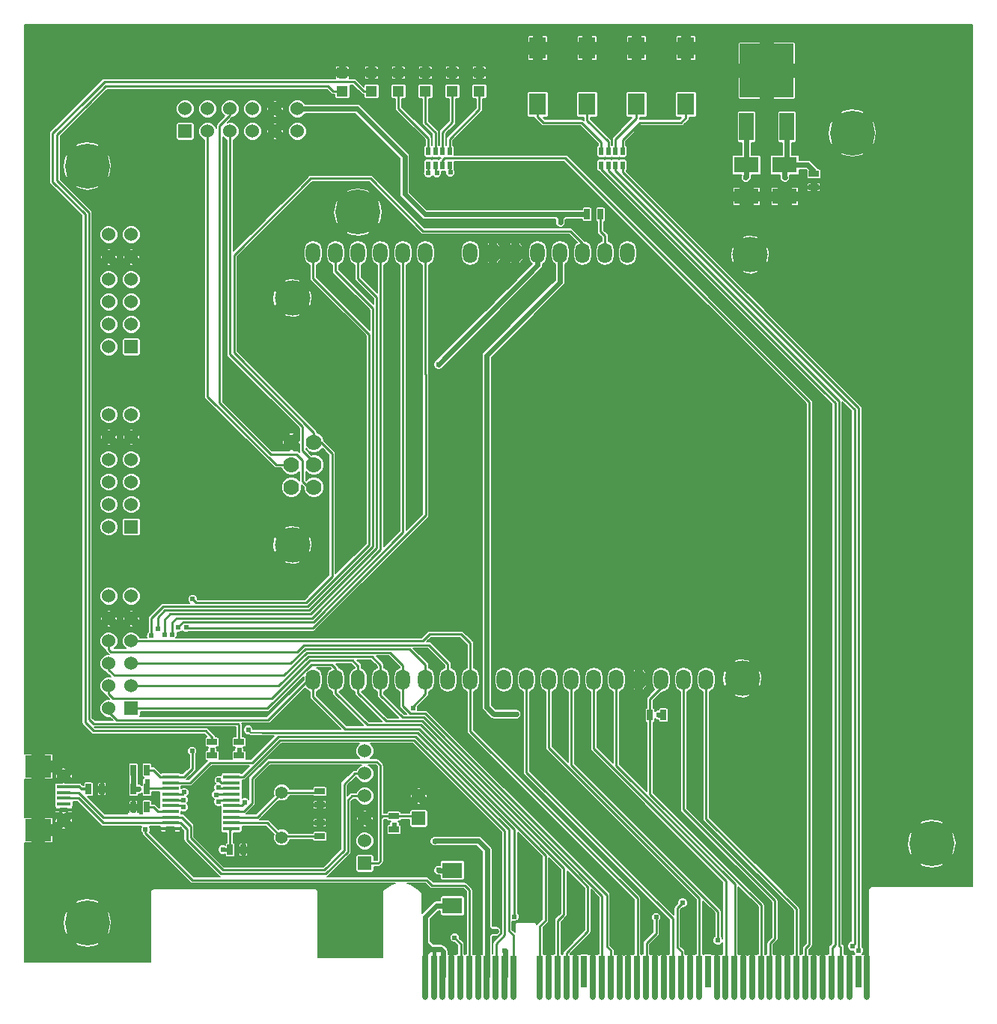
<source format=gtl>
G04 (created by PCBNEW (2013-07-07 BZR 4022)-stable) date 15/12/2015 05:15:49 PM*
%MOIN*%
G04 Gerber Fmt 3.4, Leading zero omitted, Abs format*
%FSLAX34Y34*%
G01*
G70*
G90*
G04 APERTURE LIST*
%ADD10C,0.00590551*%
%ADD11C,0.2*%
%ADD12C,0.0256*%
%ADD13R,0.0256X0.1811*%
%ADD14R,0.0256X0.1417*%
%ADD15O,0.0256X0.0256*%
%ADD16R,0.025X0.045*%
%ADD17R,0.11X0.07*%
%ADD18R,0.045X0.025*%
%ADD19R,0.065X0.12*%
%ADD20R,0.24X0.24*%
%ADD21R,0.0866X0.0709*%
%ADD22R,0.06X0.06*%
%ADD23C,0.06*%
%ADD24C,0.056*%
%ADD25R,0.11811X0.0984252*%
%ADD26R,0.0629921X0.015748*%
%ADD27C,0.0610236*%
%ADD28C,0.0629921*%
%ADD29R,0.0472X0.0472*%
%ADD30R,0.075X0.0165*%
%ADD31O,0.065X0.09*%
%ADD32O,0.06X0.09*%
%ADD33C,0.15748*%
%ADD34C,0.07*%
%ADD35R,0.02X0.036*%
%ADD36R,0.075X0.098*%
%ADD37C,0.024*%
%ADD38C,0.018*%
%ADD39C,0.016*%
%ADD40C,0.008*%
%ADD41C,0.012*%
%ADD42C,0.01*%
%ADD43C,0.024*%
%ADD44C,0.009*%
%ADD45C,0.005*%
G04 APERTURE END LIST*
G54D10*
G54D11*
X71304Y-21073D03*
G54D12*
X59756Y-59538D03*
G54D13*
X52276Y-58632D03*
X52670Y-58632D03*
X53063Y-58632D03*
X53457Y-58632D03*
X53851Y-58632D03*
X54244Y-58632D03*
X54638Y-58632D03*
X55032Y-58632D03*
X55425Y-58632D03*
X55819Y-58632D03*
X56213Y-58632D03*
X58181Y-58632D03*
X58575Y-58632D03*
X58969Y-58632D03*
G54D14*
X59362Y-58435D03*
G54D13*
X59756Y-58632D03*
X57394Y-58632D03*
X57788Y-58632D03*
G54D12*
X53063Y-59538D03*
X53457Y-59538D03*
X53851Y-59538D03*
X54244Y-59538D03*
X54638Y-59538D03*
X55032Y-59538D03*
X55425Y-59538D03*
X55819Y-59538D03*
X56213Y-59538D03*
X52276Y-59538D03*
X57394Y-59538D03*
X57788Y-59538D03*
X58181Y-59538D03*
X58575Y-59538D03*
X58969Y-59538D03*
X52670Y-59538D03*
G54D13*
X60150Y-58632D03*
X60543Y-58632D03*
X60937Y-58632D03*
X61331Y-58632D03*
X61724Y-58632D03*
X62118Y-58632D03*
X62512Y-58632D03*
X62906Y-58632D03*
X63299Y-58632D03*
X63693Y-58632D03*
X64087Y-58632D03*
X64480Y-58632D03*
G54D14*
X64874Y-58435D03*
G54D13*
X65268Y-58632D03*
X65661Y-58632D03*
X66055Y-58632D03*
X66449Y-58632D03*
X66843Y-58632D03*
X67236Y-58632D03*
X67630Y-58632D03*
X68024Y-58632D03*
X68417Y-58632D03*
X68811Y-58632D03*
X69205Y-58632D03*
X69598Y-58632D03*
X69992Y-58632D03*
X70386Y-58632D03*
X70780Y-58632D03*
X71173Y-58632D03*
G54D14*
X71567Y-58435D03*
G54D13*
X71961Y-58632D03*
G54D15*
X60150Y-59538D03*
X60543Y-59538D03*
X60937Y-59538D03*
X61331Y-59538D03*
X61724Y-59538D03*
X62118Y-59538D03*
X62512Y-59538D03*
X62906Y-59538D03*
X69992Y-59538D03*
X63299Y-59538D03*
X63693Y-59538D03*
X64087Y-59538D03*
X64480Y-59538D03*
X65268Y-59538D03*
X65661Y-59538D03*
X66055Y-59538D03*
X66449Y-59538D03*
X66843Y-59538D03*
X70386Y-59538D03*
X67236Y-59538D03*
X67630Y-59538D03*
X68024Y-59538D03*
X68417Y-59538D03*
X68811Y-59538D03*
X69205Y-59538D03*
X69598Y-59538D03*
X70780Y-59538D03*
X71173Y-59538D03*
X71961Y-59538D03*
G54D11*
X49295Y-24602D03*
X37236Y-56250D03*
G54D16*
X44200Y-53000D03*
X43600Y-53000D03*
X60100Y-24700D03*
X59500Y-24700D03*
X62900Y-47000D03*
X62300Y-47000D03*
G54D17*
X66600Y-22500D03*
X66600Y-23900D03*
X68300Y-22500D03*
X68300Y-23900D03*
G54D18*
X42800Y-48800D03*
X42800Y-48200D03*
G54D16*
X39900Y-49450D03*
X39300Y-49450D03*
X39900Y-50300D03*
X39300Y-50300D03*
G54D18*
X69600Y-22900D03*
X69600Y-23500D03*
G54D19*
X66600Y-20800D03*
G54D20*
X67500Y-18300D03*
G54D19*
X68400Y-20800D03*
G54D18*
X50900Y-52100D03*
X50900Y-51500D03*
G54D21*
X53500Y-55490D03*
X53500Y-53910D03*
G54D18*
X47600Y-51000D03*
X47600Y-50400D03*
X44000Y-48800D03*
X44000Y-48200D03*
G54D16*
X39300Y-51100D03*
X39900Y-51100D03*
G54D18*
X47600Y-51800D03*
X47600Y-52400D03*
G54D22*
X49600Y-53600D03*
G54D23*
X49600Y-52600D03*
X49600Y-51600D03*
X49600Y-50600D03*
X49600Y-49600D03*
X49600Y-48600D03*
G54D24*
X45900Y-52450D03*
X45900Y-50450D03*
G54D22*
X52000Y-51600D03*
G54D23*
X52000Y-50600D03*
G54D16*
X37300Y-50300D03*
X37900Y-50300D03*
G54D25*
X35057Y-49282D03*
X35057Y-52117D03*
G54D26*
X36189Y-50700D03*
X36189Y-50955D03*
X36189Y-50444D03*
X36189Y-51211D03*
X36189Y-50188D03*
G54D27*
X36189Y-49715D03*
G54D28*
X36189Y-51684D03*
G54D11*
X74838Y-52716D03*
G54D29*
X54700Y-19213D03*
X54700Y-18387D03*
X53500Y-19213D03*
X53500Y-18387D03*
X52300Y-19213D03*
X52300Y-18387D03*
X51100Y-19213D03*
X51100Y-18387D03*
X48600Y-19213D03*
X48600Y-18387D03*
X49900Y-19213D03*
X49900Y-18387D03*
G54D30*
X43665Y-52052D03*
X43665Y-51790D03*
X43665Y-51540D03*
X43665Y-51280D03*
X43665Y-51028D03*
X43665Y-50772D03*
X43665Y-50516D03*
X43665Y-50260D03*
X43665Y-50004D03*
X43665Y-49748D03*
X40935Y-49748D03*
X40935Y-50004D03*
X40935Y-50260D03*
X40935Y-50520D03*
X40935Y-50772D03*
X40935Y-51028D03*
X40935Y-51284D03*
X40935Y-51540D03*
X40935Y-51796D03*
X40935Y-52052D03*
G54D22*
X41600Y-21000D03*
G54D23*
X41600Y-20000D03*
X42600Y-21000D03*
X42600Y-20000D03*
X43600Y-21000D03*
X43600Y-20000D03*
X44600Y-21000D03*
X44600Y-20000D03*
X45600Y-21000D03*
X45600Y-20000D03*
X46600Y-21000D03*
X46600Y-20000D03*
G54D22*
X39200Y-46700D03*
G54D23*
X38200Y-46700D03*
X39200Y-45700D03*
X38200Y-45700D03*
X39200Y-44700D03*
X38200Y-44700D03*
X39200Y-43700D03*
X38200Y-43700D03*
X39200Y-42700D03*
X38200Y-42700D03*
X39200Y-41700D03*
X38200Y-41700D03*
G54D22*
X39200Y-38622D03*
G54D23*
X38200Y-38622D03*
X39200Y-37622D03*
X38200Y-37622D03*
X39200Y-36622D03*
X38200Y-36622D03*
X39200Y-35622D03*
X38200Y-35622D03*
X39200Y-34622D03*
X38200Y-34622D03*
X39200Y-33622D03*
X38200Y-33622D03*
G54D22*
X39200Y-30600D03*
G54D23*
X38200Y-30600D03*
X39200Y-29600D03*
X38200Y-29600D03*
X39200Y-28600D03*
X38200Y-28600D03*
X39200Y-27600D03*
X38200Y-27600D03*
X39200Y-26600D03*
X38200Y-26600D03*
X39200Y-25600D03*
X38200Y-25600D03*
G54D31*
X61300Y-26425D03*
X60300Y-26425D03*
X59300Y-26425D03*
X58300Y-26425D03*
X57300Y-26425D03*
X56300Y-26425D03*
X55300Y-26425D03*
X54300Y-26425D03*
X52300Y-26425D03*
X51300Y-26425D03*
X50300Y-26425D03*
X49300Y-26425D03*
X48300Y-26425D03*
X47300Y-26425D03*
X47300Y-45425D03*
X48300Y-45425D03*
G54D32*
X49300Y-45425D03*
G54D31*
X50300Y-45425D03*
X51300Y-45425D03*
X52300Y-45425D03*
X53300Y-45425D03*
X54300Y-45425D03*
X55800Y-45425D03*
X56800Y-45425D03*
X57800Y-45425D03*
X58800Y-45425D03*
X59800Y-45425D03*
X60800Y-45425D03*
X61800Y-45425D03*
X62800Y-45425D03*
X63800Y-45425D03*
X64800Y-45425D03*
G54D33*
X66401Y-45361D03*
X46370Y-39413D03*
X46370Y-28421D03*
X66755Y-26495D03*
G54D34*
X47327Y-36852D03*
X46327Y-36852D03*
X47327Y-35852D03*
X46327Y-35852D03*
X47327Y-34852D03*
X46327Y-34852D03*
G54D35*
X61072Y-22514D03*
X61072Y-21886D03*
X60757Y-22514D03*
X60757Y-21886D03*
X60443Y-22514D03*
X60443Y-21886D03*
X60128Y-22514D03*
X60128Y-21886D03*
X53372Y-22514D03*
X53372Y-21886D03*
X53057Y-22514D03*
X53057Y-21886D03*
X52743Y-22514D03*
X52743Y-21886D03*
X52428Y-22514D03*
X52428Y-21886D03*
G54D36*
X63900Y-19800D03*
X63900Y-17293D03*
X61700Y-19800D03*
X61700Y-17293D03*
X59500Y-19800D03*
X59500Y-17293D03*
X57300Y-19800D03*
X57300Y-17293D03*
G54D11*
X37236Y-22549D03*
G54D37*
X52689Y-57411D03*
X41638Y-43096D03*
X43100Y-49896D03*
X43089Y-50220D03*
X41286Y-43098D03*
X42990Y-50538D03*
X41028Y-43404D03*
X40692Y-43414D03*
X41523Y-51101D03*
X41517Y-50775D03*
X40383Y-43155D03*
X41556Y-50433D03*
X40092Y-43442D03*
X65323Y-57030D03*
X51738Y-46673D03*
X62572Y-56001D03*
X63750Y-55360D03*
G54D38*
X57675Y-56832D03*
X59199Y-56433D03*
X59771Y-56239D03*
G54D37*
X58457Y-56316D03*
X58452Y-57210D03*
G54D38*
X58110Y-55461D03*
X54080Y-42500D03*
G54D37*
X62000Y-56934D03*
G54D38*
X53200Y-43620D03*
G54D37*
X62638Y-57152D03*
G54D38*
X62957Y-56316D03*
G54D37*
X60654Y-57201D03*
X61086Y-56901D03*
G54D38*
X64875Y-55770D03*
G54D37*
X63816Y-57276D03*
G54D38*
X55460Y-55637D03*
X55460Y-54328D03*
X56874Y-54433D03*
G54D37*
X54690Y-56870D03*
X64901Y-57383D03*
X67511Y-56879D03*
X69104Y-57153D03*
G54D38*
X69156Y-54712D03*
X68392Y-54482D03*
X68358Y-55881D03*
G54D37*
X68140Y-57016D03*
X67916Y-57246D03*
X57273Y-47622D03*
X56307Y-47447D03*
X71876Y-57198D03*
X71853Y-56586D03*
X71028Y-57054D03*
X70274Y-57136D03*
X69680Y-57090D03*
X66919Y-56106D03*
X66915Y-56901D03*
X66471Y-55343D03*
X66423Y-56079D03*
X59760Y-57411D03*
X53469Y-57440D03*
G54D38*
X65500Y-18900D03*
X65500Y-17900D03*
X65500Y-17100D03*
X65500Y-16400D03*
X66300Y-16400D03*
X67500Y-16400D03*
X68600Y-16400D03*
X69500Y-16400D03*
X69500Y-17200D03*
X69500Y-18000D03*
X69500Y-18900D03*
X69200Y-19400D03*
X69200Y-18500D03*
X69200Y-17600D03*
X69200Y-16700D03*
X68100Y-16700D03*
X66600Y-16700D03*
X65800Y-16700D03*
X65800Y-17600D03*
X65800Y-18300D03*
G54D37*
X50835Y-45879D03*
X49800Y-45870D03*
X48806Y-45874D03*
X46935Y-45936D03*
X44256Y-46959D03*
X44763Y-47493D03*
X47778Y-45890D03*
X44824Y-48246D03*
X50820Y-42975D03*
X48645Y-42990D03*
X50910Y-41441D03*
X52779Y-41315D03*
X52842Y-39362D03*
X45390Y-40320D03*
X46650Y-40905D03*
X47580Y-40530D03*
X48900Y-39600D03*
X49185Y-38505D03*
X50745Y-38550D03*
X40230Y-46953D03*
X39815Y-40804D03*
X40158Y-39922D03*
X40158Y-39061D03*
X41490Y-35805D03*
X41475Y-35040D03*
X40830Y-32355D03*
X40170Y-31545D03*
X40612Y-27438D03*
X40722Y-23632D03*
X39283Y-22296D03*
X38506Y-21078D03*
X37897Y-19741D03*
X36720Y-18930D03*
X35220Y-18000D03*
X47592Y-48574D03*
X46269Y-48427D03*
X43395Y-48249D03*
X43371Y-47655D03*
X42378Y-46962D03*
X40359Y-52053D03*
X37658Y-50306D03*
X47596Y-50752D03*
X47598Y-52056D03*
X44202Y-52569D03*
X36794Y-51218D03*
X52426Y-22846D03*
X52806Y-22852D03*
X53406Y-22828D03*
X44405Y-47652D03*
X41932Y-41830D03*
X56256Y-55977D03*
X41908Y-48602D03*
X53598Y-56911D03*
X39912Y-49942D03*
X39829Y-52095D03*
X71301Y-57282D03*
X71585Y-57477D03*
X66566Y-23066D03*
X52875Y-53901D03*
X55830Y-57477D03*
X55434Y-56625D03*
X43272Y-52989D03*
X58305Y-25053D03*
X56335Y-46950D03*
X50915Y-51875D03*
X52720Y-52610D03*
X39516Y-50294D03*
X62676Y-46994D03*
X52884Y-31382D03*
X68303Y-23061D03*
X44253Y-50889D03*
X44001Y-48564D03*
X43085Y-50852D03*
X42801Y-48564D03*
G54D39*
X52670Y-58632D02*
X52670Y-57429D01*
X52670Y-57429D02*
X52689Y-57411D01*
G54D40*
X52276Y-59538D02*
X52276Y-58632D01*
G54D41*
X52670Y-59538D02*
X52670Y-57429D01*
G54D40*
X52670Y-57429D02*
X52689Y-57411D01*
G54D42*
X53063Y-59538D02*
X53063Y-58632D01*
G54D43*
X52292Y-57153D02*
X52292Y-57155D01*
X52292Y-57155D02*
X52548Y-57411D01*
X52292Y-58611D02*
X52292Y-57153D01*
X52292Y-57153D02*
X52292Y-55992D01*
X52795Y-55490D02*
X53500Y-55490D01*
X52292Y-55992D02*
X52795Y-55490D01*
X53079Y-58611D02*
X53079Y-57510D01*
X52980Y-57411D02*
X52689Y-57411D01*
X53079Y-57510D02*
X52980Y-57411D01*
X52292Y-58611D02*
X52292Y-57591D01*
X52292Y-57591D02*
X52473Y-57411D01*
X52473Y-57411D02*
X52548Y-57411D01*
X52548Y-57411D02*
X52689Y-57411D01*
G54D44*
X42074Y-43122D02*
X41664Y-43122D01*
X41664Y-43122D02*
X41638Y-43096D01*
X43665Y-50004D02*
X43208Y-50004D01*
X43208Y-50004D02*
X43100Y-49896D01*
X42074Y-43122D02*
X47281Y-43122D01*
X52301Y-31803D02*
X52300Y-31803D01*
X52301Y-38102D02*
X52301Y-31803D01*
X47281Y-43122D02*
X52301Y-38102D01*
X52300Y-31803D02*
X52300Y-26425D01*
X43129Y-50260D02*
X43089Y-50220D01*
X43665Y-50260D02*
X43129Y-50260D01*
X41286Y-43098D02*
X41286Y-43066D01*
X51300Y-38862D02*
X51300Y-37280D01*
X47321Y-42841D02*
X51300Y-38862D01*
X41511Y-42841D02*
X47321Y-42841D01*
X41286Y-43066D02*
X41511Y-42841D01*
X51300Y-37280D02*
X51300Y-26425D01*
X43012Y-50516D02*
X42990Y-50538D01*
X43012Y-50516D02*
X43665Y-50516D01*
X41028Y-43404D02*
X41028Y-42851D01*
X50300Y-39622D02*
X50300Y-38976D01*
X47251Y-42671D02*
X50300Y-39622D01*
X41208Y-42671D02*
X47251Y-42671D01*
X41028Y-42851D02*
X41208Y-42671D01*
X50300Y-38976D02*
X50300Y-26425D01*
X40692Y-43414D02*
X40692Y-42737D01*
X50129Y-39551D02*
X50129Y-39040D01*
X47180Y-42501D02*
X50129Y-39551D01*
X40928Y-42501D02*
X47180Y-42501D01*
X40692Y-42737D02*
X40928Y-42501D01*
X49300Y-27560D02*
X49300Y-26425D01*
X50129Y-28389D02*
X49300Y-27560D01*
X50129Y-39040D02*
X50129Y-28389D01*
X41450Y-51028D02*
X41523Y-51101D01*
X40935Y-51028D02*
X41450Y-51028D01*
X41514Y-50772D02*
X41517Y-50775D01*
X40935Y-50772D02*
X41514Y-50772D01*
X40383Y-43155D02*
X40383Y-42646D01*
X49959Y-39481D02*
X49959Y-38804D01*
X47111Y-42330D02*
X49959Y-39481D01*
X40699Y-42330D02*
X47111Y-42330D01*
X40383Y-42646D02*
X40699Y-42330D01*
X48300Y-27230D02*
X48300Y-26425D01*
X49959Y-28889D02*
X48300Y-27230D01*
X49959Y-38804D02*
X49959Y-28889D01*
X40935Y-50520D02*
X41469Y-50520D01*
X41469Y-50520D02*
X41556Y-50433D01*
X40092Y-43442D02*
X40092Y-42697D01*
X49789Y-39411D02*
X49789Y-30037D01*
X47041Y-42160D02*
X49789Y-39411D01*
X40629Y-42160D02*
X47041Y-42160D01*
X40092Y-42697D02*
X40629Y-42160D01*
X47300Y-27548D02*
X47300Y-26425D01*
X49789Y-30037D02*
X47300Y-27548D01*
G54D42*
X67236Y-59538D02*
X67236Y-58632D01*
G54D44*
X62300Y-47000D02*
X62300Y-50510D01*
X67252Y-55462D02*
X67252Y-58611D01*
X62300Y-50510D02*
X67252Y-55462D01*
X62800Y-45425D02*
X62800Y-45780D01*
X62300Y-46280D02*
X62300Y-47000D01*
X62800Y-45780D02*
X62300Y-46280D01*
X57394Y-56402D02*
X57642Y-56155D01*
X57642Y-53239D02*
X57642Y-56155D01*
X52006Y-47604D02*
X57642Y-53239D01*
X48724Y-47604D02*
X52006Y-47604D01*
X47300Y-46180D02*
X48724Y-47604D01*
X47300Y-45425D02*
X47300Y-46180D01*
X57394Y-56402D02*
X57394Y-58632D01*
G54D40*
X57394Y-59538D02*
X57394Y-58632D01*
G54D44*
X38200Y-46700D02*
X38200Y-46850D01*
X47080Y-45425D02*
X47300Y-45425D01*
X45295Y-47210D02*
X47080Y-45425D01*
X38560Y-47210D02*
X45295Y-47210D01*
X38200Y-46850D02*
X38560Y-47210D01*
X58197Y-56304D02*
X58197Y-56141D01*
X58460Y-53817D02*
X58197Y-53554D01*
X58460Y-55879D02*
X58460Y-53817D01*
X58197Y-56141D02*
X58460Y-55879D01*
G54D40*
X58181Y-59538D02*
X58181Y-58632D01*
X58197Y-57675D02*
X58197Y-58616D01*
X58197Y-58616D02*
X58181Y-58632D01*
G54D42*
X58197Y-58611D02*
X58197Y-59517D01*
G54D44*
X48300Y-45425D02*
X48300Y-46025D01*
X58197Y-56304D02*
X58197Y-57675D01*
X58197Y-57675D02*
X58197Y-58611D01*
X52076Y-47434D02*
X58197Y-53554D01*
X49709Y-47434D02*
X52076Y-47434D01*
X48300Y-46025D02*
X49709Y-47434D01*
X39200Y-46700D02*
X45260Y-46700D01*
X48300Y-44921D02*
X48300Y-45425D01*
X48117Y-44738D02*
X48300Y-44921D01*
X47222Y-44738D02*
X48117Y-44738D01*
X45260Y-46700D02*
X47222Y-44738D01*
G54D40*
X64480Y-58632D02*
X64480Y-59538D01*
X64496Y-57513D02*
X64496Y-58616D01*
X64496Y-58616D02*
X64480Y-58632D01*
G54D44*
X57800Y-45425D02*
X57800Y-48455D01*
X64496Y-55151D02*
X64496Y-57513D01*
X64496Y-57513D02*
X64496Y-58611D01*
X57800Y-48455D02*
X64496Y-55151D01*
X46327Y-35852D02*
X45642Y-35852D01*
X42600Y-32810D02*
X42600Y-21000D01*
X45642Y-35852D02*
X42600Y-32810D01*
X58800Y-49214D02*
X65323Y-55737D01*
X65323Y-55737D02*
X65323Y-57030D01*
X58800Y-45425D02*
X58800Y-49214D01*
G54D42*
X65661Y-59538D02*
X65661Y-58632D01*
G54D44*
X59800Y-45425D02*
X59800Y-48496D01*
X65677Y-54373D02*
X65677Y-58611D01*
X59800Y-48496D02*
X65677Y-54373D01*
X47327Y-36852D02*
X47092Y-36852D01*
X43600Y-20279D02*
X43600Y-20000D01*
X43131Y-20748D02*
X43600Y-20279D01*
X43131Y-33100D02*
X43131Y-20748D01*
X45403Y-35372D02*
X43131Y-33100D01*
X46553Y-35372D02*
X45403Y-35372D01*
X46827Y-35646D02*
X46553Y-35372D01*
X46827Y-36587D02*
X46827Y-35646D01*
X47092Y-36852D02*
X46827Y-36587D01*
G54D40*
X66055Y-59538D02*
X66055Y-58632D01*
G54D44*
X43600Y-27360D02*
X43600Y-30934D01*
X43600Y-30934D02*
X46818Y-34152D01*
X60800Y-45425D02*
X60800Y-49250D01*
X66071Y-54522D02*
X66071Y-58611D01*
X60800Y-49250D02*
X66071Y-54522D01*
X47327Y-35852D02*
X47327Y-35730D01*
X47327Y-35730D02*
X46818Y-35221D01*
X46818Y-35221D02*
X46818Y-34152D01*
X43600Y-27360D02*
X43600Y-21000D01*
G54D42*
X67630Y-59538D02*
X67630Y-58632D01*
G54D44*
X67646Y-58611D02*
X67646Y-57165D01*
X63800Y-51202D02*
X63800Y-45425D01*
X67860Y-55262D02*
X63800Y-51202D01*
X67860Y-56952D02*
X67860Y-55262D01*
X67646Y-57165D02*
X67860Y-56952D01*
G54D40*
X68811Y-59538D02*
X68811Y-58632D01*
G54D44*
X64800Y-45425D02*
X64800Y-51604D01*
X68827Y-55631D02*
X68827Y-58611D01*
X64800Y-51604D02*
X68827Y-55631D01*
X58575Y-58632D02*
X58575Y-57580D01*
X59528Y-54644D02*
X59235Y-54351D01*
X59528Y-56628D02*
X59528Y-54644D01*
X58575Y-57580D02*
X59528Y-56628D01*
X59235Y-54351D02*
X58814Y-53930D01*
X52147Y-47264D02*
X58814Y-53930D01*
X50552Y-47264D02*
X52147Y-47264D01*
X49300Y-46012D02*
X50552Y-47264D01*
X49300Y-45425D02*
X49300Y-46012D01*
G54D40*
X58575Y-59538D02*
X58575Y-58632D01*
G54D44*
X38925Y-46245D02*
X45462Y-46245D01*
X49055Y-44563D02*
X49300Y-44808D01*
X47144Y-44563D02*
X49055Y-44563D01*
X45462Y-46245D02*
X47144Y-44563D01*
X49300Y-44808D02*
X49300Y-45425D01*
X38200Y-45700D02*
X38200Y-46060D01*
X49300Y-44808D02*
X49300Y-45425D01*
X38385Y-46245D02*
X38925Y-46245D01*
X38200Y-46060D02*
X38385Y-46245D01*
G54D40*
X60150Y-59538D02*
X60150Y-58632D01*
G54D44*
X60166Y-58611D02*
X60166Y-55042D01*
X50300Y-46121D02*
X50300Y-45425D01*
X51273Y-47094D02*
X50300Y-46121D01*
X52217Y-47094D02*
X51273Y-47094D01*
X60166Y-55042D02*
X52217Y-47094D01*
X39200Y-45700D02*
X45766Y-45700D01*
X50300Y-44771D02*
X50300Y-45425D01*
X49916Y-44387D02*
X50300Y-44771D01*
X47079Y-44387D02*
X49916Y-44387D01*
X45766Y-45700D02*
X47079Y-44387D01*
G54D42*
X60543Y-59538D02*
X60543Y-58632D01*
G54D44*
X51300Y-45425D02*
X51300Y-46594D01*
X60369Y-55005D02*
X60369Y-57109D01*
X52288Y-46924D02*
X60369Y-55005D01*
X51630Y-46924D02*
X52288Y-46924D01*
X51300Y-46594D02*
X51630Y-46924D01*
X60559Y-58611D02*
X60559Y-57489D01*
X60559Y-57489D02*
X60369Y-57298D01*
X60369Y-57298D02*
X60369Y-57109D01*
X38200Y-44700D02*
X38200Y-44999D01*
X51300Y-44794D02*
X51300Y-45425D01*
X50722Y-44216D02*
X51300Y-44794D01*
X47009Y-44216D02*
X50722Y-44216D01*
X45991Y-45235D02*
X47009Y-44216D01*
X38436Y-45235D02*
X45991Y-45235D01*
X38200Y-44999D02*
X38436Y-45235D01*
X51738Y-46673D02*
X51738Y-46619D01*
X52300Y-46057D02*
X52300Y-45425D01*
X51738Y-46619D02*
X52300Y-46057D01*
X39200Y-44700D02*
X46285Y-44700D01*
X52300Y-44769D02*
X52300Y-45425D01*
X51577Y-44046D02*
X52300Y-44769D01*
X46938Y-44046D02*
X51577Y-44046D01*
X46285Y-44700D02*
X46938Y-44046D01*
G54D42*
X62118Y-59538D02*
X62118Y-58632D01*
G54D44*
X62572Y-56001D02*
X62572Y-56718D01*
X62134Y-57155D02*
X62134Y-58611D01*
X62572Y-56718D02*
X62134Y-57155D01*
X38200Y-43700D02*
X38200Y-44075D01*
X53300Y-44720D02*
X53300Y-45425D01*
X52450Y-43870D02*
X53300Y-44720D01*
X46875Y-43870D02*
X52450Y-43870D01*
X46574Y-44171D02*
X46875Y-43870D01*
X38296Y-44171D02*
X46574Y-44171D01*
X38200Y-44075D02*
X38296Y-44171D01*
X54239Y-43739D02*
X54300Y-43800D01*
X54300Y-43800D02*
X54300Y-45425D01*
X52089Y-43700D02*
X52171Y-43700D01*
X53886Y-43386D02*
X54239Y-43739D01*
X52485Y-43386D02*
X53886Y-43386D01*
X52171Y-43700D02*
X52485Y-43386D01*
G54D42*
X54300Y-45425D02*
X54300Y-43800D01*
X61724Y-59538D02*
X61724Y-58632D01*
G54D44*
X61740Y-58611D02*
X61740Y-55169D01*
X54300Y-47729D02*
X54300Y-45425D01*
X61740Y-55169D02*
X54300Y-47729D01*
X39200Y-43700D02*
X52089Y-43700D01*
G54D40*
X63693Y-59538D02*
X63693Y-58632D01*
G54D44*
X63709Y-58611D02*
X63709Y-57532D01*
X63513Y-55597D02*
X63750Y-55360D01*
X63513Y-57336D02*
X63513Y-55597D01*
X63709Y-57532D02*
X63513Y-57336D01*
G54D42*
X63299Y-59538D02*
X63299Y-58632D01*
G54D44*
X56800Y-45425D02*
X56800Y-49540D01*
X63315Y-56055D02*
X63315Y-58611D01*
X56800Y-49540D02*
X63315Y-56055D01*
X58969Y-58632D02*
X58969Y-57510D01*
X59771Y-56709D02*
X59771Y-56239D01*
X59771Y-56239D02*
X59771Y-56217D01*
X58969Y-57510D02*
X59771Y-56709D01*
X57788Y-58632D02*
X57788Y-56945D01*
X57788Y-56945D02*
X57675Y-56832D01*
G54D41*
X58452Y-56321D02*
X58457Y-56316D01*
X58452Y-57210D02*
X58452Y-56321D01*
G54D44*
X57788Y-56945D02*
X57675Y-56832D01*
G54D42*
X57788Y-56945D02*
X57675Y-56832D01*
X62000Y-54987D02*
X54779Y-47767D01*
X54779Y-47767D02*
X54779Y-44025D01*
X54779Y-44025D02*
X54080Y-43325D01*
X54080Y-43325D02*
X54080Y-42500D01*
X62000Y-56934D02*
X62000Y-54987D01*
G54D40*
X58969Y-59538D02*
X58969Y-58632D01*
X71961Y-58632D02*
X71961Y-57283D01*
X71961Y-57283D02*
X71876Y-57198D01*
X59760Y-57411D02*
X59760Y-56228D01*
X59760Y-56228D02*
X59771Y-56217D01*
X57788Y-59538D02*
X57788Y-58632D01*
X62906Y-58632D02*
X62906Y-57420D01*
G54D41*
X62528Y-57261D02*
X62638Y-57152D01*
X62528Y-58611D02*
X62528Y-57261D01*
G54D40*
X62695Y-57152D02*
X62957Y-56890D01*
X62957Y-56890D02*
X62957Y-56316D01*
X62638Y-57152D02*
X62695Y-57152D01*
X62906Y-57420D02*
X62638Y-57152D01*
X61086Y-56901D02*
X60954Y-56901D01*
X60954Y-56901D02*
X60654Y-57201D01*
X61331Y-58632D02*
X61331Y-57146D01*
G54D41*
X60953Y-57033D02*
X61086Y-56901D01*
X60953Y-57033D02*
X60953Y-58611D01*
G54D40*
X61331Y-57146D02*
X61086Y-56901D01*
X53457Y-58632D02*
X53457Y-57451D01*
X53457Y-57451D02*
X53469Y-57440D01*
X53457Y-59538D02*
X53457Y-58632D01*
X64087Y-59538D02*
X64087Y-58632D01*
X64901Y-55796D02*
X64901Y-57383D01*
X64875Y-55770D02*
X64901Y-55796D01*
X55460Y-55637D02*
X55460Y-54328D01*
X56874Y-54433D02*
X57396Y-54955D01*
G54D41*
X54654Y-58611D02*
X54654Y-56905D01*
X54654Y-56905D02*
X54690Y-56870D01*
G54D40*
X66449Y-59538D02*
X66449Y-58632D01*
X65268Y-58632D02*
X65268Y-57453D01*
X65268Y-57453D02*
X65198Y-57383D01*
X65198Y-57383D02*
X64901Y-57383D01*
X66843Y-58632D02*
X66843Y-56972D01*
X66843Y-56972D02*
X66915Y-56901D01*
X66449Y-58632D02*
X66449Y-56105D01*
X66449Y-56105D02*
X66423Y-56079D01*
X69156Y-54712D02*
X68926Y-54482D01*
X68926Y-54482D02*
X68392Y-54482D01*
X68358Y-55881D02*
X68140Y-56099D01*
X68140Y-56099D02*
X68140Y-57016D01*
G54D41*
X68433Y-57309D02*
X68140Y-57016D01*
X68433Y-58611D02*
X68433Y-57309D01*
X68040Y-57370D02*
X67916Y-57246D01*
X68040Y-57370D02*
X68040Y-58611D01*
G54D40*
X71173Y-59538D02*
X71173Y-58632D01*
X71961Y-59538D02*
X71961Y-58632D01*
X68417Y-59538D02*
X68417Y-58632D01*
G54D43*
X68024Y-59538D02*
X68024Y-58632D01*
G54D42*
X54638Y-59538D02*
X54638Y-58632D01*
X59756Y-59538D02*
X59756Y-58632D01*
X61331Y-59538D02*
X61331Y-58632D01*
X60937Y-59538D02*
X60937Y-58632D01*
X62512Y-59538D02*
X62512Y-58632D01*
X62906Y-59538D02*
X62906Y-58632D01*
X65268Y-59538D02*
X65268Y-58632D01*
X66843Y-59538D02*
X66843Y-58632D01*
X69598Y-59538D02*
X69598Y-58632D01*
X69992Y-59538D02*
X69992Y-58632D01*
X58985Y-58611D02*
X58985Y-59517D01*
X57804Y-58611D02*
X57804Y-59517D01*
G54D44*
X63816Y-57276D02*
X63816Y-56836D01*
X63816Y-56836D02*
X64203Y-56449D01*
X64203Y-56449D02*
X64203Y-55154D01*
X64203Y-55154D02*
X57273Y-48224D01*
X57273Y-48224D02*
X57273Y-47622D01*
X56307Y-47447D02*
X56306Y-47446D01*
X56306Y-47446D02*
X56306Y-47433D01*
X71853Y-57175D02*
X71853Y-56586D01*
X71876Y-57198D02*
X71853Y-57175D01*
X71189Y-58611D02*
X71189Y-57691D01*
X71189Y-57691D02*
X71028Y-57529D01*
X71028Y-57529D02*
X71028Y-57054D01*
X70008Y-58611D02*
X70008Y-57418D01*
G54D41*
X69614Y-57155D02*
X69680Y-57090D01*
X69614Y-57155D02*
X69614Y-58611D01*
G54D44*
X70008Y-57418D02*
X69680Y-57090D01*
G54D41*
X57804Y-58611D02*
X57804Y-57233D01*
X64103Y-58611D02*
X64103Y-57563D01*
X64103Y-57563D02*
X63816Y-57276D01*
X66892Y-56079D02*
X66423Y-56079D01*
X66919Y-56106D02*
X66892Y-56079D01*
X66859Y-56956D02*
X66915Y-56901D01*
X66859Y-58611D02*
X66859Y-56956D01*
X59760Y-57411D02*
X59760Y-58599D01*
X59760Y-58599D02*
X59772Y-58611D01*
X53473Y-57444D02*
X53469Y-57440D01*
X53473Y-58611D02*
X53473Y-57444D01*
G54D44*
X67500Y-18300D02*
X65800Y-18300D01*
X65500Y-17100D02*
X65500Y-17900D01*
X66300Y-16400D02*
X65500Y-16400D01*
X68600Y-16400D02*
X67500Y-16400D01*
X69500Y-17200D02*
X69500Y-16400D01*
X69500Y-18900D02*
X69500Y-18000D01*
X69200Y-18500D02*
X69200Y-19400D01*
X69200Y-16700D02*
X69200Y-17600D01*
X66600Y-16700D02*
X68100Y-16700D01*
X65800Y-17600D02*
X65800Y-16700D01*
X49800Y-45870D02*
X49779Y-45870D01*
X48806Y-45874D02*
X48806Y-45876D01*
X45784Y-47493D02*
X46935Y-46342D01*
X46935Y-46342D02*
X46935Y-45936D01*
G54D40*
X44253Y-46962D02*
X44256Y-46959D01*
X42378Y-46962D02*
X44253Y-46962D01*
G54D44*
X44763Y-47493D02*
X45784Y-47493D01*
X47760Y-45908D02*
X47746Y-45908D01*
X47778Y-45890D02*
X47760Y-45908D01*
X44824Y-48246D02*
X44823Y-48246D01*
X50820Y-42975D02*
X50805Y-42990D01*
X50805Y-42990D02*
X48645Y-42990D01*
X50910Y-41441D02*
X51036Y-41315D01*
X51036Y-41315D02*
X52779Y-41315D01*
X41490Y-35805D02*
X41490Y-36420D01*
X41490Y-36420D02*
X45390Y-40320D01*
X46650Y-40905D02*
X47025Y-40530D01*
X47025Y-40530D02*
X47580Y-40530D01*
X48900Y-39600D02*
X49185Y-39315D01*
X49185Y-39315D02*
X49185Y-38505D01*
X50745Y-38550D02*
X50745Y-38535D01*
X42378Y-46962D02*
X40239Y-46962D01*
X40239Y-46962D02*
X40230Y-46953D01*
X39815Y-40804D02*
X40158Y-40461D01*
X40158Y-40461D02*
X40158Y-39922D01*
X40158Y-39061D02*
X41490Y-37729D01*
X41490Y-37729D02*
X41490Y-35805D01*
X41475Y-35040D02*
X40830Y-34395D01*
X40830Y-34395D02*
X40830Y-32355D01*
X40170Y-31545D02*
X40612Y-31103D01*
X40612Y-31103D02*
X40612Y-27438D01*
X40722Y-23632D02*
X39386Y-22296D01*
X39386Y-22296D02*
X39283Y-22296D01*
X38506Y-21078D02*
X37897Y-20469D01*
X37897Y-20469D02*
X37897Y-19741D01*
X36720Y-18930D02*
X35790Y-18000D01*
X35790Y-18000D02*
X35220Y-18000D01*
X47592Y-48574D02*
X47445Y-48427D01*
X47445Y-48427D02*
X46269Y-48427D01*
X43395Y-48249D02*
X43371Y-48225D01*
X43371Y-48225D02*
X43371Y-47655D01*
X40935Y-52052D02*
X40360Y-52052D01*
X40360Y-52052D02*
X40359Y-52053D01*
G54D41*
X37900Y-50300D02*
X37664Y-50300D01*
X37664Y-50300D02*
X37658Y-50306D01*
G54D42*
X47600Y-51000D02*
X47600Y-50756D01*
X47600Y-50756D02*
X47596Y-50752D01*
X47600Y-51800D02*
X47600Y-52054D01*
X47600Y-52054D02*
X47598Y-52056D01*
X44200Y-53000D02*
X44200Y-52571D01*
X44200Y-52571D02*
X44202Y-52569D01*
G54D41*
X36787Y-51211D02*
X36794Y-51218D01*
X36189Y-51211D02*
X36787Y-51211D01*
G54D44*
X52428Y-22844D02*
X52428Y-22514D01*
X52426Y-22846D02*
X52428Y-22844D01*
X52743Y-22789D02*
X52743Y-22514D01*
X52806Y-22852D02*
X52743Y-22789D01*
G54D40*
X69205Y-59538D02*
X69205Y-58632D01*
G54D44*
X56699Y-22194D02*
X58529Y-22194D01*
X69387Y-33052D02*
X69387Y-39339D01*
X58529Y-22194D02*
X69387Y-33052D01*
X53057Y-22514D02*
X53057Y-22299D01*
X53162Y-22194D02*
X56699Y-22194D01*
X53057Y-22299D02*
X53162Y-22194D01*
X69221Y-58611D02*
X69221Y-57395D01*
X69387Y-57230D02*
X69387Y-39339D01*
X69221Y-57395D02*
X69387Y-57230D01*
X53372Y-22794D02*
X53372Y-22514D01*
X53406Y-22828D02*
X53372Y-22794D01*
X40935Y-51540D02*
X41445Y-51540D01*
X43270Y-53890D02*
X44147Y-53890D01*
X41847Y-52466D02*
X43270Y-53890D01*
X41847Y-51942D02*
X41847Y-52466D01*
X41445Y-51540D02*
X41847Y-51942D01*
X44253Y-53890D02*
X44147Y-53890D01*
X48672Y-52214D02*
X48672Y-50070D01*
X48672Y-50070D02*
X49142Y-49600D01*
X49142Y-49600D02*
X49600Y-49600D01*
X44253Y-53890D02*
X46794Y-53890D01*
X48672Y-53014D02*
X47796Y-53890D01*
X47796Y-53890D02*
X46794Y-53890D01*
X48672Y-52214D02*
X48672Y-53014D01*
G54D42*
X36189Y-50444D02*
X36848Y-50444D01*
X37944Y-51540D02*
X40935Y-51540D01*
X36848Y-50444D02*
X37944Y-51540D01*
G54D44*
X43872Y-54060D02*
X43200Y-54060D01*
X41677Y-52537D02*
X41677Y-52081D01*
X43200Y-54060D02*
X41677Y-52537D01*
X44414Y-54060D02*
X43872Y-54060D01*
X41677Y-52081D02*
X41392Y-51796D01*
X46857Y-54060D02*
X47866Y-54060D01*
X48842Y-53084D02*
X48842Y-52239D01*
X47866Y-54060D02*
X48842Y-53084D01*
X49600Y-50600D02*
X49030Y-50600D01*
X49030Y-50600D02*
X48842Y-50787D01*
X48842Y-50787D02*
X48842Y-52239D01*
X41392Y-51796D02*
X40935Y-51796D01*
X46857Y-54060D02*
X44414Y-54060D01*
G54D42*
X36189Y-50700D02*
X36849Y-50700D01*
X37945Y-51796D02*
X40935Y-51796D01*
X36849Y-50700D02*
X37945Y-51796D01*
G54D44*
X52850Y-25450D02*
X52200Y-25450D01*
X59300Y-26000D02*
X58750Y-25450D01*
X58750Y-25450D02*
X52850Y-25450D01*
X59300Y-26425D02*
X59300Y-26000D01*
X43770Y-30863D02*
X43770Y-26519D01*
X47327Y-34421D02*
X43770Y-30863D01*
X47327Y-34852D02*
X47327Y-34421D01*
X52200Y-25450D02*
X49850Y-23100D01*
X49850Y-23100D02*
X47195Y-23100D01*
X47195Y-23100D02*
X43775Y-26519D01*
G54D40*
X44527Y-47774D02*
X44405Y-47652D01*
X45003Y-47774D02*
X44527Y-47774D01*
G54D44*
X47327Y-34852D02*
X47644Y-34852D01*
X47644Y-34852D02*
X48150Y-35358D01*
X48150Y-35358D02*
X48150Y-40810D01*
X48150Y-40810D02*
X46970Y-41989D01*
X46970Y-41989D02*
X42091Y-41989D01*
X42091Y-41989D02*
X41932Y-41830D01*
X56256Y-52094D02*
X56256Y-55977D01*
X51935Y-47774D02*
X56256Y-52094D01*
X45003Y-47774D02*
X51935Y-47774D01*
G54D40*
X56213Y-58632D02*
X56213Y-59538D01*
X56229Y-57665D02*
X56229Y-58616D01*
X56229Y-58616D02*
X56213Y-58632D01*
G54D44*
X40935Y-50004D02*
X41815Y-50004D01*
X56004Y-52082D02*
X56004Y-52903D01*
X51865Y-47944D02*
X56004Y-52082D01*
X45750Y-47944D02*
X51865Y-47944D01*
X44582Y-49113D02*
X45750Y-47944D01*
X42706Y-49113D02*
X44582Y-49113D01*
X41815Y-50004D02*
X42706Y-49113D01*
X56004Y-56602D02*
X56229Y-56827D01*
X56004Y-52903D02*
X56004Y-56602D01*
X56229Y-56827D02*
X56229Y-57665D01*
X56229Y-57665D02*
X56229Y-58611D01*
G54D42*
X53851Y-59538D02*
X53851Y-58632D01*
G54D44*
X41556Y-49748D02*
X40935Y-49748D01*
X41933Y-49371D02*
X41556Y-49748D01*
X41933Y-48627D02*
X41933Y-49371D01*
X41908Y-48602D02*
X41933Y-48627D01*
X40935Y-49748D02*
X40482Y-49748D01*
X40482Y-49748D02*
X40184Y-49450D01*
X40184Y-49450D02*
X39900Y-49450D01*
X53598Y-56911D02*
X53598Y-56925D01*
X53867Y-57194D02*
X53867Y-58611D01*
X53598Y-56925D02*
X53867Y-57194D01*
G54D40*
X54244Y-58632D02*
X54244Y-59538D01*
X54260Y-57582D02*
X54260Y-58616D01*
X54260Y-58616D02*
X54244Y-58632D01*
G54D44*
X54260Y-58611D02*
X54260Y-57582D01*
X54260Y-57582D02*
X54260Y-54801D01*
X39900Y-49954D02*
X39900Y-50300D01*
X39912Y-49942D02*
X39900Y-49954D01*
X39829Y-52256D02*
X39829Y-52095D01*
X41918Y-54345D02*
X39829Y-52256D01*
X52359Y-54345D02*
X41918Y-54345D01*
X52593Y-54579D02*
X52359Y-54345D01*
X54038Y-54579D02*
X52593Y-54579D01*
X54260Y-54801D02*
X54038Y-54579D01*
G54D42*
X40935Y-50260D02*
X39940Y-50260D01*
X39940Y-50260D02*
X39900Y-50300D01*
X70386Y-59538D02*
X70386Y-58632D01*
G54D44*
X70402Y-58611D02*
X70402Y-57367D01*
X70402Y-57367D02*
X70542Y-57228D01*
X70542Y-57228D02*
X70542Y-33099D01*
X70542Y-33099D02*
X70018Y-32575D01*
X70018Y-32575D02*
X69645Y-32203D01*
X60128Y-22685D02*
X60128Y-22514D01*
X69645Y-32203D02*
X60128Y-22685D01*
G54D42*
X70780Y-59538D02*
X70780Y-58632D01*
G54D44*
X70712Y-57052D02*
X70712Y-57254D01*
X70712Y-57254D02*
X70796Y-57338D01*
X70796Y-58611D02*
X70796Y-57408D01*
X70796Y-57408D02*
X70796Y-57338D01*
X70712Y-57052D02*
X70712Y-56985D01*
X70712Y-56985D02*
X70712Y-33029D01*
X70712Y-33029D02*
X70048Y-32365D01*
X60443Y-22514D02*
X60443Y-22760D01*
X60443Y-22760D02*
X70048Y-32365D01*
X71301Y-57282D02*
X71414Y-57168D01*
X71414Y-57168D02*
X71414Y-33401D01*
X71414Y-33401D02*
X70953Y-32940D01*
X70953Y-32940D02*
X60757Y-22744D01*
X60757Y-22744D02*
X60757Y-22514D01*
X60757Y-22744D02*
X60757Y-22514D01*
X61072Y-22514D02*
X61072Y-22812D01*
X71585Y-33325D02*
X71585Y-57477D01*
X61072Y-22812D02*
X71585Y-33325D01*
G54D40*
X55425Y-58632D02*
X55425Y-59538D01*
X55441Y-57491D02*
X55441Y-58616D01*
X55441Y-58616D02*
X55425Y-58632D01*
G54D44*
X55441Y-58611D02*
X55441Y-57491D01*
X55441Y-57491D02*
X55441Y-57175D01*
X55833Y-52152D02*
X55322Y-51640D01*
X55833Y-56783D02*
X55833Y-52152D01*
X55441Y-57175D02*
X55833Y-56783D01*
X43665Y-49748D02*
X44187Y-49748D01*
X51795Y-48114D02*
X55322Y-51640D01*
X45821Y-48114D02*
X51795Y-48114D01*
X44187Y-49748D02*
X45821Y-48114D01*
G54D43*
X66600Y-23032D02*
X66600Y-22500D01*
X66566Y-23066D02*
X66600Y-23032D01*
X53500Y-53910D02*
X52884Y-53910D01*
X52884Y-53910D02*
X52875Y-53901D01*
X66600Y-20800D02*
X66600Y-22500D01*
G54D40*
X55819Y-59538D02*
X55819Y-58632D01*
X55032Y-59538D02*
X55032Y-58632D01*
G54D43*
X46600Y-20000D02*
X49260Y-20000D01*
X51370Y-22110D02*
X51370Y-23800D01*
X49260Y-20000D02*
X51370Y-22110D01*
G54D42*
X55835Y-59517D02*
X55835Y-58611D01*
G54D43*
X55835Y-58611D02*
X55835Y-57482D01*
X55835Y-57482D02*
X55830Y-57477D01*
X55048Y-56867D02*
X55048Y-56783D01*
X55048Y-56783D02*
X55207Y-56625D01*
X55434Y-56625D02*
X55207Y-56625D01*
X55207Y-56625D02*
X55048Y-56466D01*
G54D39*
X43600Y-53000D02*
X43283Y-53000D01*
G54D44*
X43283Y-53000D02*
X43272Y-52989D01*
G54D43*
X58482Y-24700D02*
X58457Y-24700D01*
X58457Y-24700D02*
X58305Y-24852D01*
X58305Y-25053D02*
X58305Y-24852D01*
X58305Y-24852D02*
X58153Y-24700D01*
X51370Y-23800D02*
X52270Y-24700D01*
X52270Y-24700D02*
X58153Y-24700D01*
X58153Y-24700D02*
X58482Y-24700D01*
X58482Y-24700D02*
X59500Y-24700D01*
X58300Y-26425D02*
X58300Y-27709D01*
X55340Y-46950D02*
X56335Y-46950D01*
X55030Y-46640D02*
X55340Y-46950D01*
X55030Y-30979D02*
X55030Y-46640D01*
X58300Y-27709D02*
X55030Y-30979D01*
G54D39*
X50900Y-52100D02*
X50900Y-51890D01*
X50900Y-51890D02*
X50915Y-51875D01*
G54D43*
X55048Y-56466D02*
X55048Y-55200D01*
X55048Y-55200D02*
X55048Y-54216D01*
X52720Y-52610D02*
X52730Y-52600D01*
X52730Y-52600D02*
X54650Y-52600D01*
X54650Y-52600D02*
X55048Y-52998D01*
X55048Y-52998D02*
X55048Y-54216D01*
X55048Y-54216D02*
X55048Y-54216D01*
X39300Y-50300D02*
X39510Y-50300D01*
X39510Y-50300D02*
X39516Y-50294D01*
X39300Y-50300D02*
X39300Y-49450D01*
X55048Y-57342D02*
X55048Y-56867D01*
X55048Y-56867D02*
X55048Y-56466D01*
X55048Y-58611D02*
X55048Y-57342D01*
G54D42*
X43600Y-53000D02*
X43600Y-52117D01*
X43600Y-52117D02*
X43665Y-52052D01*
G54D43*
X62900Y-47000D02*
X62682Y-47000D01*
X62682Y-47000D02*
X62676Y-46994D01*
X57300Y-26966D02*
X57300Y-26425D01*
X52884Y-31382D02*
X57300Y-26966D01*
X68300Y-22500D02*
X68300Y-23058D01*
X68300Y-23058D02*
X68303Y-23061D01*
X68400Y-20800D02*
X68400Y-22400D01*
X68400Y-22400D02*
X68300Y-22500D01*
X68300Y-22500D02*
X69328Y-22500D01*
X69600Y-22772D02*
X69600Y-22900D01*
X69328Y-22500D02*
X69600Y-22772D01*
G54D44*
X43665Y-51280D02*
X44215Y-51280D01*
X44215Y-51280D02*
X44570Y-50925D01*
X44570Y-50925D02*
X44570Y-49823D01*
X44570Y-49823D02*
X45313Y-49080D01*
X45313Y-49080D02*
X50130Y-49080D01*
X50900Y-51500D02*
X50395Y-51500D01*
X50395Y-51500D02*
X50285Y-51610D01*
X50900Y-51500D02*
X51900Y-51500D01*
X51900Y-51500D02*
X52000Y-51600D01*
X50285Y-49235D02*
X50285Y-51610D01*
X50130Y-49080D02*
X50285Y-49235D01*
X50193Y-53600D02*
X49600Y-53600D01*
X50285Y-53508D02*
X50193Y-53600D01*
X50285Y-51610D02*
X50285Y-53508D01*
X61072Y-21886D02*
X61072Y-21381D01*
X63900Y-20401D02*
X63900Y-19800D01*
X63685Y-20616D02*
X63900Y-20401D01*
X61837Y-20616D02*
X63685Y-20616D01*
X61072Y-21381D02*
X61837Y-20616D01*
X53372Y-21886D02*
X53372Y-21346D01*
X54700Y-20018D02*
X54700Y-19213D01*
X53372Y-21346D02*
X54700Y-20018D01*
G54D41*
X36189Y-50188D02*
X36872Y-50188D01*
X36984Y-50300D02*
X37300Y-50300D01*
X36872Y-50188D02*
X36984Y-50300D01*
G54D44*
X43665Y-51028D02*
X44114Y-51028D01*
X44114Y-51028D02*
X44253Y-50889D01*
G54D42*
X44000Y-48565D02*
X44001Y-48564D01*
X44000Y-48800D02*
X44000Y-48565D01*
G54D44*
X37310Y-19740D02*
X35900Y-21151D01*
X44000Y-47428D02*
X43952Y-47380D01*
X43952Y-47380D02*
X37519Y-47380D01*
X37519Y-47380D02*
X37310Y-47171D01*
X37310Y-47171D02*
X37310Y-25274D01*
X44000Y-47682D02*
X44000Y-47428D01*
X37310Y-19740D02*
X38058Y-18993D01*
X38058Y-18993D02*
X47965Y-18993D01*
X47965Y-18993D02*
X48185Y-19213D01*
X48185Y-19213D02*
X48600Y-19213D01*
X37310Y-24610D02*
X37310Y-25274D01*
X35900Y-23200D02*
X37310Y-24610D01*
X35900Y-21151D02*
X35900Y-23200D01*
X44000Y-47682D02*
X44000Y-48200D01*
X44000Y-47700D02*
X44000Y-47682D01*
X37140Y-25019D02*
X37140Y-24680D01*
X35700Y-23240D02*
X35700Y-21100D01*
X37140Y-24680D02*
X35700Y-23240D01*
X37140Y-47320D02*
X37140Y-25019D01*
X37520Y-47700D02*
X37140Y-47320D01*
X42502Y-47700D02*
X37520Y-47700D01*
X42800Y-47998D02*
X42502Y-47700D01*
X42800Y-48200D02*
X42800Y-47998D01*
X37140Y-19660D02*
X38005Y-18795D01*
X38005Y-18795D02*
X49124Y-18795D01*
X49124Y-18795D02*
X49542Y-19213D01*
X49542Y-19213D02*
X49900Y-19213D01*
X35700Y-21100D02*
X37140Y-19660D01*
G54D42*
X39900Y-51100D02*
X40183Y-51100D01*
X40367Y-51284D02*
X40935Y-51284D01*
X40183Y-51100D02*
X40367Y-51284D01*
G54D44*
X43165Y-50772D02*
X43085Y-50852D01*
X43665Y-50772D02*
X43165Y-50772D01*
G54D42*
X42800Y-48565D02*
X42801Y-48564D01*
X42800Y-48800D02*
X42800Y-48565D01*
G54D44*
X60100Y-24700D02*
X60100Y-25466D01*
X60300Y-25666D02*
X60300Y-26425D01*
X60100Y-25466D02*
X60300Y-25666D01*
X60128Y-21886D02*
X60128Y-21500D01*
X57300Y-20352D02*
X57300Y-19800D01*
X57558Y-20610D02*
X57300Y-20352D01*
X59238Y-20610D02*
X57558Y-20610D01*
X60128Y-21500D02*
X59238Y-20610D01*
X60443Y-21886D02*
X60443Y-21462D01*
X59500Y-20519D02*
X59500Y-19800D01*
X60443Y-21462D02*
X59500Y-20519D01*
X60757Y-21886D02*
X60757Y-21346D01*
X61700Y-20403D02*
X61700Y-19800D01*
X60757Y-21346D02*
X61700Y-20403D01*
X51100Y-19213D02*
X51100Y-19975D01*
X52428Y-21303D02*
X52428Y-21886D01*
X51100Y-19975D02*
X52428Y-21303D01*
X52300Y-19213D02*
X52300Y-20626D01*
X52743Y-21069D02*
X52743Y-21886D01*
X52300Y-20626D02*
X52743Y-21069D01*
X53057Y-21886D02*
X53057Y-21040D01*
X53500Y-20597D02*
X53500Y-19213D01*
X53057Y-21040D02*
X53500Y-20597D01*
X43665Y-51790D02*
X45240Y-51790D01*
X45240Y-51790D02*
X45900Y-52450D01*
X47600Y-52400D02*
X45950Y-52400D01*
G54D42*
X45950Y-52400D02*
X45900Y-52450D01*
G54D44*
X45900Y-50450D02*
X47550Y-50450D01*
G54D42*
X47550Y-50450D02*
X47600Y-50400D01*
G54D44*
X43665Y-51540D02*
X44810Y-51540D01*
X44810Y-51540D02*
X45900Y-50450D01*
G54D10*
G36*
X43137Y-54195D02*
X41980Y-54195D01*
X41385Y-53599D01*
X41385Y-52149D01*
X41385Y-52112D01*
X41366Y-52093D01*
X41122Y-52093D01*
X41122Y-52190D01*
X41141Y-52209D01*
X41295Y-52209D01*
X41324Y-52209D01*
X41352Y-52198D01*
X41373Y-52176D01*
X41385Y-52149D01*
X41385Y-53599D01*
X40747Y-52962D01*
X40747Y-52190D01*
X40747Y-52093D01*
X40503Y-52093D01*
X40485Y-52112D01*
X40484Y-52149D01*
X40496Y-52176D01*
X40517Y-52198D01*
X40545Y-52209D01*
X40574Y-52209D01*
X40728Y-52209D01*
X40747Y-52190D01*
X40747Y-52962D01*
X40013Y-52228D01*
X40019Y-52222D01*
X40053Y-52139D01*
X40054Y-52050D01*
X40019Y-51967D01*
X40003Y-51951D01*
X40484Y-51951D01*
X40485Y-51952D01*
X40484Y-51954D01*
X40485Y-51992D01*
X40503Y-52010D01*
X40747Y-52010D01*
X40747Y-51983D01*
X41122Y-51983D01*
X41122Y-52010D01*
X41366Y-52010D01*
X41380Y-51996D01*
X41527Y-52143D01*
X41527Y-52537D01*
X41538Y-52594D01*
X41570Y-52643D01*
X43093Y-54166D01*
X43093Y-54166D01*
X43137Y-54195D01*
X43137Y-54195D01*
G37*
G54D45*
X43137Y-54195D02*
X41980Y-54195D01*
X41385Y-53599D01*
X41385Y-52149D01*
X41385Y-52112D01*
X41366Y-52093D01*
X41122Y-52093D01*
X41122Y-52190D01*
X41141Y-52209D01*
X41295Y-52209D01*
X41324Y-52209D01*
X41352Y-52198D01*
X41373Y-52176D01*
X41385Y-52149D01*
X41385Y-53599D01*
X40747Y-52962D01*
X40747Y-52190D01*
X40747Y-52093D01*
X40503Y-52093D01*
X40485Y-52112D01*
X40484Y-52149D01*
X40496Y-52176D01*
X40517Y-52198D01*
X40545Y-52209D01*
X40574Y-52209D01*
X40728Y-52209D01*
X40747Y-52190D01*
X40747Y-52962D01*
X40013Y-52228D01*
X40019Y-52222D01*
X40053Y-52139D01*
X40054Y-52050D01*
X40019Y-51967D01*
X40003Y-51951D01*
X40484Y-51951D01*
X40485Y-51952D01*
X40484Y-51954D01*
X40485Y-51992D01*
X40503Y-52010D01*
X40747Y-52010D01*
X40747Y-51983D01*
X41122Y-51983D01*
X41122Y-52010D01*
X41366Y-52010D01*
X41380Y-51996D01*
X41527Y-52143D01*
X41527Y-52537D01*
X41538Y-52594D01*
X41570Y-52643D01*
X43093Y-54166D01*
X43093Y-54166D01*
X43137Y-54195D01*
G54D10*
G36*
X43850Y-47969D02*
X43754Y-47969D01*
X43715Y-47985D01*
X43686Y-48015D01*
X43670Y-48054D01*
X43669Y-48095D01*
X43669Y-48345D01*
X43685Y-48384D01*
X43715Y-48413D01*
X43754Y-48429D01*
X43795Y-48430D01*
X43816Y-48430D01*
X43810Y-48436D01*
X43776Y-48519D01*
X43775Y-48569D01*
X43754Y-48569D01*
X43715Y-48585D01*
X43686Y-48615D01*
X43670Y-48654D01*
X43669Y-48695D01*
X43669Y-48945D01*
X43677Y-48963D01*
X43122Y-48963D01*
X43129Y-48945D01*
X43130Y-48904D01*
X43130Y-48654D01*
X43114Y-48615D01*
X43084Y-48586D01*
X43045Y-48570D01*
X43025Y-48570D01*
X43026Y-48519D01*
X42991Y-48436D01*
X42985Y-48430D01*
X43045Y-48430D01*
X43084Y-48414D01*
X43113Y-48384D01*
X43129Y-48345D01*
X43130Y-48304D01*
X43130Y-48054D01*
X43114Y-48015D01*
X43084Y-47986D01*
X43045Y-47970D01*
X43004Y-47969D01*
X42944Y-47969D01*
X42938Y-47940D01*
X42938Y-47940D01*
X42906Y-47891D01*
X42906Y-47891D01*
X42608Y-47593D01*
X42559Y-47561D01*
X42502Y-47550D01*
X37582Y-47550D01*
X37562Y-47530D01*
X43850Y-47530D01*
X43850Y-47682D01*
X43850Y-47700D01*
X43850Y-47969D01*
X43850Y-47969D01*
G37*
G54D45*
X43850Y-47969D02*
X43754Y-47969D01*
X43715Y-47985D01*
X43686Y-48015D01*
X43670Y-48054D01*
X43669Y-48095D01*
X43669Y-48345D01*
X43685Y-48384D01*
X43715Y-48413D01*
X43754Y-48429D01*
X43795Y-48430D01*
X43816Y-48430D01*
X43810Y-48436D01*
X43776Y-48519D01*
X43775Y-48569D01*
X43754Y-48569D01*
X43715Y-48585D01*
X43686Y-48615D01*
X43670Y-48654D01*
X43669Y-48695D01*
X43669Y-48945D01*
X43677Y-48963D01*
X43122Y-48963D01*
X43129Y-48945D01*
X43130Y-48904D01*
X43130Y-48654D01*
X43114Y-48615D01*
X43084Y-48586D01*
X43045Y-48570D01*
X43025Y-48570D01*
X43026Y-48519D01*
X42991Y-48436D01*
X42985Y-48430D01*
X43045Y-48430D01*
X43084Y-48414D01*
X43113Y-48384D01*
X43129Y-48345D01*
X43130Y-48304D01*
X43130Y-48054D01*
X43114Y-48015D01*
X43084Y-47986D01*
X43045Y-47970D01*
X43004Y-47969D01*
X42944Y-47969D01*
X42938Y-47940D01*
X42938Y-47940D01*
X42906Y-47891D01*
X42906Y-47891D01*
X42608Y-47593D01*
X42559Y-47561D01*
X42502Y-47550D01*
X37582Y-47550D01*
X37562Y-47530D01*
X43850Y-47530D01*
X43850Y-47682D01*
X43850Y-47700D01*
X43850Y-47969D01*
G54D10*
G36*
X46695Y-35302D02*
X46659Y-35266D01*
X46611Y-35234D01*
X46553Y-35222D01*
X46469Y-35222D01*
X46469Y-34462D01*
X46419Y-34428D01*
X46250Y-34426D01*
X46236Y-34428D01*
X46185Y-34462D01*
X46327Y-34604D01*
X46469Y-34462D01*
X46469Y-35222D01*
X46450Y-35222D01*
X46327Y-35099D01*
X46205Y-35222D01*
X46080Y-35222D01*
X46080Y-34852D01*
X45938Y-34710D01*
X45904Y-34761D01*
X45901Y-34930D01*
X45904Y-34943D01*
X45938Y-34994D01*
X46080Y-34852D01*
X46080Y-35222D01*
X45465Y-35222D01*
X43281Y-33038D01*
X43281Y-21253D01*
X43370Y-21343D01*
X43450Y-21376D01*
X43450Y-27360D01*
X43450Y-30934D01*
X43461Y-30991D01*
X43493Y-31040D01*
X46668Y-34214D01*
X46668Y-34759D01*
X46575Y-34852D01*
X46668Y-34945D01*
X46668Y-35221D01*
X46679Y-35278D01*
X46695Y-35302D01*
X46695Y-35302D01*
G37*
G54D45*
X46695Y-35302D02*
X46659Y-35266D01*
X46611Y-35234D01*
X46553Y-35222D01*
X46469Y-35222D01*
X46469Y-34462D01*
X46419Y-34428D01*
X46250Y-34426D01*
X46236Y-34428D01*
X46185Y-34462D01*
X46327Y-34604D01*
X46469Y-34462D01*
X46469Y-35222D01*
X46450Y-35222D01*
X46327Y-35099D01*
X46205Y-35222D01*
X46080Y-35222D01*
X46080Y-34852D01*
X45938Y-34710D01*
X45904Y-34761D01*
X45901Y-34930D01*
X45904Y-34943D01*
X45938Y-34994D01*
X46080Y-34852D01*
X46080Y-35222D01*
X45465Y-35222D01*
X43281Y-33038D01*
X43281Y-21253D01*
X43370Y-21343D01*
X43450Y-21376D01*
X43450Y-27360D01*
X43450Y-30934D01*
X43461Y-30991D01*
X43493Y-31040D01*
X46668Y-34214D01*
X46668Y-34759D01*
X46575Y-34852D01*
X46668Y-34945D01*
X46668Y-35221D01*
X46679Y-35278D01*
X46695Y-35302D01*
G54D10*
G36*
X46870Y-45422D02*
X45232Y-47060D01*
X39588Y-47060D01*
X39588Y-47059D01*
X39604Y-47020D01*
X39605Y-46979D01*
X39605Y-46850D01*
X45260Y-46850D01*
X45317Y-46838D01*
X45317Y-46838D01*
X45366Y-46806D01*
X46870Y-45302D01*
X46870Y-45422D01*
X46870Y-45422D01*
G37*
G54D45*
X46870Y-45422D02*
X45232Y-47060D01*
X39588Y-47060D01*
X39588Y-47059D01*
X39604Y-47020D01*
X39605Y-46979D01*
X39605Y-46850D01*
X45260Y-46850D01*
X45317Y-46838D01*
X45317Y-46838D01*
X45366Y-46806D01*
X46870Y-45302D01*
X46870Y-45422D01*
G54D10*
G36*
X48531Y-47624D02*
X45003Y-47624D01*
X44977Y-47629D01*
X44630Y-47629D01*
X44630Y-47607D01*
X44595Y-47524D01*
X44532Y-47461D01*
X44449Y-47427D01*
X44360Y-47426D01*
X44277Y-47461D01*
X44214Y-47524D01*
X44180Y-47607D01*
X44179Y-47696D01*
X44214Y-47779D01*
X44277Y-47842D01*
X44360Y-47876D01*
X44425Y-47877D01*
X44455Y-47897D01*
X44471Y-47907D01*
X44471Y-47907D01*
X44527Y-47919D01*
X44977Y-47919D01*
X45003Y-47924D01*
X45558Y-47924D01*
X44519Y-48963D01*
X44322Y-48963D01*
X44329Y-48945D01*
X44330Y-48904D01*
X44330Y-48654D01*
X44314Y-48615D01*
X44284Y-48586D01*
X44245Y-48570D01*
X44225Y-48570D01*
X44226Y-48519D01*
X44191Y-48436D01*
X44185Y-48430D01*
X44245Y-48430D01*
X44284Y-48414D01*
X44313Y-48384D01*
X44329Y-48345D01*
X44330Y-48304D01*
X44330Y-48054D01*
X44314Y-48015D01*
X44284Y-47986D01*
X44245Y-47970D01*
X44204Y-47969D01*
X44150Y-47969D01*
X44150Y-47700D01*
X44150Y-47682D01*
X44150Y-47428D01*
X44149Y-47428D01*
X44150Y-47428D01*
X44147Y-47416D01*
X44138Y-47370D01*
X44138Y-47370D01*
X44131Y-47360D01*
X45295Y-47360D01*
X45352Y-47348D01*
X45352Y-47348D01*
X45401Y-47316D01*
X46938Y-45778D01*
X46995Y-45864D01*
X47135Y-45958D01*
X47150Y-45961D01*
X47150Y-46180D01*
X47161Y-46237D01*
X47193Y-46286D01*
X48531Y-47624D01*
X48531Y-47624D01*
G37*
G54D45*
X48531Y-47624D02*
X45003Y-47624D01*
X44977Y-47629D01*
X44630Y-47629D01*
X44630Y-47607D01*
X44595Y-47524D01*
X44532Y-47461D01*
X44449Y-47427D01*
X44360Y-47426D01*
X44277Y-47461D01*
X44214Y-47524D01*
X44180Y-47607D01*
X44179Y-47696D01*
X44214Y-47779D01*
X44277Y-47842D01*
X44360Y-47876D01*
X44425Y-47877D01*
X44455Y-47897D01*
X44471Y-47907D01*
X44471Y-47907D01*
X44527Y-47919D01*
X44977Y-47919D01*
X45003Y-47924D01*
X45558Y-47924D01*
X44519Y-48963D01*
X44322Y-48963D01*
X44329Y-48945D01*
X44330Y-48904D01*
X44330Y-48654D01*
X44314Y-48615D01*
X44284Y-48586D01*
X44245Y-48570D01*
X44225Y-48570D01*
X44226Y-48519D01*
X44191Y-48436D01*
X44185Y-48430D01*
X44245Y-48430D01*
X44284Y-48414D01*
X44313Y-48384D01*
X44329Y-48345D01*
X44330Y-48304D01*
X44330Y-48054D01*
X44314Y-48015D01*
X44284Y-47986D01*
X44245Y-47970D01*
X44204Y-47969D01*
X44150Y-47969D01*
X44150Y-47700D01*
X44150Y-47682D01*
X44150Y-47428D01*
X44149Y-47428D01*
X44150Y-47428D01*
X44147Y-47416D01*
X44138Y-47370D01*
X44138Y-47370D01*
X44131Y-47360D01*
X45295Y-47360D01*
X45352Y-47348D01*
X45352Y-47348D01*
X45401Y-47316D01*
X46938Y-45778D01*
X46995Y-45864D01*
X47135Y-45958D01*
X47150Y-45961D01*
X47150Y-46180D01*
X47161Y-46237D01*
X47193Y-46286D01*
X48531Y-47624D01*
G54D10*
G36*
X49363Y-48264D02*
X49256Y-48370D01*
X49195Y-48519D01*
X49194Y-48680D01*
X49256Y-48829D01*
X49357Y-48930D01*
X45313Y-48930D01*
X45255Y-48941D01*
X45206Y-48973D01*
X44463Y-49716D01*
X44431Y-49765D01*
X44420Y-49823D01*
X44420Y-50737D01*
X44380Y-50698D01*
X44297Y-50664D01*
X44208Y-50663D01*
X44145Y-50690D01*
X44145Y-50668D01*
X44134Y-50643D01*
X44144Y-50619D01*
X44145Y-50577D01*
X44145Y-50412D01*
X44134Y-50387D01*
X44144Y-50363D01*
X44145Y-50321D01*
X44145Y-50156D01*
X44134Y-50131D01*
X44144Y-50107D01*
X44145Y-50065D01*
X44145Y-49900D01*
X44143Y-49898D01*
X44187Y-49898D01*
X44244Y-49886D01*
X44244Y-49886D01*
X44293Y-49854D01*
X45883Y-48264D01*
X49363Y-48264D01*
X49363Y-48264D01*
G37*
G54D45*
X49363Y-48264D02*
X49256Y-48370D01*
X49195Y-48519D01*
X49194Y-48680D01*
X49256Y-48829D01*
X49357Y-48930D01*
X45313Y-48930D01*
X45255Y-48941D01*
X45206Y-48973D01*
X44463Y-49716D01*
X44431Y-49765D01*
X44420Y-49823D01*
X44420Y-50737D01*
X44380Y-50698D01*
X44297Y-50664D01*
X44208Y-50663D01*
X44145Y-50690D01*
X44145Y-50668D01*
X44134Y-50643D01*
X44144Y-50619D01*
X44145Y-50577D01*
X44145Y-50412D01*
X44134Y-50387D01*
X44144Y-50363D01*
X44145Y-50321D01*
X44145Y-50156D01*
X44134Y-50131D01*
X44144Y-50107D01*
X44145Y-50065D01*
X44145Y-49900D01*
X44143Y-49898D01*
X44187Y-49898D01*
X44244Y-49886D01*
X44244Y-49886D01*
X44293Y-49854D01*
X45883Y-48264D01*
X49363Y-48264D01*
G54D10*
G36*
X49434Y-49230D02*
X49370Y-49256D01*
X49256Y-49370D01*
X49223Y-49450D01*
X49142Y-49450D01*
X49084Y-49461D01*
X49035Y-49493D01*
X48565Y-49963D01*
X48533Y-50012D01*
X48522Y-50070D01*
X48522Y-52214D01*
X48522Y-52952D01*
X47734Y-53740D01*
X46794Y-53740D01*
X44400Y-53740D01*
X44400Y-53210D01*
X44400Y-52789D01*
X44399Y-52760D01*
X44388Y-52732D01*
X44367Y-52711D01*
X44339Y-52699D01*
X44281Y-52700D01*
X44262Y-52718D01*
X44262Y-52887D01*
X44381Y-52887D01*
X44400Y-52868D01*
X44400Y-52789D01*
X44400Y-53210D01*
X44400Y-53131D01*
X44381Y-53112D01*
X44262Y-53112D01*
X44262Y-53281D01*
X44281Y-53300D01*
X44339Y-53300D01*
X44367Y-53288D01*
X44388Y-53267D01*
X44399Y-53239D01*
X44400Y-53210D01*
X44400Y-53740D01*
X44253Y-53740D01*
X44147Y-53740D01*
X44137Y-53740D01*
X44137Y-53281D01*
X44137Y-53112D01*
X44137Y-52887D01*
X44137Y-52718D01*
X44118Y-52700D01*
X44060Y-52699D01*
X44032Y-52711D01*
X44011Y-52732D01*
X44000Y-52760D01*
X43999Y-52789D01*
X44000Y-52868D01*
X44018Y-52887D01*
X44137Y-52887D01*
X44137Y-53112D01*
X44018Y-53112D01*
X44000Y-53131D01*
X43999Y-53210D01*
X44000Y-53239D01*
X44011Y-53267D01*
X44032Y-53288D01*
X44060Y-53300D01*
X44118Y-53300D01*
X44137Y-53281D01*
X44137Y-53740D01*
X43332Y-53740D01*
X41997Y-52404D01*
X41997Y-51942D01*
X41985Y-51884D01*
X41985Y-51884D01*
X41953Y-51835D01*
X41551Y-51433D01*
X41502Y-51401D01*
X41445Y-51390D01*
X41413Y-51390D01*
X41414Y-51387D01*
X41415Y-51345D01*
X41415Y-51299D01*
X41478Y-51325D01*
X41567Y-51326D01*
X41650Y-51291D01*
X41713Y-51228D01*
X41747Y-51145D01*
X41748Y-51056D01*
X41713Y-50973D01*
X41675Y-50934D01*
X41707Y-50902D01*
X41741Y-50819D01*
X41742Y-50730D01*
X41707Y-50647D01*
X41683Y-50623D01*
X41746Y-50560D01*
X41780Y-50477D01*
X41781Y-50388D01*
X41746Y-50305D01*
X41683Y-50242D01*
X41600Y-50208D01*
X41511Y-50207D01*
X41428Y-50242D01*
X41415Y-50255D01*
X41415Y-50156D01*
X41413Y-50154D01*
X41815Y-50154D01*
X41872Y-50142D01*
X41872Y-50142D01*
X41921Y-50110D01*
X42768Y-49263D01*
X44460Y-49263D01*
X44125Y-49598D01*
X44120Y-49598D01*
X44099Y-49576D01*
X44060Y-49560D01*
X44019Y-49560D01*
X43269Y-49560D01*
X43230Y-49576D01*
X43201Y-49605D01*
X43185Y-49644D01*
X43184Y-49686D01*
X43184Y-49687D01*
X43144Y-49671D01*
X43055Y-49670D01*
X42972Y-49705D01*
X42909Y-49768D01*
X42875Y-49851D01*
X42874Y-49940D01*
X42909Y-50023D01*
X42938Y-50052D01*
X42898Y-50092D01*
X42864Y-50175D01*
X42863Y-50264D01*
X42892Y-50334D01*
X42862Y-50347D01*
X42799Y-50410D01*
X42765Y-50493D01*
X42764Y-50582D01*
X42799Y-50665D01*
X42862Y-50728D01*
X42888Y-50739D01*
X42860Y-50807D01*
X42859Y-50896D01*
X42894Y-50979D01*
X42957Y-51042D01*
X43040Y-51076D01*
X43129Y-51077D01*
X43184Y-51054D01*
X43184Y-51131D01*
X43194Y-51154D01*
X43185Y-51176D01*
X43184Y-51218D01*
X43184Y-51383D01*
X43196Y-51410D01*
X43185Y-51436D01*
X43184Y-51478D01*
X43184Y-51643D01*
X43193Y-51665D01*
X43185Y-51686D01*
X43184Y-51728D01*
X43184Y-51893D01*
X43196Y-51921D01*
X43185Y-51948D01*
X43184Y-51990D01*
X43184Y-52155D01*
X43200Y-52193D01*
X43230Y-52223D01*
X43269Y-52239D01*
X43310Y-52239D01*
X43445Y-52239D01*
X43445Y-52673D01*
X43415Y-52685D01*
X43386Y-52715D01*
X43370Y-52754D01*
X43369Y-52786D01*
X43316Y-52764D01*
X43227Y-52763D01*
X43144Y-52798D01*
X43081Y-52861D01*
X43047Y-52944D01*
X43046Y-53033D01*
X43081Y-53116D01*
X43144Y-53179D01*
X43227Y-53213D01*
X43316Y-53214D01*
X43369Y-53191D01*
X43369Y-53245D01*
X43385Y-53284D01*
X43415Y-53313D01*
X43454Y-53329D01*
X43495Y-53330D01*
X43745Y-53330D01*
X43784Y-53314D01*
X43813Y-53284D01*
X43829Y-53245D01*
X43830Y-53204D01*
X43830Y-52754D01*
X43814Y-52715D01*
X43784Y-52686D01*
X43755Y-52673D01*
X43755Y-52239D01*
X44060Y-52239D01*
X44099Y-52223D01*
X44128Y-52194D01*
X44144Y-52155D01*
X44145Y-52113D01*
X44145Y-51948D01*
X44141Y-51940D01*
X45177Y-51940D01*
X45543Y-52305D01*
X45515Y-52373D01*
X45514Y-52526D01*
X45573Y-52667D01*
X45681Y-52776D01*
X45823Y-52834D01*
X45976Y-52835D01*
X46117Y-52776D01*
X46226Y-52668D01*
X46275Y-52550D01*
X47271Y-52550D01*
X47285Y-52584D01*
X47315Y-52613D01*
X47354Y-52629D01*
X47395Y-52630D01*
X47845Y-52630D01*
X47884Y-52614D01*
X47913Y-52584D01*
X47929Y-52545D01*
X47930Y-52504D01*
X47930Y-52254D01*
X47914Y-52215D01*
X47900Y-52201D01*
X47900Y-51939D01*
X47900Y-51660D01*
X47900Y-51139D01*
X47900Y-50860D01*
X47888Y-50832D01*
X47867Y-50811D01*
X47839Y-50800D01*
X47810Y-50799D01*
X47731Y-50800D01*
X47712Y-50818D01*
X47712Y-50937D01*
X47881Y-50937D01*
X47900Y-50918D01*
X47900Y-50860D01*
X47900Y-51139D01*
X47900Y-51081D01*
X47881Y-51062D01*
X47712Y-51062D01*
X47712Y-51181D01*
X47731Y-51200D01*
X47810Y-51200D01*
X47839Y-51199D01*
X47867Y-51188D01*
X47888Y-51167D01*
X47900Y-51139D01*
X47900Y-51660D01*
X47888Y-51632D01*
X47867Y-51611D01*
X47839Y-51600D01*
X47810Y-51599D01*
X47731Y-51600D01*
X47712Y-51618D01*
X47712Y-51737D01*
X47881Y-51737D01*
X47900Y-51718D01*
X47900Y-51660D01*
X47900Y-51939D01*
X47900Y-51881D01*
X47881Y-51862D01*
X47712Y-51862D01*
X47712Y-51981D01*
X47731Y-52000D01*
X47810Y-52000D01*
X47839Y-51999D01*
X47867Y-51988D01*
X47888Y-51967D01*
X47900Y-51939D01*
X47900Y-52201D01*
X47884Y-52186D01*
X47845Y-52170D01*
X47804Y-52169D01*
X47487Y-52169D01*
X47487Y-51981D01*
X47487Y-51862D01*
X47487Y-51737D01*
X47487Y-51618D01*
X47487Y-51181D01*
X47487Y-51062D01*
X47487Y-50937D01*
X47487Y-50818D01*
X47468Y-50800D01*
X47389Y-50799D01*
X47360Y-50800D01*
X47332Y-50811D01*
X47311Y-50832D01*
X47299Y-50860D01*
X47300Y-50918D01*
X47318Y-50937D01*
X47487Y-50937D01*
X47487Y-51062D01*
X47318Y-51062D01*
X47300Y-51081D01*
X47299Y-51139D01*
X47311Y-51167D01*
X47332Y-51188D01*
X47360Y-51199D01*
X47389Y-51200D01*
X47468Y-51200D01*
X47487Y-51181D01*
X47487Y-51618D01*
X47468Y-51600D01*
X47389Y-51599D01*
X47360Y-51600D01*
X47332Y-51611D01*
X47311Y-51632D01*
X47299Y-51660D01*
X47300Y-51718D01*
X47318Y-51737D01*
X47487Y-51737D01*
X47487Y-51862D01*
X47318Y-51862D01*
X47300Y-51881D01*
X47299Y-51939D01*
X47311Y-51967D01*
X47332Y-51988D01*
X47360Y-51999D01*
X47389Y-52000D01*
X47468Y-52000D01*
X47487Y-51981D01*
X47487Y-52169D01*
X47354Y-52169D01*
X47315Y-52185D01*
X47286Y-52215D01*
X47271Y-52250D01*
X46233Y-52250D01*
X46226Y-52232D01*
X46118Y-52123D01*
X45976Y-52065D01*
X45823Y-52064D01*
X45755Y-52093D01*
X45346Y-51683D01*
X45297Y-51651D01*
X45240Y-51640D01*
X44922Y-51640D01*
X45755Y-50806D01*
X45823Y-50834D01*
X45976Y-50835D01*
X46117Y-50776D01*
X46226Y-50668D01*
X46254Y-50600D01*
X47301Y-50600D01*
X47315Y-50613D01*
X47354Y-50629D01*
X47395Y-50630D01*
X47845Y-50630D01*
X47884Y-50614D01*
X47913Y-50584D01*
X47929Y-50545D01*
X47930Y-50504D01*
X47930Y-50254D01*
X47914Y-50215D01*
X47884Y-50186D01*
X47845Y-50170D01*
X47804Y-50169D01*
X47354Y-50169D01*
X47315Y-50185D01*
X47286Y-50215D01*
X47270Y-50254D01*
X47269Y-50295D01*
X47269Y-50300D01*
X46254Y-50300D01*
X46226Y-50232D01*
X46118Y-50123D01*
X45976Y-50065D01*
X45823Y-50064D01*
X45682Y-50123D01*
X45573Y-50231D01*
X45515Y-50373D01*
X45514Y-50526D01*
X45543Y-50594D01*
X44747Y-51390D01*
X44315Y-51390D01*
X44321Y-51386D01*
X44676Y-51031D01*
X44676Y-51031D01*
X44676Y-51031D01*
X44708Y-50982D01*
X44708Y-50982D01*
X44720Y-50925D01*
X44720Y-49885D01*
X45375Y-49230D01*
X49434Y-49230D01*
X49434Y-49230D01*
G37*
G54D45*
X49434Y-49230D02*
X49370Y-49256D01*
X49256Y-49370D01*
X49223Y-49450D01*
X49142Y-49450D01*
X49084Y-49461D01*
X49035Y-49493D01*
X48565Y-49963D01*
X48533Y-50012D01*
X48522Y-50070D01*
X48522Y-52214D01*
X48522Y-52952D01*
X47734Y-53740D01*
X46794Y-53740D01*
X44400Y-53740D01*
X44400Y-53210D01*
X44400Y-52789D01*
X44399Y-52760D01*
X44388Y-52732D01*
X44367Y-52711D01*
X44339Y-52699D01*
X44281Y-52700D01*
X44262Y-52718D01*
X44262Y-52887D01*
X44381Y-52887D01*
X44400Y-52868D01*
X44400Y-52789D01*
X44400Y-53210D01*
X44400Y-53131D01*
X44381Y-53112D01*
X44262Y-53112D01*
X44262Y-53281D01*
X44281Y-53300D01*
X44339Y-53300D01*
X44367Y-53288D01*
X44388Y-53267D01*
X44399Y-53239D01*
X44400Y-53210D01*
X44400Y-53740D01*
X44253Y-53740D01*
X44147Y-53740D01*
X44137Y-53740D01*
X44137Y-53281D01*
X44137Y-53112D01*
X44137Y-52887D01*
X44137Y-52718D01*
X44118Y-52700D01*
X44060Y-52699D01*
X44032Y-52711D01*
X44011Y-52732D01*
X44000Y-52760D01*
X43999Y-52789D01*
X44000Y-52868D01*
X44018Y-52887D01*
X44137Y-52887D01*
X44137Y-53112D01*
X44018Y-53112D01*
X44000Y-53131D01*
X43999Y-53210D01*
X44000Y-53239D01*
X44011Y-53267D01*
X44032Y-53288D01*
X44060Y-53300D01*
X44118Y-53300D01*
X44137Y-53281D01*
X44137Y-53740D01*
X43332Y-53740D01*
X41997Y-52404D01*
X41997Y-51942D01*
X41985Y-51884D01*
X41985Y-51884D01*
X41953Y-51835D01*
X41551Y-51433D01*
X41502Y-51401D01*
X41445Y-51390D01*
X41413Y-51390D01*
X41414Y-51387D01*
X41415Y-51345D01*
X41415Y-51299D01*
X41478Y-51325D01*
X41567Y-51326D01*
X41650Y-51291D01*
X41713Y-51228D01*
X41747Y-51145D01*
X41748Y-51056D01*
X41713Y-50973D01*
X41675Y-50934D01*
X41707Y-50902D01*
X41741Y-50819D01*
X41742Y-50730D01*
X41707Y-50647D01*
X41683Y-50623D01*
X41746Y-50560D01*
X41780Y-50477D01*
X41781Y-50388D01*
X41746Y-50305D01*
X41683Y-50242D01*
X41600Y-50208D01*
X41511Y-50207D01*
X41428Y-50242D01*
X41415Y-50255D01*
X41415Y-50156D01*
X41413Y-50154D01*
X41815Y-50154D01*
X41872Y-50142D01*
X41872Y-50142D01*
X41921Y-50110D01*
X42768Y-49263D01*
X44460Y-49263D01*
X44125Y-49598D01*
X44120Y-49598D01*
X44099Y-49576D01*
X44060Y-49560D01*
X44019Y-49560D01*
X43269Y-49560D01*
X43230Y-49576D01*
X43201Y-49605D01*
X43185Y-49644D01*
X43184Y-49686D01*
X43184Y-49687D01*
X43144Y-49671D01*
X43055Y-49670D01*
X42972Y-49705D01*
X42909Y-49768D01*
X42875Y-49851D01*
X42874Y-49940D01*
X42909Y-50023D01*
X42938Y-50052D01*
X42898Y-50092D01*
X42864Y-50175D01*
X42863Y-50264D01*
X42892Y-50334D01*
X42862Y-50347D01*
X42799Y-50410D01*
X42765Y-50493D01*
X42764Y-50582D01*
X42799Y-50665D01*
X42862Y-50728D01*
X42888Y-50739D01*
X42860Y-50807D01*
X42859Y-50896D01*
X42894Y-50979D01*
X42957Y-51042D01*
X43040Y-51076D01*
X43129Y-51077D01*
X43184Y-51054D01*
X43184Y-51131D01*
X43194Y-51154D01*
X43185Y-51176D01*
X43184Y-51218D01*
X43184Y-51383D01*
X43196Y-51410D01*
X43185Y-51436D01*
X43184Y-51478D01*
X43184Y-51643D01*
X43193Y-51665D01*
X43185Y-51686D01*
X43184Y-51728D01*
X43184Y-51893D01*
X43196Y-51921D01*
X43185Y-51948D01*
X43184Y-51990D01*
X43184Y-52155D01*
X43200Y-52193D01*
X43230Y-52223D01*
X43269Y-52239D01*
X43310Y-52239D01*
X43445Y-52239D01*
X43445Y-52673D01*
X43415Y-52685D01*
X43386Y-52715D01*
X43370Y-52754D01*
X43369Y-52786D01*
X43316Y-52764D01*
X43227Y-52763D01*
X43144Y-52798D01*
X43081Y-52861D01*
X43047Y-52944D01*
X43046Y-53033D01*
X43081Y-53116D01*
X43144Y-53179D01*
X43227Y-53213D01*
X43316Y-53214D01*
X43369Y-53191D01*
X43369Y-53245D01*
X43385Y-53284D01*
X43415Y-53313D01*
X43454Y-53329D01*
X43495Y-53330D01*
X43745Y-53330D01*
X43784Y-53314D01*
X43813Y-53284D01*
X43829Y-53245D01*
X43830Y-53204D01*
X43830Y-52754D01*
X43814Y-52715D01*
X43784Y-52686D01*
X43755Y-52673D01*
X43755Y-52239D01*
X44060Y-52239D01*
X44099Y-52223D01*
X44128Y-52194D01*
X44144Y-52155D01*
X44145Y-52113D01*
X44145Y-51948D01*
X44141Y-51940D01*
X45177Y-51940D01*
X45543Y-52305D01*
X45515Y-52373D01*
X45514Y-52526D01*
X45573Y-52667D01*
X45681Y-52776D01*
X45823Y-52834D01*
X45976Y-52835D01*
X46117Y-52776D01*
X46226Y-52668D01*
X46275Y-52550D01*
X47271Y-52550D01*
X47285Y-52584D01*
X47315Y-52613D01*
X47354Y-52629D01*
X47395Y-52630D01*
X47845Y-52630D01*
X47884Y-52614D01*
X47913Y-52584D01*
X47929Y-52545D01*
X47930Y-52504D01*
X47930Y-52254D01*
X47914Y-52215D01*
X47900Y-52201D01*
X47900Y-51939D01*
X47900Y-51660D01*
X47900Y-51139D01*
X47900Y-50860D01*
X47888Y-50832D01*
X47867Y-50811D01*
X47839Y-50800D01*
X47810Y-50799D01*
X47731Y-50800D01*
X47712Y-50818D01*
X47712Y-50937D01*
X47881Y-50937D01*
X47900Y-50918D01*
X47900Y-50860D01*
X47900Y-51139D01*
X47900Y-51081D01*
X47881Y-51062D01*
X47712Y-51062D01*
X47712Y-51181D01*
X47731Y-51200D01*
X47810Y-51200D01*
X47839Y-51199D01*
X47867Y-51188D01*
X47888Y-51167D01*
X47900Y-51139D01*
X47900Y-51660D01*
X47888Y-51632D01*
X47867Y-51611D01*
X47839Y-51600D01*
X47810Y-51599D01*
X47731Y-51600D01*
X47712Y-51618D01*
X47712Y-51737D01*
X47881Y-51737D01*
X47900Y-51718D01*
X47900Y-51660D01*
X47900Y-51939D01*
X47900Y-51881D01*
X47881Y-51862D01*
X47712Y-51862D01*
X47712Y-51981D01*
X47731Y-52000D01*
X47810Y-52000D01*
X47839Y-51999D01*
X47867Y-51988D01*
X47888Y-51967D01*
X47900Y-51939D01*
X47900Y-52201D01*
X47884Y-52186D01*
X47845Y-52170D01*
X47804Y-52169D01*
X47487Y-52169D01*
X47487Y-51981D01*
X47487Y-51862D01*
X47487Y-51737D01*
X47487Y-51618D01*
X47487Y-51181D01*
X47487Y-51062D01*
X47487Y-50937D01*
X47487Y-50818D01*
X47468Y-50800D01*
X47389Y-50799D01*
X47360Y-50800D01*
X47332Y-50811D01*
X47311Y-50832D01*
X47299Y-50860D01*
X47300Y-50918D01*
X47318Y-50937D01*
X47487Y-50937D01*
X47487Y-51062D01*
X47318Y-51062D01*
X47300Y-51081D01*
X47299Y-51139D01*
X47311Y-51167D01*
X47332Y-51188D01*
X47360Y-51199D01*
X47389Y-51200D01*
X47468Y-51200D01*
X47487Y-51181D01*
X47487Y-51618D01*
X47468Y-51600D01*
X47389Y-51599D01*
X47360Y-51600D01*
X47332Y-51611D01*
X47311Y-51632D01*
X47299Y-51660D01*
X47300Y-51718D01*
X47318Y-51737D01*
X47487Y-51737D01*
X47487Y-51862D01*
X47318Y-51862D01*
X47300Y-51881D01*
X47299Y-51939D01*
X47311Y-51967D01*
X47332Y-51988D01*
X47360Y-51999D01*
X47389Y-52000D01*
X47468Y-52000D01*
X47487Y-51981D01*
X47487Y-52169D01*
X47354Y-52169D01*
X47315Y-52185D01*
X47286Y-52215D01*
X47271Y-52250D01*
X46233Y-52250D01*
X46226Y-52232D01*
X46118Y-52123D01*
X45976Y-52065D01*
X45823Y-52064D01*
X45755Y-52093D01*
X45346Y-51683D01*
X45297Y-51651D01*
X45240Y-51640D01*
X44922Y-51640D01*
X45755Y-50806D01*
X45823Y-50834D01*
X45976Y-50835D01*
X46117Y-50776D01*
X46226Y-50668D01*
X46254Y-50600D01*
X47301Y-50600D01*
X47315Y-50613D01*
X47354Y-50629D01*
X47395Y-50630D01*
X47845Y-50630D01*
X47884Y-50614D01*
X47913Y-50584D01*
X47929Y-50545D01*
X47930Y-50504D01*
X47930Y-50254D01*
X47914Y-50215D01*
X47884Y-50186D01*
X47845Y-50170D01*
X47804Y-50169D01*
X47354Y-50169D01*
X47315Y-50185D01*
X47286Y-50215D01*
X47270Y-50254D01*
X47269Y-50295D01*
X47269Y-50300D01*
X46254Y-50300D01*
X46226Y-50232D01*
X46118Y-50123D01*
X45976Y-50065D01*
X45823Y-50064D01*
X45682Y-50123D01*
X45573Y-50231D01*
X45515Y-50373D01*
X45514Y-50526D01*
X45543Y-50594D01*
X44747Y-51390D01*
X44315Y-51390D01*
X44321Y-51386D01*
X44676Y-51031D01*
X44676Y-51031D01*
X44676Y-51031D01*
X44708Y-50982D01*
X44708Y-50982D01*
X44720Y-50925D01*
X44720Y-49885D01*
X45375Y-49230D01*
X49434Y-49230D01*
G54D10*
G36*
X49516Y-47454D02*
X48786Y-47454D01*
X47450Y-46117D01*
X47450Y-45961D01*
X47464Y-45958D01*
X47604Y-45864D01*
X47697Y-45725D01*
X47730Y-45560D01*
X47730Y-45289D01*
X47697Y-45124D01*
X47604Y-44985D01*
X47464Y-44891D01*
X47445Y-44888D01*
X48054Y-44888D01*
X48089Y-44922D01*
X47995Y-44985D01*
X47902Y-45124D01*
X47870Y-45289D01*
X47870Y-45560D01*
X47902Y-45725D01*
X47995Y-45864D01*
X48135Y-45958D01*
X48150Y-45961D01*
X48150Y-46025D01*
X48161Y-46082D01*
X48193Y-46131D01*
X49516Y-47454D01*
X49516Y-47454D01*
G37*
G54D45*
X49516Y-47454D02*
X48786Y-47454D01*
X47450Y-46117D01*
X47450Y-45961D01*
X47464Y-45958D01*
X47604Y-45864D01*
X47697Y-45725D01*
X47730Y-45560D01*
X47730Y-45289D01*
X47697Y-45124D01*
X47604Y-44985D01*
X47464Y-44891D01*
X47445Y-44888D01*
X48054Y-44888D01*
X48089Y-44922D01*
X47995Y-44985D01*
X47902Y-45124D01*
X47870Y-45289D01*
X47870Y-45560D01*
X47902Y-45725D01*
X47995Y-45864D01*
X48135Y-45958D01*
X48150Y-45961D01*
X48150Y-46025D01*
X48161Y-46082D01*
X48193Y-46131D01*
X49516Y-47454D01*
G54D10*
G36*
X50359Y-47284D02*
X49771Y-47284D01*
X48450Y-45962D01*
X48450Y-45961D01*
X48464Y-45958D01*
X48604Y-45864D01*
X48697Y-45725D01*
X48730Y-45560D01*
X48730Y-45289D01*
X48697Y-45124D01*
X48604Y-44985D01*
X48464Y-44891D01*
X48443Y-44887D01*
X48438Y-44863D01*
X48438Y-44863D01*
X48406Y-44814D01*
X48406Y-44814D01*
X48304Y-44713D01*
X48992Y-44713D01*
X49150Y-44870D01*
X49150Y-44888D01*
X49145Y-44889D01*
X49013Y-44977D01*
X48925Y-45109D01*
X48895Y-45264D01*
X48895Y-45585D01*
X48925Y-45740D01*
X49013Y-45872D01*
X49145Y-45960D01*
X49150Y-45961D01*
X49150Y-46012D01*
X49161Y-46069D01*
X49193Y-46118D01*
X50359Y-47284D01*
X50359Y-47284D01*
G37*
G54D45*
X50359Y-47284D02*
X49771Y-47284D01*
X48450Y-45962D01*
X48450Y-45961D01*
X48464Y-45958D01*
X48604Y-45864D01*
X48697Y-45725D01*
X48730Y-45560D01*
X48730Y-45289D01*
X48697Y-45124D01*
X48604Y-44985D01*
X48464Y-44891D01*
X48443Y-44887D01*
X48438Y-44863D01*
X48438Y-44863D01*
X48406Y-44814D01*
X48406Y-44814D01*
X48304Y-44713D01*
X48992Y-44713D01*
X49150Y-44870D01*
X49150Y-44888D01*
X49145Y-44889D01*
X49013Y-44977D01*
X48925Y-45109D01*
X48895Y-45264D01*
X48895Y-45585D01*
X48925Y-45740D01*
X49013Y-45872D01*
X49145Y-45960D01*
X49150Y-45961D01*
X49150Y-46012D01*
X49161Y-46069D01*
X49193Y-46118D01*
X50359Y-47284D01*
G54D10*
G36*
X51080Y-47114D02*
X50614Y-47114D01*
X49458Y-45957D01*
X49586Y-45872D01*
X49674Y-45740D01*
X49705Y-45585D01*
X49705Y-45264D01*
X49674Y-45109D01*
X49586Y-44977D01*
X49454Y-44889D01*
X49450Y-44888D01*
X49450Y-44808D01*
X49438Y-44750D01*
X49438Y-44750D01*
X49406Y-44701D01*
X49241Y-44537D01*
X49853Y-44537D01*
X50150Y-44833D01*
X50150Y-44888D01*
X50135Y-44891D01*
X49995Y-44985D01*
X49902Y-45124D01*
X49870Y-45289D01*
X49870Y-45560D01*
X49902Y-45725D01*
X49995Y-45864D01*
X50135Y-45958D01*
X50150Y-45961D01*
X50150Y-46121D01*
X50161Y-46178D01*
X50193Y-46227D01*
X51080Y-47114D01*
X51080Y-47114D01*
G37*
G54D45*
X51080Y-47114D02*
X50614Y-47114D01*
X49458Y-45957D01*
X49586Y-45872D01*
X49674Y-45740D01*
X49705Y-45585D01*
X49705Y-45264D01*
X49674Y-45109D01*
X49586Y-44977D01*
X49454Y-44889D01*
X49450Y-44888D01*
X49450Y-44808D01*
X49438Y-44750D01*
X49438Y-44750D01*
X49406Y-44701D01*
X49241Y-44537D01*
X49853Y-44537D01*
X50150Y-44833D01*
X50150Y-44888D01*
X50135Y-44891D01*
X49995Y-44985D01*
X49902Y-45124D01*
X49870Y-45289D01*
X49870Y-45560D01*
X49902Y-45725D01*
X49995Y-45864D01*
X50135Y-45958D01*
X50150Y-45961D01*
X50150Y-46121D01*
X50161Y-46178D01*
X50193Y-46227D01*
X51080Y-47114D01*
G54D10*
G36*
X51437Y-46944D02*
X51335Y-46944D01*
X50450Y-46058D01*
X50450Y-45961D01*
X50464Y-45958D01*
X50604Y-45864D01*
X50697Y-45725D01*
X50730Y-45560D01*
X50730Y-45289D01*
X50697Y-45124D01*
X50604Y-44985D01*
X50464Y-44891D01*
X50450Y-44888D01*
X50450Y-44771D01*
X50438Y-44713D01*
X50438Y-44713D01*
X50425Y-44694D01*
X50406Y-44664D01*
X50406Y-44664D01*
X50108Y-44366D01*
X50660Y-44366D01*
X51150Y-44856D01*
X51150Y-44888D01*
X51135Y-44891D01*
X50995Y-44985D01*
X50902Y-45124D01*
X50870Y-45289D01*
X50870Y-45560D01*
X50902Y-45725D01*
X50995Y-45864D01*
X51135Y-45958D01*
X51150Y-45961D01*
X51150Y-46594D01*
X51161Y-46651D01*
X51193Y-46700D01*
X51437Y-46944D01*
X51437Y-46944D01*
G37*
G54D45*
X51437Y-46944D02*
X51335Y-46944D01*
X50450Y-46058D01*
X50450Y-45961D01*
X50464Y-45958D01*
X50604Y-45864D01*
X50697Y-45725D01*
X50730Y-45560D01*
X50730Y-45289D01*
X50697Y-45124D01*
X50604Y-44985D01*
X50464Y-44891D01*
X50450Y-44888D01*
X50450Y-44771D01*
X50438Y-44713D01*
X50438Y-44713D01*
X50425Y-44694D01*
X50406Y-44664D01*
X50406Y-44664D01*
X50108Y-44366D01*
X50660Y-44366D01*
X51150Y-44856D01*
X51150Y-44888D01*
X51135Y-44891D01*
X50995Y-44985D01*
X50902Y-45124D01*
X50870Y-45289D01*
X50870Y-45560D01*
X50902Y-45725D01*
X50995Y-45864D01*
X51135Y-45958D01*
X51150Y-45961D01*
X51150Y-46594D01*
X51161Y-46651D01*
X51193Y-46700D01*
X51437Y-46944D01*
G54D10*
G36*
X54110Y-57621D02*
X54095Y-57621D01*
X54056Y-57637D01*
X54047Y-57646D01*
X54038Y-57637D01*
X54017Y-57628D01*
X54017Y-57194D01*
X54017Y-57194D01*
X54017Y-57194D01*
X54015Y-57182D01*
X54005Y-57136D01*
X54005Y-57136D01*
X53973Y-57088D01*
X53973Y-57088D01*
X53822Y-56937D01*
X53823Y-56866D01*
X53788Y-56783D01*
X53725Y-56720D01*
X53642Y-56686D01*
X53553Y-56685D01*
X53470Y-56720D01*
X53407Y-56783D01*
X53373Y-56866D01*
X53372Y-56955D01*
X53407Y-57038D01*
X53470Y-57101D01*
X53553Y-57135D01*
X53596Y-57135D01*
X53717Y-57256D01*
X53717Y-57621D01*
X53702Y-57621D01*
X53663Y-57637D01*
X53634Y-57667D01*
X53633Y-57668D01*
X53627Y-57663D01*
X53600Y-57651D01*
X53540Y-57651D01*
X53521Y-57670D01*
X53521Y-57675D01*
X53393Y-57675D01*
X53393Y-57670D01*
X53374Y-57651D01*
X53314Y-57651D01*
X53304Y-57655D01*
X53304Y-57510D01*
X53287Y-57424D01*
X53287Y-57424D01*
X53238Y-57351D01*
X53238Y-57351D01*
X53139Y-57251D01*
X53066Y-57203D01*
X53051Y-57200D01*
X52980Y-57185D01*
X52979Y-57186D01*
X52689Y-57186D01*
X52688Y-57186D01*
X52688Y-57186D01*
X52644Y-57185D01*
X52644Y-57186D01*
X52641Y-57186D01*
X52517Y-57062D01*
X52517Y-56085D01*
X52888Y-55715D01*
X52961Y-55715D01*
X52961Y-55865D01*
X52977Y-55903D01*
X53007Y-55933D01*
X53046Y-55949D01*
X53087Y-55949D01*
X53953Y-55949D01*
X53992Y-55933D01*
X54021Y-55904D01*
X54037Y-55865D01*
X54038Y-55823D01*
X54038Y-55114D01*
X54022Y-55076D01*
X53992Y-55046D01*
X53953Y-55030D01*
X53912Y-55030D01*
X53046Y-55030D01*
X53007Y-55046D01*
X52978Y-55075D01*
X52962Y-55114D01*
X52961Y-55156D01*
X52961Y-55265D01*
X52795Y-55265D01*
X52708Y-55282D01*
X52635Y-55330D01*
X52635Y-55330D01*
X52153Y-55812D01*
X52153Y-55078D01*
X52153Y-54980D01*
X52142Y-54922D01*
X52142Y-54922D01*
X52110Y-54874D01*
X52110Y-54874D01*
X52011Y-54775D01*
X52000Y-54768D01*
X51988Y-54756D01*
X51672Y-54545D01*
X51618Y-54523D01*
X51616Y-54523D01*
X51474Y-54495D01*
X52296Y-54495D01*
X52486Y-54685D01*
X52486Y-54685D01*
X52535Y-54717D01*
X52535Y-54717D01*
X52581Y-54726D01*
X52592Y-54729D01*
X52592Y-54728D01*
X52593Y-54729D01*
X53975Y-54729D01*
X54110Y-54863D01*
X54110Y-57582D01*
X54110Y-57621D01*
X54110Y-57621D01*
G37*
G54D45*
X54110Y-57621D02*
X54095Y-57621D01*
X54056Y-57637D01*
X54047Y-57646D01*
X54038Y-57637D01*
X54017Y-57628D01*
X54017Y-57194D01*
X54017Y-57194D01*
X54017Y-57194D01*
X54015Y-57182D01*
X54005Y-57136D01*
X54005Y-57136D01*
X53973Y-57088D01*
X53973Y-57088D01*
X53822Y-56937D01*
X53823Y-56866D01*
X53788Y-56783D01*
X53725Y-56720D01*
X53642Y-56686D01*
X53553Y-56685D01*
X53470Y-56720D01*
X53407Y-56783D01*
X53373Y-56866D01*
X53372Y-56955D01*
X53407Y-57038D01*
X53470Y-57101D01*
X53553Y-57135D01*
X53596Y-57135D01*
X53717Y-57256D01*
X53717Y-57621D01*
X53702Y-57621D01*
X53663Y-57637D01*
X53634Y-57667D01*
X53633Y-57668D01*
X53627Y-57663D01*
X53600Y-57651D01*
X53540Y-57651D01*
X53521Y-57670D01*
X53521Y-57675D01*
X53393Y-57675D01*
X53393Y-57670D01*
X53374Y-57651D01*
X53314Y-57651D01*
X53304Y-57655D01*
X53304Y-57510D01*
X53287Y-57424D01*
X53287Y-57424D01*
X53238Y-57351D01*
X53238Y-57351D01*
X53139Y-57251D01*
X53066Y-57203D01*
X53051Y-57200D01*
X52980Y-57185D01*
X52979Y-57186D01*
X52689Y-57186D01*
X52688Y-57186D01*
X52688Y-57186D01*
X52644Y-57185D01*
X52644Y-57186D01*
X52641Y-57186D01*
X52517Y-57062D01*
X52517Y-56085D01*
X52888Y-55715D01*
X52961Y-55715D01*
X52961Y-55865D01*
X52977Y-55903D01*
X53007Y-55933D01*
X53046Y-55949D01*
X53087Y-55949D01*
X53953Y-55949D01*
X53992Y-55933D01*
X54021Y-55904D01*
X54037Y-55865D01*
X54038Y-55823D01*
X54038Y-55114D01*
X54022Y-55076D01*
X53992Y-55046D01*
X53953Y-55030D01*
X53912Y-55030D01*
X53046Y-55030D01*
X53007Y-55046D01*
X52978Y-55075D01*
X52962Y-55114D01*
X52961Y-55156D01*
X52961Y-55265D01*
X52795Y-55265D01*
X52708Y-55282D01*
X52635Y-55330D01*
X52635Y-55330D01*
X52153Y-55812D01*
X52153Y-55078D01*
X52153Y-54980D01*
X52142Y-54922D01*
X52142Y-54922D01*
X52110Y-54874D01*
X52110Y-54874D01*
X52011Y-54775D01*
X52000Y-54768D01*
X51988Y-54756D01*
X51672Y-54545D01*
X51618Y-54523D01*
X51616Y-54523D01*
X51474Y-54495D01*
X52296Y-54495D01*
X52486Y-54685D01*
X52486Y-54685D01*
X52535Y-54717D01*
X52535Y-54717D01*
X52581Y-54726D01*
X52592Y-54729D01*
X52592Y-54728D01*
X52593Y-54729D01*
X53975Y-54729D01*
X54110Y-54863D01*
X54110Y-57582D01*
X54110Y-57621D01*
G54D10*
G36*
X55683Y-56720D02*
X55335Y-57069D01*
X55302Y-57118D01*
X55291Y-57175D01*
X55291Y-57491D01*
X55291Y-57621D01*
X55276Y-57621D01*
X55273Y-57622D01*
X55273Y-57342D01*
X55273Y-56876D01*
X55300Y-56850D01*
X55434Y-56850D01*
X55434Y-56849D01*
X55478Y-56850D01*
X55520Y-56832D01*
X55561Y-56815D01*
X55593Y-56784D01*
X55593Y-56784D01*
X55593Y-56784D01*
X55624Y-56752D01*
X55641Y-56711D01*
X55641Y-56711D01*
X55641Y-56711D01*
X55658Y-56669D01*
X55658Y-56625D01*
X55659Y-56625D01*
X55658Y-56624D01*
X55659Y-56580D01*
X55641Y-56538D01*
X55624Y-56497D01*
X55593Y-56465D01*
X55593Y-56465D01*
X55593Y-56465D01*
X55561Y-56434D01*
X55520Y-56417D01*
X55520Y-56417D01*
X55520Y-56417D01*
X55478Y-56400D01*
X55434Y-56400D01*
X55433Y-56400D01*
X55389Y-56399D01*
X55389Y-56400D01*
X55300Y-56400D01*
X55273Y-56373D01*
X55273Y-55200D01*
X55273Y-54216D01*
X55273Y-54214D01*
X55273Y-52998D01*
X55272Y-52997D01*
X55273Y-52997D01*
X55255Y-52911D01*
X55207Y-52838D01*
X55207Y-52838D01*
X54809Y-52440D01*
X54736Y-52392D01*
X54721Y-52389D01*
X54650Y-52374D01*
X54649Y-52375D01*
X52730Y-52375D01*
X52730Y-52374D01*
X52679Y-52384D01*
X52679Y-52384D01*
X52675Y-52384D01*
X52671Y-52386D01*
X52671Y-52386D01*
X52658Y-52389D01*
X52643Y-52392D01*
X52620Y-52407D01*
X52620Y-52407D01*
X52592Y-52419D01*
X52570Y-52440D01*
X52570Y-52440D01*
X52560Y-52450D01*
X52560Y-52450D01*
X52529Y-52482D01*
X52512Y-52523D01*
X52512Y-52523D01*
X52512Y-52523D01*
X52495Y-52565D01*
X52495Y-52609D01*
X52494Y-52610D01*
X52495Y-52610D01*
X52494Y-52654D01*
X52529Y-52737D01*
X52560Y-52769D01*
X52560Y-52769D01*
X52560Y-52769D01*
X52592Y-52800D01*
X52633Y-52817D01*
X52633Y-52817D01*
X52675Y-52834D01*
X52719Y-52834D01*
X52720Y-52835D01*
X52720Y-52834D01*
X52764Y-52835D01*
X52788Y-52825D01*
X54556Y-52825D01*
X54823Y-53091D01*
X54823Y-54216D01*
X54823Y-54217D01*
X54823Y-55200D01*
X54823Y-56466D01*
X54823Y-56466D01*
X54823Y-56466D01*
X54823Y-56783D01*
X54823Y-56783D01*
X54823Y-56783D01*
X54823Y-56867D01*
X54823Y-57342D01*
X54823Y-57659D01*
X54815Y-57667D01*
X54814Y-57668D01*
X54808Y-57663D01*
X54781Y-57651D01*
X54721Y-57651D01*
X54702Y-57670D01*
X54702Y-57675D01*
X54574Y-57675D01*
X54574Y-57670D01*
X54555Y-57651D01*
X54495Y-57651D01*
X54467Y-57663D01*
X54462Y-57668D01*
X54461Y-57667D01*
X54431Y-57637D01*
X54410Y-57628D01*
X54410Y-57582D01*
X54410Y-54801D01*
X54410Y-54801D01*
X54410Y-54801D01*
X54408Y-54789D01*
X54398Y-54743D01*
X54398Y-54743D01*
X54366Y-54695D01*
X54366Y-54695D01*
X54144Y-54472D01*
X54095Y-54440D01*
X54038Y-54429D01*
X54038Y-54243D01*
X54038Y-53534D01*
X54022Y-53496D01*
X53992Y-53466D01*
X53953Y-53450D01*
X53912Y-53450D01*
X53046Y-53450D01*
X53007Y-53466D01*
X52978Y-53495D01*
X52962Y-53534D01*
X52961Y-53576D01*
X52961Y-53685D01*
X52941Y-53685D01*
X52919Y-53676D01*
X52875Y-53676D01*
X52875Y-53675D01*
X52874Y-53676D01*
X52830Y-53675D01*
X52747Y-53710D01*
X52715Y-53741D01*
X52715Y-53741D01*
X52715Y-53741D01*
X52684Y-53773D01*
X52667Y-53814D01*
X52667Y-53814D01*
X52667Y-53814D01*
X52650Y-53856D01*
X52650Y-53900D01*
X52649Y-53901D01*
X52650Y-53901D01*
X52649Y-53945D01*
X52684Y-54028D01*
X52715Y-54060D01*
X52715Y-54060D01*
X52716Y-54060D01*
X52747Y-54091D01*
X52777Y-54103D01*
X52777Y-54103D01*
X52797Y-54117D01*
X52822Y-54122D01*
X52822Y-54122D01*
X52830Y-54125D01*
X52838Y-54125D01*
X52883Y-54135D01*
X52883Y-54134D01*
X52884Y-54135D01*
X52961Y-54135D01*
X52961Y-54285D01*
X52977Y-54323D01*
X53007Y-54353D01*
X53046Y-54369D01*
X53087Y-54369D01*
X53953Y-54369D01*
X53992Y-54353D01*
X54021Y-54324D01*
X54037Y-54285D01*
X54038Y-54243D01*
X54038Y-54429D01*
X54038Y-54429D01*
X52655Y-54429D01*
X52465Y-54238D01*
X52416Y-54206D01*
X52359Y-54195D01*
X47929Y-54195D01*
X47973Y-54166D01*
X48948Y-53191D01*
X48948Y-53191D01*
X48948Y-53191D01*
X48980Y-53142D01*
X48980Y-53142D01*
X48992Y-53084D01*
X48992Y-52239D01*
X48992Y-50850D01*
X49092Y-50750D01*
X49223Y-50750D01*
X49256Y-50829D01*
X49370Y-50943D01*
X49519Y-51004D01*
X49680Y-51005D01*
X49829Y-50943D01*
X49943Y-50829D01*
X50004Y-50680D01*
X50005Y-50519D01*
X49943Y-50370D01*
X49829Y-50256D01*
X49680Y-50195D01*
X49519Y-50194D01*
X49370Y-50256D01*
X49256Y-50370D01*
X49223Y-50450D01*
X49030Y-50450D01*
X48972Y-50461D01*
X48923Y-50493D01*
X48923Y-50493D01*
X48822Y-50595D01*
X48822Y-50132D01*
X49204Y-49750D01*
X49223Y-49750D01*
X49256Y-49829D01*
X49370Y-49943D01*
X49519Y-50004D01*
X49680Y-50005D01*
X49829Y-49943D01*
X49943Y-49829D01*
X50004Y-49680D01*
X50005Y-49519D01*
X49943Y-49370D01*
X49829Y-49256D01*
X49765Y-49230D01*
X50067Y-49230D01*
X50135Y-49297D01*
X50135Y-51610D01*
X50135Y-53445D01*
X50130Y-53450D01*
X50005Y-53450D01*
X50005Y-52519D01*
X49976Y-52451D01*
X49976Y-51536D01*
X49972Y-51514D01*
X49940Y-51471D01*
X49812Y-51600D01*
X49940Y-51728D01*
X49972Y-51685D01*
X49976Y-51536D01*
X49976Y-52451D01*
X49943Y-52370D01*
X49829Y-52256D01*
X49728Y-52214D01*
X49728Y-51940D01*
X49728Y-51259D01*
X49685Y-51227D01*
X49536Y-51223D01*
X49514Y-51227D01*
X49471Y-51259D01*
X49600Y-51387D01*
X49728Y-51259D01*
X49728Y-51940D01*
X49600Y-51812D01*
X49471Y-51940D01*
X49514Y-51972D01*
X49663Y-51976D01*
X49685Y-51972D01*
X49728Y-51940D01*
X49728Y-52214D01*
X49680Y-52195D01*
X49519Y-52194D01*
X49387Y-52249D01*
X49387Y-51600D01*
X49259Y-51471D01*
X49227Y-51514D01*
X49223Y-51663D01*
X49227Y-51685D01*
X49259Y-51728D01*
X49387Y-51600D01*
X49387Y-52249D01*
X49370Y-52256D01*
X49256Y-52370D01*
X49195Y-52519D01*
X49194Y-52680D01*
X49256Y-52829D01*
X49370Y-52943D01*
X49519Y-53004D01*
X49680Y-53005D01*
X49829Y-52943D01*
X49943Y-52829D01*
X50004Y-52680D01*
X50005Y-52519D01*
X50005Y-53450D01*
X50005Y-53450D01*
X50005Y-53279D01*
X49989Y-53240D01*
X49959Y-53211D01*
X49920Y-53195D01*
X49879Y-53194D01*
X49279Y-53194D01*
X49240Y-53210D01*
X49211Y-53240D01*
X49195Y-53279D01*
X49194Y-53320D01*
X49194Y-53920D01*
X49210Y-53959D01*
X49240Y-53988D01*
X49279Y-54004D01*
X49320Y-54005D01*
X49920Y-54005D01*
X49959Y-53989D01*
X49988Y-53959D01*
X50004Y-53920D01*
X50005Y-53879D01*
X50005Y-53750D01*
X50193Y-53750D01*
X50250Y-53738D01*
X50250Y-53738D01*
X50299Y-53706D01*
X50391Y-53614D01*
X50391Y-53614D01*
X50391Y-53614D01*
X50423Y-53565D01*
X50423Y-53565D01*
X50435Y-53508D01*
X50435Y-51672D01*
X50457Y-51650D01*
X50571Y-51650D01*
X50585Y-51684D01*
X50615Y-51713D01*
X50654Y-51729D01*
X50695Y-51730D01*
X50741Y-51730D01*
X50724Y-51747D01*
X50690Y-51830D01*
X50690Y-51869D01*
X50654Y-51869D01*
X50615Y-51885D01*
X50586Y-51915D01*
X50570Y-51954D01*
X50569Y-51995D01*
X50569Y-52245D01*
X50585Y-52284D01*
X50615Y-52313D01*
X50654Y-52329D01*
X50695Y-52330D01*
X51145Y-52330D01*
X51184Y-52314D01*
X51213Y-52284D01*
X51229Y-52245D01*
X51230Y-52204D01*
X51230Y-51954D01*
X51214Y-51915D01*
X51184Y-51886D01*
X51145Y-51870D01*
X51140Y-51870D01*
X51140Y-51830D01*
X51105Y-51747D01*
X51088Y-51730D01*
X51145Y-51730D01*
X51184Y-51714D01*
X51213Y-51684D01*
X51228Y-51650D01*
X51594Y-51650D01*
X51594Y-51920D01*
X51610Y-51959D01*
X51640Y-51988D01*
X51679Y-52004D01*
X51720Y-52005D01*
X52320Y-52005D01*
X52359Y-51989D01*
X52388Y-51959D01*
X52404Y-51920D01*
X52405Y-51879D01*
X52405Y-51279D01*
X52389Y-51240D01*
X52376Y-51228D01*
X52376Y-50536D01*
X52372Y-50514D01*
X52340Y-50471D01*
X52212Y-50600D01*
X52340Y-50728D01*
X52372Y-50685D01*
X52376Y-50536D01*
X52376Y-51228D01*
X52359Y-51211D01*
X52320Y-51195D01*
X52279Y-51194D01*
X52128Y-51194D01*
X52128Y-50940D01*
X52128Y-50259D01*
X52085Y-50227D01*
X51936Y-50223D01*
X51914Y-50227D01*
X51871Y-50259D01*
X52000Y-50387D01*
X52128Y-50259D01*
X52128Y-50940D01*
X52000Y-50812D01*
X51871Y-50940D01*
X51914Y-50972D01*
X52063Y-50976D01*
X52085Y-50972D01*
X52128Y-50940D01*
X52128Y-51194D01*
X51787Y-51194D01*
X51787Y-50600D01*
X51659Y-50471D01*
X51627Y-50514D01*
X51623Y-50663D01*
X51627Y-50685D01*
X51659Y-50728D01*
X51787Y-50600D01*
X51787Y-51194D01*
X51679Y-51194D01*
X51640Y-51210D01*
X51611Y-51240D01*
X51595Y-51279D01*
X51594Y-51320D01*
X51594Y-51350D01*
X51228Y-51350D01*
X51214Y-51315D01*
X51184Y-51286D01*
X51145Y-51270D01*
X51104Y-51269D01*
X50654Y-51269D01*
X50615Y-51285D01*
X50586Y-51315D01*
X50571Y-51350D01*
X50435Y-51350D01*
X50435Y-49235D01*
X50434Y-49234D01*
X50435Y-49234D01*
X50432Y-49223D01*
X50423Y-49177D01*
X50423Y-49177D01*
X50391Y-49128D01*
X50391Y-49128D01*
X50236Y-48973D01*
X50187Y-48941D01*
X50130Y-48930D01*
X49842Y-48930D01*
X49943Y-48829D01*
X50004Y-48680D01*
X50005Y-48519D01*
X49943Y-48370D01*
X49836Y-48264D01*
X51732Y-48264D01*
X55215Y-51747D01*
X55683Y-52215D01*
X55683Y-56720D01*
X55683Y-56720D01*
G37*
G54D45*
X55683Y-56720D02*
X55335Y-57069D01*
X55302Y-57118D01*
X55291Y-57175D01*
X55291Y-57491D01*
X55291Y-57621D01*
X55276Y-57621D01*
X55273Y-57622D01*
X55273Y-57342D01*
X55273Y-56876D01*
X55300Y-56850D01*
X55434Y-56850D01*
X55434Y-56849D01*
X55478Y-56850D01*
X55520Y-56832D01*
X55561Y-56815D01*
X55593Y-56784D01*
X55593Y-56784D01*
X55593Y-56784D01*
X55624Y-56752D01*
X55641Y-56711D01*
X55641Y-56711D01*
X55641Y-56711D01*
X55658Y-56669D01*
X55658Y-56625D01*
X55659Y-56625D01*
X55658Y-56624D01*
X55659Y-56580D01*
X55641Y-56538D01*
X55624Y-56497D01*
X55593Y-56465D01*
X55593Y-56465D01*
X55593Y-56465D01*
X55561Y-56434D01*
X55520Y-56417D01*
X55520Y-56417D01*
X55520Y-56417D01*
X55478Y-56400D01*
X55434Y-56400D01*
X55433Y-56400D01*
X55389Y-56399D01*
X55389Y-56400D01*
X55300Y-56400D01*
X55273Y-56373D01*
X55273Y-55200D01*
X55273Y-54216D01*
X55273Y-54214D01*
X55273Y-52998D01*
X55272Y-52997D01*
X55273Y-52997D01*
X55255Y-52911D01*
X55207Y-52838D01*
X55207Y-52838D01*
X54809Y-52440D01*
X54736Y-52392D01*
X54721Y-52389D01*
X54650Y-52374D01*
X54649Y-52375D01*
X52730Y-52375D01*
X52730Y-52374D01*
X52679Y-52384D01*
X52679Y-52384D01*
X52675Y-52384D01*
X52671Y-52386D01*
X52671Y-52386D01*
X52658Y-52389D01*
X52643Y-52392D01*
X52620Y-52407D01*
X52620Y-52407D01*
X52592Y-52419D01*
X52570Y-52440D01*
X52570Y-52440D01*
X52560Y-52450D01*
X52560Y-52450D01*
X52529Y-52482D01*
X52512Y-52523D01*
X52512Y-52523D01*
X52512Y-52523D01*
X52495Y-52565D01*
X52495Y-52609D01*
X52494Y-52610D01*
X52495Y-52610D01*
X52494Y-52654D01*
X52529Y-52737D01*
X52560Y-52769D01*
X52560Y-52769D01*
X52560Y-52769D01*
X52592Y-52800D01*
X52633Y-52817D01*
X52633Y-52817D01*
X52675Y-52834D01*
X52719Y-52834D01*
X52720Y-52835D01*
X52720Y-52834D01*
X52764Y-52835D01*
X52788Y-52825D01*
X54556Y-52825D01*
X54823Y-53091D01*
X54823Y-54216D01*
X54823Y-54217D01*
X54823Y-55200D01*
X54823Y-56466D01*
X54823Y-56466D01*
X54823Y-56466D01*
X54823Y-56783D01*
X54823Y-56783D01*
X54823Y-56783D01*
X54823Y-56867D01*
X54823Y-57342D01*
X54823Y-57659D01*
X54815Y-57667D01*
X54814Y-57668D01*
X54808Y-57663D01*
X54781Y-57651D01*
X54721Y-57651D01*
X54702Y-57670D01*
X54702Y-57675D01*
X54574Y-57675D01*
X54574Y-57670D01*
X54555Y-57651D01*
X54495Y-57651D01*
X54467Y-57663D01*
X54462Y-57668D01*
X54461Y-57667D01*
X54431Y-57637D01*
X54410Y-57628D01*
X54410Y-57582D01*
X54410Y-54801D01*
X54410Y-54801D01*
X54410Y-54801D01*
X54408Y-54789D01*
X54398Y-54743D01*
X54398Y-54743D01*
X54366Y-54695D01*
X54366Y-54695D01*
X54144Y-54472D01*
X54095Y-54440D01*
X54038Y-54429D01*
X54038Y-54243D01*
X54038Y-53534D01*
X54022Y-53496D01*
X53992Y-53466D01*
X53953Y-53450D01*
X53912Y-53450D01*
X53046Y-53450D01*
X53007Y-53466D01*
X52978Y-53495D01*
X52962Y-53534D01*
X52961Y-53576D01*
X52961Y-53685D01*
X52941Y-53685D01*
X52919Y-53676D01*
X52875Y-53676D01*
X52875Y-53675D01*
X52874Y-53676D01*
X52830Y-53675D01*
X52747Y-53710D01*
X52715Y-53741D01*
X52715Y-53741D01*
X52715Y-53741D01*
X52684Y-53773D01*
X52667Y-53814D01*
X52667Y-53814D01*
X52667Y-53814D01*
X52650Y-53856D01*
X52650Y-53900D01*
X52649Y-53901D01*
X52650Y-53901D01*
X52649Y-53945D01*
X52684Y-54028D01*
X52715Y-54060D01*
X52715Y-54060D01*
X52716Y-54060D01*
X52747Y-54091D01*
X52777Y-54103D01*
X52777Y-54103D01*
X52797Y-54117D01*
X52822Y-54122D01*
X52822Y-54122D01*
X52830Y-54125D01*
X52838Y-54125D01*
X52883Y-54135D01*
X52883Y-54134D01*
X52884Y-54135D01*
X52961Y-54135D01*
X52961Y-54285D01*
X52977Y-54323D01*
X53007Y-54353D01*
X53046Y-54369D01*
X53087Y-54369D01*
X53953Y-54369D01*
X53992Y-54353D01*
X54021Y-54324D01*
X54037Y-54285D01*
X54038Y-54243D01*
X54038Y-54429D01*
X54038Y-54429D01*
X52655Y-54429D01*
X52465Y-54238D01*
X52416Y-54206D01*
X52359Y-54195D01*
X47929Y-54195D01*
X47973Y-54166D01*
X48948Y-53191D01*
X48948Y-53191D01*
X48948Y-53191D01*
X48980Y-53142D01*
X48980Y-53142D01*
X48992Y-53084D01*
X48992Y-52239D01*
X48992Y-50850D01*
X49092Y-50750D01*
X49223Y-50750D01*
X49256Y-50829D01*
X49370Y-50943D01*
X49519Y-51004D01*
X49680Y-51005D01*
X49829Y-50943D01*
X49943Y-50829D01*
X50004Y-50680D01*
X50005Y-50519D01*
X49943Y-50370D01*
X49829Y-50256D01*
X49680Y-50195D01*
X49519Y-50194D01*
X49370Y-50256D01*
X49256Y-50370D01*
X49223Y-50450D01*
X49030Y-50450D01*
X48972Y-50461D01*
X48923Y-50493D01*
X48923Y-50493D01*
X48822Y-50595D01*
X48822Y-50132D01*
X49204Y-49750D01*
X49223Y-49750D01*
X49256Y-49829D01*
X49370Y-49943D01*
X49519Y-50004D01*
X49680Y-50005D01*
X49829Y-49943D01*
X49943Y-49829D01*
X50004Y-49680D01*
X50005Y-49519D01*
X49943Y-49370D01*
X49829Y-49256D01*
X49765Y-49230D01*
X50067Y-49230D01*
X50135Y-49297D01*
X50135Y-51610D01*
X50135Y-53445D01*
X50130Y-53450D01*
X50005Y-53450D01*
X50005Y-52519D01*
X49976Y-52451D01*
X49976Y-51536D01*
X49972Y-51514D01*
X49940Y-51471D01*
X49812Y-51600D01*
X49940Y-51728D01*
X49972Y-51685D01*
X49976Y-51536D01*
X49976Y-52451D01*
X49943Y-52370D01*
X49829Y-52256D01*
X49728Y-52214D01*
X49728Y-51940D01*
X49728Y-51259D01*
X49685Y-51227D01*
X49536Y-51223D01*
X49514Y-51227D01*
X49471Y-51259D01*
X49600Y-51387D01*
X49728Y-51259D01*
X49728Y-51940D01*
X49600Y-51812D01*
X49471Y-51940D01*
X49514Y-51972D01*
X49663Y-51976D01*
X49685Y-51972D01*
X49728Y-51940D01*
X49728Y-52214D01*
X49680Y-52195D01*
X49519Y-52194D01*
X49387Y-52249D01*
X49387Y-51600D01*
X49259Y-51471D01*
X49227Y-51514D01*
X49223Y-51663D01*
X49227Y-51685D01*
X49259Y-51728D01*
X49387Y-51600D01*
X49387Y-52249D01*
X49370Y-52256D01*
X49256Y-52370D01*
X49195Y-52519D01*
X49194Y-52680D01*
X49256Y-52829D01*
X49370Y-52943D01*
X49519Y-53004D01*
X49680Y-53005D01*
X49829Y-52943D01*
X49943Y-52829D01*
X50004Y-52680D01*
X50005Y-52519D01*
X50005Y-53450D01*
X50005Y-53450D01*
X50005Y-53279D01*
X49989Y-53240D01*
X49959Y-53211D01*
X49920Y-53195D01*
X49879Y-53194D01*
X49279Y-53194D01*
X49240Y-53210D01*
X49211Y-53240D01*
X49195Y-53279D01*
X49194Y-53320D01*
X49194Y-53920D01*
X49210Y-53959D01*
X49240Y-53988D01*
X49279Y-54004D01*
X49320Y-54005D01*
X49920Y-54005D01*
X49959Y-53989D01*
X49988Y-53959D01*
X50004Y-53920D01*
X50005Y-53879D01*
X50005Y-53750D01*
X50193Y-53750D01*
X50250Y-53738D01*
X50250Y-53738D01*
X50299Y-53706D01*
X50391Y-53614D01*
X50391Y-53614D01*
X50391Y-53614D01*
X50423Y-53565D01*
X50423Y-53565D01*
X50435Y-53508D01*
X50435Y-51672D01*
X50457Y-51650D01*
X50571Y-51650D01*
X50585Y-51684D01*
X50615Y-51713D01*
X50654Y-51729D01*
X50695Y-51730D01*
X50741Y-51730D01*
X50724Y-51747D01*
X50690Y-51830D01*
X50690Y-51869D01*
X50654Y-51869D01*
X50615Y-51885D01*
X50586Y-51915D01*
X50570Y-51954D01*
X50569Y-51995D01*
X50569Y-52245D01*
X50585Y-52284D01*
X50615Y-52313D01*
X50654Y-52329D01*
X50695Y-52330D01*
X51145Y-52330D01*
X51184Y-52314D01*
X51213Y-52284D01*
X51229Y-52245D01*
X51230Y-52204D01*
X51230Y-51954D01*
X51214Y-51915D01*
X51184Y-51886D01*
X51145Y-51870D01*
X51140Y-51870D01*
X51140Y-51830D01*
X51105Y-51747D01*
X51088Y-51730D01*
X51145Y-51730D01*
X51184Y-51714D01*
X51213Y-51684D01*
X51228Y-51650D01*
X51594Y-51650D01*
X51594Y-51920D01*
X51610Y-51959D01*
X51640Y-51988D01*
X51679Y-52004D01*
X51720Y-52005D01*
X52320Y-52005D01*
X52359Y-51989D01*
X52388Y-51959D01*
X52404Y-51920D01*
X52405Y-51879D01*
X52405Y-51279D01*
X52389Y-51240D01*
X52376Y-51228D01*
X52376Y-50536D01*
X52372Y-50514D01*
X52340Y-50471D01*
X52212Y-50600D01*
X52340Y-50728D01*
X52372Y-50685D01*
X52376Y-50536D01*
X52376Y-51228D01*
X52359Y-51211D01*
X52320Y-51195D01*
X52279Y-51194D01*
X52128Y-51194D01*
X52128Y-50940D01*
X52128Y-50259D01*
X52085Y-50227D01*
X51936Y-50223D01*
X51914Y-50227D01*
X51871Y-50259D01*
X52000Y-50387D01*
X52128Y-50259D01*
X52128Y-50940D01*
X52000Y-50812D01*
X51871Y-50940D01*
X51914Y-50972D01*
X52063Y-50976D01*
X52085Y-50972D01*
X52128Y-50940D01*
X52128Y-51194D01*
X51787Y-51194D01*
X51787Y-50600D01*
X51659Y-50471D01*
X51627Y-50514D01*
X51623Y-50663D01*
X51627Y-50685D01*
X51659Y-50728D01*
X51787Y-50600D01*
X51787Y-51194D01*
X51679Y-51194D01*
X51640Y-51210D01*
X51611Y-51240D01*
X51595Y-51279D01*
X51594Y-51320D01*
X51594Y-51350D01*
X51228Y-51350D01*
X51214Y-51315D01*
X51184Y-51286D01*
X51145Y-51270D01*
X51104Y-51269D01*
X50654Y-51269D01*
X50615Y-51285D01*
X50586Y-51315D01*
X50571Y-51350D01*
X50435Y-51350D01*
X50435Y-49235D01*
X50434Y-49234D01*
X50435Y-49234D01*
X50432Y-49223D01*
X50423Y-49177D01*
X50423Y-49177D01*
X50391Y-49128D01*
X50391Y-49128D01*
X50236Y-48973D01*
X50187Y-48941D01*
X50130Y-48930D01*
X49842Y-48930D01*
X49943Y-48829D01*
X50004Y-48680D01*
X50005Y-48519D01*
X49943Y-48370D01*
X49836Y-48264D01*
X51732Y-48264D01*
X55215Y-51747D01*
X55683Y-52215D01*
X55683Y-56720D01*
G54D10*
G36*
X57492Y-56092D02*
X57288Y-56296D01*
X57266Y-56329D01*
X57260Y-56300D01*
X57228Y-56252D01*
X57179Y-56219D01*
X57122Y-56208D01*
X56433Y-56208D01*
X56375Y-56219D01*
X56327Y-56252D01*
X56294Y-56300D01*
X56283Y-56358D01*
X56283Y-56669D01*
X56154Y-56540D01*
X56154Y-56178D01*
X56211Y-56201D01*
X56300Y-56202D01*
X56383Y-56167D01*
X56446Y-56104D01*
X56480Y-56021D01*
X56481Y-55932D01*
X56446Y-55849D01*
X56406Y-55808D01*
X56406Y-52215D01*
X57492Y-53301D01*
X57492Y-56092D01*
X57492Y-56092D01*
G37*
G54D45*
X57492Y-56092D02*
X57288Y-56296D01*
X57266Y-56329D01*
X57260Y-56300D01*
X57228Y-56252D01*
X57179Y-56219D01*
X57122Y-56208D01*
X56433Y-56208D01*
X56375Y-56219D01*
X56327Y-56252D01*
X56294Y-56300D01*
X56283Y-56358D01*
X56283Y-56669D01*
X56154Y-56540D01*
X56154Y-56178D01*
X56211Y-56201D01*
X56300Y-56202D01*
X56383Y-56167D01*
X56446Y-56104D01*
X56480Y-56021D01*
X56481Y-55932D01*
X56446Y-55849D01*
X56406Y-55808D01*
X56406Y-52215D01*
X57492Y-53301D01*
X57492Y-56092D01*
G54D10*
G36*
X58310Y-55816D02*
X58091Y-56035D01*
X58058Y-56084D01*
X58047Y-56141D01*
X58047Y-56304D01*
X58047Y-57621D01*
X58032Y-57621D01*
X57993Y-57637D01*
X57964Y-57667D01*
X57963Y-57668D01*
X57958Y-57663D01*
X57931Y-57651D01*
X57871Y-57651D01*
X57852Y-57670D01*
X57852Y-57675D01*
X57724Y-57675D01*
X57724Y-57670D01*
X57705Y-57651D01*
X57645Y-57651D01*
X57617Y-57663D01*
X57612Y-57668D01*
X57611Y-57667D01*
X57581Y-57637D01*
X57544Y-57622D01*
X57544Y-56464D01*
X57748Y-56261D01*
X57780Y-56212D01*
X57780Y-56212D01*
X57792Y-56155D01*
X57792Y-53361D01*
X58091Y-53660D01*
X58091Y-53660D01*
X58310Y-53879D01*
X58310Y-55816D01*
X58310Y-55816D01*
G37*
G54D45*
X58310Y-55816D02*
X58091Y-56035D01*
X58058Y-56084D01*
X58047Y-56141D01*
X58047Y-56304D01*
X58047Y-57621D01*
X58032Y-57621D01*
X57993Y-57637D01*
X57964Y-57667D01*
X57963Y-57668D01*
X57958Y-57663D01*
X57931Y-57651D01*
X57871Y-57651D01*
X57852Y-57670D01*
X57852Y-57675D01*
X57724Y-57675D01*
X57724Y-57670D01*
X57705Y-57651D01*
X57645Y-57651D01*
X57617Y-57663D01*
X57612Y-57668D01*
X57611Y-57667D01*
X57581Y-57637D01*
X57544Y-57622D01*
X57544Y-56464D01*
X57748Y-56261D01*
X57780Y-56212D01*
X57780Y-56212D01*
X57792Y-56155D01*
X57792Y-53361D01*
X58091Y-53660D01*
X58091Y-53660D01*
X58310Y-53879D01*
X58310Y-55816D01*
G54D10*
G36*
X59378Y-56565D02*
X58469Y-57474D01*
X58436Y-57523D01*
X58425Y-57580D01*
X58425Y-57622D01*
X58387Y-57637D01*
X58378Y-57647D01*
X58368Y-57637D01*
X58347Y-57628D01*
X58347Y-56304D01*
X58347Y-56203D01*
X58566Y-55985D01*
X58566Y-55985D01*
X58566Y-55985D01*
X58598Y-55936D01*
X58598Y-55936D01*
X58607Y-55890D01*
X58610Y-55879D01*
X58609Y-55879D01*
X58610Y-55879D01*
X58610Y-53938D01*
X58707Y-54036D01*
X58707Y-54036D01*
X59128Y-54457D01*
X59378Y-54706D01*
X59378Y-56565D01*
X59378Y-56565D01*
G37*
G54D45*
X59378Y-56565D02*
X58469Y-57474D01*
X58436Y-57523D01*
X58425Y-57580D01*
X58425Y-57622D01*
X58387Y-57637D01*
X58378Y-57647D01*
X58368Y-57637D01*
X58347Y-57628D01*
X58347Y-56304D01*
X58347Y-56203D01*
X58566Y-55985D01*
X58566Y-55985D01*
X58566Y-55985D01*
X58598Y-55936D01*
X58598Y-55936D01*
X58607Y-55890D01*
X58610Y-55879D01*
X58609Y-55879D01*
X58610Y-55879D01*
X58610Y-53938D01*
X58707Y-54036D01*
X58707Y-54036D01*
X59128Y-54457D01*
X59378Y-54706D01*
X59378Y-56565D01*
G54D10*
G36*
X60016Y-57621D02*
X60001Y-57621D01*
X59962Y-57637D01*
X59933Y-57667D01*
X59932Y-57668D01*
X59926Y-57663D01*
X59899Y-57651D01*
X59839Y-57651D01*
X59820Y-57670D01*
X59820Y-57675D01*
X59692Y-57675D01*
X59692Y-57670D01*
X59673Y-57651D01*
X59613Y-57651D01*
X59585Y-57663D01*
X59580Y-57668D01*
X59579Y-57667D01*
X59549Y-57637D01*
X59511Y-57621D01*
X59469Y-57621D01*
X59213Y-57621D01*
X59174Y-57637D01*
X59145Y-57667D01*
X59144Y-57668D01*
X59139Y-57663D01*
X59112Y-57651D01*
X59052Y-57651D01*
X59033Y-57670D01*
X59033Y-57675D01*
X58905Y-57675D01*
X58905Y-57670D01*
X58886Y-57651D01*
X58826Y-57651D01*
X58798Y-57663D01*
X58793Y-57668D01*
X58792Y-57667D01*
X58762Y-57637D01*
X58739Y-57628D01*
X59634Y-56734D01*
X59634Y-56734D01*
X59634Y-56734D01*
X59666Y-56685D01*
X59666Y-56685D01*
X59678Y-56628D01*
X59678Y-54766D01*
X60016Y-55104D01*
X60016Y-57621D01*
X60016Y-57621D01*
G37*
G54D45*
X60016Y-57621D02*
X60001Y-57621D01*
X59962Y-57637D01*
X59933Y-57667D01*
X59932Y-57668D01*
X59926Y-57663D01*
X59899Y-57651D01*
X59839Y-57651D01*
X59820Y-57670D01*
X59820Y-57675D01*
X59692Y-57675D01*
X59692Y-57670D01*
X59673Y-57651D01*
X59613Y-57651D01*
X59585Y-57663D01*
X59580Y-57668D01*
X59579Y-57667D01*
X59549Y-57637D01*
X59511Y-57621D01*
X59469Y-57621D01*
X59213Y-57621D01*
X59174Y-57637D01*
X59145Y-57667D01*
X59144Y-57668D01*
X59139Y-57663D01*
X59112Y-57651D01*
X59052Y-57651D01*
X59033Y-57670D01*
X59033Y-57675D01*
X58905Y-57675D01*
X58905Y-57670D01*
X58886Y-57651D01*
X58826Y-57651D01*
X58798Y-57663D01*
X58793Y-57668D01*
X58792Y-57667D01*
X58762Y-57637D01*
X58739Y-57628D01*
X59634Y-56734D01*
X59634Y-56734D01*
X59634Y-56734D01*
X59666Y-56685D01*
X59666Y-56685D01*
X59678Y-56628D01*
X59678Y-54766D01*
X60016Y-55104D01*
X60016Y-57621D01*
G54D10*
G36*
X61590Y-57621D02*
X61576Y-57621D01*
X61537Y-57637D01*
X61507Y-57667D01*
X61507Y-57668D01*
X61501Y-57663D01*
X61474Y-57651D01*
X61413Y-57651D01*
X61395Y-57670D01*
X61395Y-57675D01*
X61267Y-57675D01*
X61267Y-57670D01*
X61248Y-57651D01*
X61188Y-57651D01*
X61160Y-57663D01*
X61148Y-57675D01*
X61119Y-57675D01*
X61107Y-57663D01*
X61080Y-57651D01*
X61020Y-57651D01*
X61001Y-57670D01*
X61001Y-57675D01*
X60873Y-57675D01*
X60873Y-57670D01*
X60854Y-57651D01*
X60794Y-57651D01*
X60767Y-57663D01*
X60761Y-57668D01*
X60760Y-57667D01*
X60731Y-57637D01*
X60709Y-57628D01*
X60709Y-57489D01*
X60709Y-57489D01*
X60709Y-57489D01*
X60707Y-57478D01*
X60698Y-57432D01*
X60698Y-57432D01*
X60665Y-57383D01*
X60665Y-57383D01*
X60519Y-57236D01*
X60519Y-57109D01*
X60519Y-55005D01*
X60518Y-55004D01*
X60519Y-55004D01*
X60516Y-54993D01*
X60507Y-54947D01*
X60507Y-54947D01*
X60475Y-54898D01*
X60475Y-54898D01*
X52394Y-46817D01*
X52345Y-46785D01*
X52288Y-46774D01*
X51939Y-46774D01*
X51962Y-46717D01*
X51963Y-46628D01*
X51956Y-46612D01*
X52406Y-46163D01*
X52406Y-46163D01*
X52406Y-46163D01*
X52438Y-46114D01*
X52438Y-46114D01*
X52450Y-46057D01*
X52450Y-45961D01*
X52464Y-45958D01*
X52604Y-45864D01*
X52697Y-45725D01*
X52730Y-45560D01*
X52730Y-45289D01*
X52697Y-45124D01*
X52604Y-44985D01*
X52464Y-44891D01*
X52450Y-44888D01*
X52450Y-44769D01*
X52438Y-44711D01*
X52438Y-44711D01*
X52406Y-44662D01*
X52406Y-44662D01*
X51763Y-44020D01*
X52387Y-44020D01*
X53150Y-44782D01*
X53150Y-44888D01*
X53135Y-44891D01*
X52995Y-44985D01*
X52902Y-45124D01*
X52870Y-45289D01*
X52870Y-45560D01*
X52902Y-45725D01*
X52995Y-45864D01*
X53135Y-45958D01*
X53300Y-45990D01*
X53464Y-45958D01*
X53604Y-45864D01*
X53697Y-45725D01*
X53730Y-45560D01*
X53730Y-45289D01*
X53697Y-45124D01*
X53604Y-44985D01*
X53464Y-44891D01*
X53450Y-44888D01*
X53450Y-44720D01*
X53438Y-44662D01*
X53438Y-44662D01*
X53406Y-44613D01*
X52556Y-43763D01*
X52507Y-43731D01*
X52450Y-43720D01*
X52363Y-43720D01*
X52547Y-43536D01*
X53823Y-43536D01*
X54132Y-43845D01*
X54145Y-43857D01*
X54145Y-44889D01*
X54135Y-44891D01*
X53995Y-44985D01*
X53902Y-45124D01*
X53870Y-45289D01*
X53870Y-45560D01*
X53902Y-45725D01*
X53995Y-45864D01*
X54135Y-45958D01*
X54150Y-45961D01*
X54150Y-47729D01*
X54161Y-47786D01*
X54193Y-47835D01*
X61590Y-55232D01*
X61590Y-57621D01*
X61590Y-57621D01*
G37*
G54D45*
X61590Y-57621D02*
X61576Y-57621D01*
X61537Y-57637D01*
X61507Y-57667D01*
X61507Y-57668D01*
X61501Y-57663D01*
X61474Y-57651D01*
X61413Y-57651D01*
X61395Y-57670D01*
X61395Y-57675D01*
X61267Y-57675D01*
X61267Y-57670D01*
X61248Y-57651D01*
X61188Y-57651D01*
X61160Y-57663D01*
X61148Y-57675D01*
X61119Y-57675D01*
X61107Y-57663D01*
X61080Y-57651D01*
X61020Y-57651D01*
X61001Y-57670D01*
X61001Y-57675D01*
X60873Y-57675D01*
X60873Y-57670D01*
X60854Y-57651D01*
X60794Y-57651D01*
X60767Y-57663D01*
X60761Y-57668D01*
X60760Y-57667D01*
X60731Y-57637D01*
X60709Y-57628D01*
X60709Y-57489D01*
X60709Y-57489D01*
X60709Y-57489D01*
X60707Y-57478D01*
X60698Y-57432D01*
X60698Y-57432D01*
X60665Y-57383D01*
X60665Y-57383D01*
X60519Y-57236D01*
X60519Y-57109D01*
X60519Y-55005D01*
X60518Y-55004D01*
X60519Y-55004D01*
X60516Y-54993D01*
X60507Y-54947D01*
X60507Y-54947D01*
X60475Y-54898D01*
X60475Y-54898D01*
X52394Y-46817D01*
X52345Y-46785D01*
X52288Y-46774D01*
X51939Y-46774D01*
X51962Y-46717D01*
X51963Y-46628D01*
X51956Y-46612D01*
X52406Y-46163D01*
X52406Y-46163D01*
X52406Y-46163D01*
X52438Y-46114D01*
X52438Y-46114D01*
X52450Y-46057D01*
X52450Y-45961D01*
X52464Y-45958D01*
X52604Y-45864D01*
X52697Y-45725D01*
X52730Y-45560D01*
X52730Y-45289D01*
X52697Y-45124D01*
X52604Y-44985D01*
X52464Y-44891D01*
X52450Y-44888D01*
X52450Y-44769D01*
X52438Y-44711D01*
X52438Y-44711D01*
X52406Y-44662D01*
X52406Y-44662D01*
X51763Y-44020D01*
X52387Y-44020D01*
X53150Y-44782D01*
X53150Y-44888D01*
X53135Y-44891D01*
X52995Y-44985D01*
X52902Y-45124D01*
X52870Y-45289D01*
X52870Y-45560D01*
X52902Y-45725D01*
X52995Y-45864D01*
X53135Y-45958D01*
X53300Y-45990D01*
X53464Y-45958D01*
X53604Y-45864D01*
X53697Y-45725D01*
X53730Y-45560D01*
X53730Y-45289D01*
X53697Y-45124D01*
X53604Y-44985D01*
X53464Y-44891D01*
X53450Y-44888D01*
X53450Y-44720D01*
X53438Y-44662D01*
X53438Y-44662D01*
X53406Y-44613D01*
X52556Y-43763D01*
X52507Y-43731D01*
X52450Y-43720D01*
X52363Y-43720D01*
X52547Y-43536D01*
X53823Y-43536D01*
X54132Y-43845D01*
X54145Y-43857D01*
X54145Y-44889D01*
X54135Y-44891D01*
X53995Y-44985D01*
X53902Y-45124D01*
X53870Y-45289D01*
X53870Y-45560D01*
X53902Y-45725D01*
X53995Y-45864D01*
X54135Y-45958D01*
X54150Y-45961D01*
X54150Y-47729D01*
X54161Y-47786D01*
X54193Y-47835D01*
X61590Y-55232D01*
X61590Y-57621D01*
G54D10*
G36*
X65527Y-57621D02*
X65513Y-57621D01*
X65474Y-57637D01*
X65444Y-57667D01*
X65444Y-57668D01*
X65438Y-57663D01*
X65411Y-57651D01*
X65351Y-57651D01*
X65332Y-57670D01*
X65332Y-57675D01*
X65204Y-57675D01*
X65204Y-57670D01*
X65185Y-57651D01*
X65125Y-57651D01*
X65097Y-57663D01*
X65092Y-57668D01*
X65091Y-57667D01*
X65062Y-57637D01*
X65023Y-57621D01*
X64981Y-57621D01*
X64725Y-57621D01*
X64687Y-57637D01*
X64677Y-57647D01*
X64668Y-57637D01*
X64646Y-57628D01*
X64646Y-57513D01*
X64646Y-55273D01*
X65173Y-55799D01*
X65173Y-56861D01*
X65132Y-56902D01*
X65098Y-56985D01*
X65097Y-57074D01*
X65132Y-57157D01*
X65195Y-57220D01*
X65278Y-57254D01*
X65367Y-57255D01*
X65450Y-57220D01*
X65513Y-57157D01*
X65527Y-57123D01*
X65527Y-57621D01*
X65527Y-57621D01*
G37*
G54D45*
X65527Y-57621D02*
X65513Y-57621D01*
X65474Y-57637D01*
X65444Y-57667D01*
X65444Y-57668D01*
X65438Y-57663D01*
X65411Y-57651D01*
X65351Y-57651D01*
X65332Y-57670D01*
X65332Y-57675D01*
X65204Y-57675D01*
X65204Y-57670D01*
X65185Y-57651D01*
X65125Y-57651D01*
X65097Y-57663D01*
X65092Y-57668D01*
X65091Y-57667D01*
X65062Y-57637D01*
X65023Y-57621D01*
X64981Y-57621D01*
X64725Y-57621D01*
X64687Y-57637D01*
X64677Y-57647D01*
X64668Y-57637D01*
X64646Y-57628D01*
X64646Y-57513D01*
X64646Y-55273D01*
X65173Y-55799D01*
X65173Y-56861D01*
X65132Y-56902D01*
X65098Y-56985D01*
X65097Y-57074D01*
X65132Y-57157D01*
X65195Y-57220D01*
X65278Y-57254D01*
X65367Y-57255D01*
X65450Y-57220D01*
X65513Y-57157D01*
X65527Y-57123D01*
X65527Y-57621D01*
G54D10*
G36*
X67102Y-57621D02*
X67087Y-57621D01*
X67049Y-57637D01*
X67019Y-57667D01*
X67019Y-57668D01*
X67013Y-57663D01*
X66985Y-57651D01*
X66925Y-57651D01*
X66907Y-57670D01*
X66907Y-57675D01*
X66779Y-57675D01*
X66779Y-57670D01*
X66760Y-57651D01*
X66700Y-57651D01*
X66672Y-57663D01*
X66660Y-57675D01*
X66631Y-57675D01*
X66619Y-57663D01*
X66592Y-57651D01*
X66532Y-57651D01*
X66513Y-57670D01*
X66513Y-57675D01*
X66385Y-57675D01*
X66385Y-57670D01*
X66366Y-57651D01*
X66306Y-57651D01*
X66278Y-57663D01*
X66273Y-57668D01*
X66272Y-57667D01*
X66243Y-57637D01*
X66221Y-57628D01*
X66221Y-54643D01*
X67102Y-55524D01*
X67102Y-57621D01*
X67102Y-57621D01*
G37*
G54D45*
X67102Y-57621D02*
X67087Y-57621D01*
X67049Y-57637D01*
X67019Y-57667D01*
X67019Y-57668D01*
X67013Y-57663D01*
X66985Y-57651D01*
X66925Y-57651D01*
X66907Y-57670D01*
X66907Y-57675D01*
X66779Y-57675D01*
X66779Y-57670D01*
X66760Y-57651D01*
X66700Y-57651D01*
X66672Y-57663D01*
X66660Y-57675D01*
X66631Y-57675D01*
X66619Y-57663D01*
X66592Y-57651D01*
X66532Y-57651D01*
X66513Y-57670D01*
X66513Y-57675D01*
X66385Y-57675D01*
X66385Y-57670D01*
X66366Y-57651D01*
X66306Y-57651D01*
X66278Y-57663D01*
X66273Y-57668D01*
X66272Y-57667D01*
X66243Y-57637D01*
X66221Y-57628D01*
X66221Y-54643D01*
X67102Y-55524D01*
X67102Y-57621D01*
G54D10*
G36*
X71413Y-57623D02*
X71380Y-57637D01*
X71350Y-57667D01*
X71349Y-57668D01*
X71344Y-57663D01*
X71316Y-57651D01*
X71256Y-57651D01*
X71237Y-57670D01*
X71237Y-57675D01*
X71109Y-57675D01*
X71109Y-57670D01*
X71091Y-57651D01*
X71030Y-57651D01*
X71003Y-57663D01*
X70997Y-57668D01*
X70997Y-57667D01*
X70967Y-57637D01*
X70946Y-57628D01*
X70946Y-57408D01*
X70946Y-57338D01*
X70934Y-57280D01*
X70934Y-57280D01*
X70902Y-57231D01*
X70862Y-57191D01*
X70862Y-57052D01*
X70862Y-56985D01*
X70862Y-33061D01*
X71264Y-33464D01*
X71264Y-57056D01*
X71256Y-57056D01*
X71173Y-57091D01*
X71110Y-57154D01*
X71076Y-57237D01*
X71075Y-57326D01*
X71110Y-57409D01*
X71173Y-57472D01*
X71256Y-57506D01*
X71345Y-57507D01*
X71359Y-57501D01*
X71359Y-57521D01*
X71394Y-57604D01*
X71413Y-57623D01*
X71413Y-57623D01*
G37*
G54D45*
X71413Y-57623D02*
X71380Y-57637D01*
X71350Y-57667D01*
X71349Y-57668D01*
X71344Y-57663D01*
X71316Y-57651D01*
X71256Y-57651D01*
X71237Y-57670D01*
X71237Y-57675D01*
X71109Y-57675D01*
X71109Y-57670D01*
X71091Y-57651D01*
X71030Y-57651D01*
X71003Y-57663D01*
X70997Y-57668D01*
X70997Y-57667D01*
X70967Y-57637D01*
X70946Y-57628D01*
X70946Y-57408D01*
X70946Y-57338D01*
X70934Y-57280D01*
X70934Y-57280D01*
X70902Y-57231D01*
X70862Y-57191D01*
X70862Y-57052D01*
X70862Y-56985D01*
X70862Y-33061D01*
X71264Y-33464D01*
X71264Y-57056D01*
X71256Y-57056D01*
X71173Y-57091D01*
X71110Y-57154D01*
X71076Y-57237D01*
X71075Y-57326D01*
X71110Y-57409D01*
X71173Y-57472D01*
X71256Y-57506D01*
X71345Y-57507D01*
X71359Y-57501D01*
X71359Y-57521D01*
X71394Y-57604D01*
X71413Y-57623D01*
G54D10*
G36*
X76657Y-54633D02*
X75934Y-54633D01*
X75934Y-52696D01*
X75858Y-52315D01*
X75769Y-52174D01*
X75380Y-52563D01*
X75380Y-51785D01*
X75239Y-51696D01*
X74818Y-51620D01*
X74437Y-51696D01*
X74296Y-51785D01*
X74838Y-52327D01*
X75380Y-51785D01*
X75380Y-52563D01*
X75227Y-52716D01*
X75769Y-53258D01*
X75858Y-53117D01*
X75934Y-52696D01*
X75934Y-54633D01*
X75380Y-54633D01*
X75380Y-53647D01*
X74838Y-53105D01*
X74449Y-53494D01*
X74449Y-52716D01*
X73907Y-52174D01*
X73818Y-52315D01*
X73742Y-52736D01*
X73818Y-53117D01*
X73907Y-53258D01*
X74449Y-52716D01*
X74449Y-53494D01*
X74296Y-53647D01*
X74437Y-53736D01*
X74858Y-53812D01*
X75239Y-53736D01*
X75380Y-53647D01*
X75380Y-54633D01*
X72400Y-54633D01*
X72400Y-21053D01*
X72324Y-20671D01*
X72235Y-20531D01*
X71846Y-20919D01*
X71846Y-20142D01*
X71706Y-20053D01*
X71285Y-19977D01*
X70903Y-20053D01*
X70762Y-20142D01*
X71304Y-20684D01*
X71846Y-20142D01*
X71846Y-20919D01*
X71693Y-21073D01*
X72235Y-21615D01*
X72324Y-21474D01*
X72400Y-21053D01*
X72400Y-54633D01*
X72181Y-54633D01*
X72123Y-54644D01*
X72075Y-54677D01*
X72042Y-54726D01*
X72031Y-54783D01*
X72031Y-54881D01*
X72031Y-57664D01*
X72025Y-57670D01*
X72025Y-57675D01*
X71897Y-57675D01*
X71897Y-57670D01*
X71878Y-57651D01*
X71846Y-57651D01*
X71846Y-22004D01*
X71304Y-21462D01*
X70915Y-21850D01*
X70915Y-21073D01*
X70373Y-20531D01*
X70284Y-20671D01*
X70208Y-21092D01*
X70284Y-21474D01*
X70373Y-21615D01*
X70915Y-21073D01*
X70915Y-21850D01*
X70762Y-22004D01*
X70903Y-22093D01*
X71324Y-22168D01*
X71706Y-22093D01*
X71846Y-22004D01*
X71846Y-57651D01*
X71818Y-57651D01*
X71790Y-57663D01*
X71785Y-57668D01*
X71784Y-57667D01*
X71755Y-57637D01*
X71746Y-57634D01*
X71775Y-57604D01*
X71809Y-57521D01*
X71810Y-57432D01*
X71775Y-57349D01*
X71735Y-57308D01*
X71735Y-33325D01*
X71723Y-33267D01*
X71723Y-33267D01*
X71691Y-33218D01*
X69930Y-31457D01*
X69930Y-23004D01*
X69930Y-22754D01*
X69914Y-22715D01*
X69884Y-22686D01*
X69845Y-22670D01*
X69804Y-22669D01*
X69797Y-22669D01*
X69759Y-22612D01*
X69759Y-22612D01*
X69487Y-22340D01*
X69414Y-22292D01*
X69399Y-22289D01*
X69328Y-22274D01*
X69327Y-22275D01*
X68955Y-22275D01*
X68955Y-22129D01*
X68939Y-22090D01*
X68909Y-22061D01*
X68870Y-22045D01*
X68829Y-22044D01*
X68625Y-22044D01*
X68625Y-21505D01*
X68745Y-21505D01*
X68784Y-21489D01*
X68813Y-21459D01*
X68829Y-21420D01*
X68830Y-21379D01*
X68830Y-20179D01*
X68814Y-20140D01*
X68784Y-20111D01*
X68775Y-20107D01*
X68775Y-19485D01*
X68775Y-17114D01*
X68774Y-17085D01*
X68763Y-17057D01*
X68742Y-17036D01*
X68714Y-17024D01*
X67793Y-17025D01*
X67775Y-17043D01*
X67775Y-18025D01*
X68756Y-18025D01*
X68775Y-18006D01*
X68775Y-17114D01*
X68775Y-19485D01*
X68775Y-18593D01*
X68756Y-18575D01*
X67775Y-18575D01*
X67775Y-19556D01*
X67793Y-19575D01*
X68714Y-19575D01*
X68742Y-19563D01*
X68763Y-19542D01*
X68774Y-19514D01*
X68775Y-19485D01*
X68775Y-20107D01*
X68745Y-20095D01*
X68704Y-20094D01*
X68054Y-20094D01*
X68015Y-20110D01*
X67986Y-20140D01*
X67970Y-20179D01*
X67969Y-20220D01*
X67969Y-21420D01*
X67985Y-21459D01*
X68015Y-21488D01*
X68054Y-21504D01*
X68095Y-21505D01*
X68175Y-21505D01*
X68175Y-22044D01*
X67729Y-22044D01*
X67690Y-22060D01*
X67661Y-22090D01*
X67645Y-22129D01*
X67644Y-22170D01*
X67644Y-22870D01*
X67660Y-22909D01*
X67690Y-22938D01*
X67729Y-22954D01*
X67770Y-22955D01*
X68075Y-22955D01*
X68075Y-23057D01*
X68074Y-23058D01*
X68077Y-23073D01*
X68077Y-23105D01*
X68090Y-23135D01*
X68090Y-23135D01*
X68092Y-23144D01*
X68096Y-23151D01*
X68096Y-23151D01*
X68112Y-23188D01*
X68140Y-23217D01*
X68140Y-23217D01*
X68143Y-23220D01*
X68143Y-23220D01*
X68175Y-23251D01*
X68216Y-23268D01*
X68216Y-23268D01*
X68258Y-23285D01*
X68302Y-23285D01*
X68303Y-23286D01*
X68303Y-23285D01*
X68347Y-23286D01*
X68389Y-23268D01*
X68430Y-23251D01*
X68462Y-23220D01*
X68493Y-23188D01*
X68510Y-23147D01*
X68510Y-23147D01*
X68510Y-23147D01*
X68527Y-23105D01*
X68527Y-23061D01*
X68528Y-23061D01*
X68527Y-23060D01*
X68528Y-23016D01*
X68525Y-23009D01*
X68525Y-22955D01*
X68870Y-22955D01*
X68909Y-22939D01*
X68938Y-22909D01*
X68954Y-22870D01*
X68955Y-22829D01*
X68955Y-22725D01*
X69234Y-22725D01*
X69270Y-22760D01*
X69269Y-22795D01*
X69269Y-23045D01*
X69285Y-23084D01*
X69315Y-23113D01*
X69354Y-23129D01*
X69395Y-23130D01*
X69845Y-23130D01*
X69884Y-23114D01*
X69913Y-23084D01*
X69929Y-23045D01*
X69930Y-23004D01*
X69930Y-31457D01*
X69900Y-31427D01*
X69900Y-23639D01*
X69900Y-23360D01*
X69888Y-23332D01*
X69867Y-23311D01*
X69839Y-23300D01*
X69810Y-23299D01*
X69731Y-23300D01*
X69712Y-23318D01*
X69712Y-23437D01*
X69881Y-23437D01*
X69900Y-23418D01*
X69900Y-23360D01*
X69900Y-23639D01*
X69900Y-23581D01*
X69881Y-23562D01*
X69712Y-23562D01*
X69712Y-23681D01*
X69731Y-23700D01*
X69810Y-23700D01*
X69839Y-23699D01*
X69867Y-23688D01*
X69888Y-23667D01*
X69900Y-23639D01*
X69900Y-31427D01*
X69487Y-31015D01*
X69487Y-23681D01*
X69487Y-23562D01*
X69487Y-23437D01*
X69487Y-23318D01*
X69468Y-23300D01*
X69389Y-23299D01*
X69360Y-23300D01*
X69332Y-23311D01*
X69311Y-23332D01*
X69299Y-23360D01*
X69300Y-23418D01*
X69318Y-23437D01*
X69487Y-23437D01*
X69487Y-23562D01*
X69318Y-23562D01*
X69300Y-23581D01*
X69299Y-23639D01*
X69311Y-23667D01*
X69332Y-23688D01*
X69360Y-23699D01*
X69389Y-23700D01*
X69468Y-23700D01*
X69487Y-23681D01*
X69487Y-31015D01*
X68925Y-30452D01*
X68925Y-24264D01*
X68925Y-23535D01*
X68913Y-23507D01*
X68892Y-23486D01*
X68864Y-23475D01*
X68835Y-23474D01*
X68593Y-23475D01*
X68575Y-23493D01*
X68575Y-23725D01*
X68906Y-23725D01*
X68925Y-23706D01*
X68925Y-23535D01*
X68925Y-24264D01*
X68925Y-24093D01*
X68906Y-24075D01*
X68575Y-24075D01*
X68575Y-24306D01*
X68593Y-24325D01*
X68835Y-24325D01*
X68864Y-24324D01*
X68892Y-24313D01*
X68913Y-24292D01*
X68925Y-24264D01*
X68925Y-30452D01*
X68025Y-29552D01*
X68025Y-24306D01*
X68025Y-24075D01*
X68025Y-23725D01*
X68025Y-23493D01*
X68006Y-23475D01*
X67764Y-23474D01*
X67735Y-23475D01*
X67707Y-23486D01*
X67686Y-23507D01*
X67674Y-23535D01*
X67675Y-23706D01*
X67693Y-23725D01*
X68025Y-23725D01*
X68025Y-24075D01*
X67693Y-24075D01*
X67675Y-24093D01*
X67674Y-24264D01*
X67686Y-24292D01*
X67707Y-24313D01*
X67735Y-24324D01*
X67764Y-24325D01*
X68006Y-24325D01*
X68025Y-24306D01*
X68025Y-29552D01*
X67631Y-29159D01*
X67631Y-26422D01*
X67592Y-26226D01*
X67526Y-26112D01*
X67255Y-26383D01*
X67255Y-22829D01*
X67255Y-22129D01*
X67239Y-22090D01*
X67225Y-22076D01*
X67225Y-19556D01*
X67225Y-18575D01*
X67225Y-18025D01*
X67225Y-17043D01*
X67206Y-17025D01*
X66285Y-17024D01*
X66257Y-17036D01*
X66236Y-17057D01*
X66225Y-17085D01*
X66224Y-17114D01*
X66225Y-18006D01*
X66243Y-18025D01*
X67225Y-18025D01*
X67225Y-18575D01*
X66243Y-18575D01*
X66225Y-18593D01*
X66224Y-19485D01*
X66225Y-19514D01*
X66236Y-19542D01*
X66257Y-19563D01*
X66285Y-19575D01*
X67206Y-19575D01*
X67225Y-19556D01*
X67225Y-22076D01*
X67209Y-22061D01*
X67170Y-22045D01*
X67129Y-22044D01*
X66825Y-22044D01*
X66825Y-21505D01*
X66945Y-21505D01*
X66984Y-21489D01*
X67013Y-21459D01*
X67029Y-21420D01*
X67030Y-21379D01*
X67030Y-20179D01*
X67014Y-20140D01*
X66984Y-20111D01*
X66945Y-20095D01*
X66904Y-20094D01*
X66254Y-20094D01*
X66215Y-20110D01*
X66186Y-20140D01*
X66170Y-20179D01*
X66169Y-20220D01*
X66169Y-21420D01*
X66185Y-21459D01*
X66215Y-21488D01*
X66254Y-21504D01*
X66295Y-21505D01*
X66375Y-21505D01*
X66375Y-22044D01*
X66029Y-22044D01*
X65990Y-22060D01*
X65961Y-22090D01*
X65945Y-22129D01*
X65944Y-22170D01*
X65944Y-22870D01*
X65960Y-22909D01*
X65990Y-22938D01*
X66029Y-22954D01*
X66070Y-22955D01*
X66368Y-22955D01*
X66358Y-22979D01*
X66358Y-22979D01*
X66358Y-22979D01*
X66341Y-23021D01*
X66341Y-23065D01*
X66340Y-23066D01*
X66341Y-23066D01*
X66340Y-23110D01*
X66375Y-23193D01*
X66406Y-23225D01*
X66406Y-23225D01*
X66406Y-23225D01*
X66438Y-23256D01*
X66479Y-23273D01*
X66479Y-23273D01*
X66521Y-23290D01*
X66565Y-23290D01*
X66566Y-23291D01*
X66566Y-23290D01*
X66610Y-23291D01*
X66652Y-23273D01*
X66693Y-23256D01*
X66725Y-23225D01*
X66725Y-23225D01*
X66725Y-23224D01*
X66756Y-23193D01*
X66756Y-23193D01*
X66759Y-23191D01*
X66759Y-23191D01*
X66759Y-23191D01*
X66807Y-23118D01*
X66825Y-23032D01*
X66825Y-22955D01*
X67170Y-22955D01*
X67209Y-22939D01*
X67238Y-22909D01*
X67254Y-22870D01*
X67255Y-22829D01*
X67255Y-26383D01*
X67225Y-26413D01*
X67225Y-24264D01*
X67225Y-23535D01*
X67213Y-23507D01*
X67192Y-23486D01*
X67164Y-23475D01*
X67135Y-23474D01*
X66893Y-23475D01*
X66875Y-23493D01*
X66875Y-23725D01*
X67206Y-23725D01*
X67225Y-23706D01*
X67225Y-23535D01*
X67225Y-24264D01*
X67225Y-24093D01*
X67206Y-24075D01*
X66875Y-24075D01*
X66875Y-24306D01*
X66893Y-24325D01*
X67135Y-24325D01*
X67164Y-24324D01*
X67192Y-24313D01*
X67213Y-24292D01*
X67225Y-24264D01*
X67225Y-26413D01*
X67143Y-26495D01*
X67526Y-26877D01*
X67592Y-26763D01*
X67631Y-26422D01*
X67631Y-29159D01*
X67137Y-28665D01*
X67137Y-27266D01*
X67137Y-25723D01*
X67023Y-25657D01*
X66682Y-25618D01*
X66486Y-25657D01*
X66372Y-25723D01*
X66755Y-26106D01*
X67137Y-25723D01*
X67137Y-27266D01*
X66755Y-26883D01*
X66372Y-27266D01*
X66486Y-27332D01*
X66827Y-27371D01*
X67023Y-27332D01*
X67137Y-27266D01*
X67137Y-28665D01*
X66366Y-27893D01*
X66366Y-26495D01*
X66325Y-26453D01*
X66325Y-24306D01*
X66325Y-24075D01*
X66325Y-23725D01*
X66325Y-23493D01*
X66306Y-23475D01*
X66064Y-23474D01*
X66035Y-23475D01*
X66007Y-23486D01*
X65986Y-23507D01*
X65974Y-23535D01*
X65975Y-23706D01*
X65993Y-23725D01*
X66325Y-23725D01*
X66325Y-24075D01*
X65993Y-24075D01*
X65975Y-24093D01*
X65974Y-24264D01*
X65986Y-24292D01*
X66007Y-24313D01*
X66035Y-24324D01*
X66064Y-24325D01*
X66306Y-24325D01*
X66325Y-24306D01*
X66325Y-26453D01*
X65983Y-26112D01*
X65917Y-26226D01*
X65878Y-26567D01*
X65917Y-26763D01*
X65983Y-26877D01*
X66366Y-26495D01*
X66366Y-27893D01*
X64380Y-25907D01*
X64380Y-20269D01*
X64380Y-19289D01*
X64364Y-19250D01*
X64350Y-19236D01*
X64350Y-17797D01*
X64350Y-16788D01*
X64338Y-16760D01*
X64317Y-16739D01*
X64289Y-16728D01*
X64260Y-16727D01*
X64106Y-16728D01*
X64087Y-16746D01*
X64087Y-17048D01*
X64331Y-17048D01*
X64350Y-17029D01*
X64350Y-16788D01*
X64350Y-17797D01*
X64350Y-17556D01*
X64331Y-17538D01*
X64087Y-17538D01*
X64087Y-17839D01*
X64106Y-17858D01*
X64260Y-17858D01*
X64289Y-17857D01*
X64317Y-17846D01*
X64338Y-17825D01*
X64350Y-17797D01*
X64350Y-19236D01*
X64334Y-19221D01*
X64295Y-19205D01*
X64254Y-19204D01*
X63712Y-19204D01*
X63712Y-17839D01*
X63712Y-17538D01*
X63712Y-17048D01*
X63712Y-16746D01*
X63693Y-16728D01*
X63539Y-16727D01*
X63510Y-16728D01*
X63482Y-16739D01*
X63461Y-16760D01*
X63449Y-16788D01*
X63450Y-17029D01*
X63468Y-17048D01*
X63712Y-17048D01*
X63712Y-17538D01*
X63468Y-17538D01*
X63450Y-17556D01*
X63449Y-17797D01*
X63461Y-17825D01*
X63482Y-17846D01*
X63510Y-17857D01*
X63539Y-17858D01*
X63693Y-17858D01*
X63712Y-17839D01*
X63712Y-19204D01*
X63504Y-19204D01*
X63465Y-19220D01*
X63436Y-19250D01*
X63420Y-19289D01*
X63419Y-19330D01*
X63419Y-20310D01*
X63435Y-20349D01*
X63465Y-20378D01*
X63504Y-20394D01*
X63545Y-20395D01*
X63693Y-20395D01*
X63622Y-20466D01*
X61837Y-20466D01*
X61834Y-20466D01*
X61838Y-20460D01*
X61838Y-20460D01*
X61850Y-20403D01*
X61850Y-20395D01*
X62095Y-20395D01*
X62134Y-20379D01*
X62163Y-20349D01*
X62179Y-20310D01*
X62180Y-20269D01*
X62180Y-19289D01*
X62164Y-19250D01*
X62150Y-19236D01*
X62150Y-17797D01*
X62150Y-16788D01*
X62138Y-16760D01*
X62117Y-16739D01*
X62089Y-16728D01*
X62060Y-16727D01*
X61906Y-16728D01*
X61887Y-16746D01*
X61887Y-17048D01*
X62131Y-17048D01*
X62150Y-17029D01*
X62150Y-16788D01*
X62150Y-17797D01*
X62150Y-17556D01*
X62131Y-17538D01*
X61887Y-17538D01*
X61887Y-17839D01*
X61906Y-17858D01*
X62060Y-17858D01*
X62089Y-17857D01*
X62117Y-17846D01*
X62138Y-17825D01*
X62150Y-17797D01*
X62150Y-19236D01*
X62134Y-19221D01*
X62095Y-19205D01*
X62054Y-19204D01*
X61512Y-19204D01*
X61512Y-17839D01*
X61512Y-17538D01*
X61512Y-17048D01*
X61512Y-16746D01*
X61493Y-16728D01*
X61339Y-16727D01*
X61310Y-16728D01*
X61282Y-16739D01*
X61261Y-16760D01*
X61249Y-16788D01*
X61250Y-17029D01*
X61268Y-17048D01*
X61512Y-17048D01*
X61512Y-17538D01*
X61268Y-17538D01*
X61250Y-17556D01*
X61249Y-17797D01*
X61261Y-17825D01*
X61282Y-17846D01*
X61310Y-17857D01*
X61339Y-17858D01*
X61493Y-17858D01*
X61512Y-17839D01*
X61512Y-19204D01*
X61304Y-19204D01*
X61265Y-19220D01*
X61236Y-19250D01*
X61220Y-19289D01*
X61219Y-19330D01*
X61219Y-20310D01*
X61235Y-20349D01*
X61265Y-20378D01*
X61304Y-20394D01*
X61345Y-20395D01*
X61495Y-20395D01*
X60650Y-21239D01*
X60618Y-21288D01*
X60607Y-21346D01*
X60607Y-21613D01*
X60599Y-21615D01*
X60593Y-21613D01*
X60593Y-21462D01*
X60581Y-21404D01*
X60581Y-21404D01*
X60549Y-21355D01*
X60549Y-21355D01*
X59650Y-20456D01*
X59650Y-20395D01*
X59895Y-20395D01*
X59934Y-20379D01*
X59963Y-20349D01*
X59979Y-20310D01*
X59980Y-20269D01*
X59980Y-19289D01*
X59964Y-19250D01*
X59950Y-19236D01*
X59950Y-17797D01*
X59950Y-16788D01*
X59938Y-16760D01*
X59917Y-16739D01*
X59889Y-16728D01*
X59860Y-16727D01*
X59706Y-16728D01*
X59687Y-16746D01*
X59687Y-17048D01*
X59931Y-17048D01*
X59950Y-17029D01*
X59950Y-16788D01*
X59950Y-17797D01*
X59950Y-17556D01*
X59931Y-17538D01*
X59687Y-17538D01*
X59687Y-17839D01*
X59706Y-17858D01*
X59860Y-17858D01*
X59889Y-17857D01*
X59917Y-17846D01*
X59938Y-17825D01*
X59950Y-17797D01*
X59950Y-19236D01*
X59934Y-19221D01*
X59895Y-19205D01*
X59854Y-19204D01*
X59312Y-19204D01*
X59312Y-17839D01*
X59312Y-17538D01*
X59312Y-17048D01*
X59312Y-16746D01*
X59293Y-16728D01*
X59139Y-16727D01*
X59110Y-16728D01*
X59082Y-16739D01*
X59061Y-16760D01*
X59049Y-16788D01*
X59050Y-17029D01*
X59068Y-17048D01*
X59312Y-17048D01*
X59312Y-17538D01*
X59068Y-17538D01*
X59050Y-17556D01*
X59049Y-17797D01*
X59061Y-17825D01*
X59082Y-17846D01*
X59110Y-17857D01*
X59139Y-17858D01*
X59293Y-17858D01*
X59312Y-17839D01*
X59312Y-19204D01*
X59104Y-19204D01*
X59065Y-19220D01*
X59036Y-19250D01*
X59020Y-19289D01*
X59019Y-19330D01*
X59019Y-20310D01*
X59035Y-20349D01*
X59065Y-20378D01*
X59104Y-20394D01*
X59145Y-20395D01*
X59350Y-20395D01*
X59350Y-20509D01*
X59344Y-20503D01*
X59295Y-20471D01*
X59238Y-20460D01*
X57620Y-20460D01*
X57555Y-20395D01*
X57695Y-20395D01*
X57734Y-20379D01*
X57763Y-20349D01*
X57779Y-20310D01*
X57780Y-20269D01*
X57780Y-19289D01*
X57764Y-19250D01*
X57750Y-19236D01*
X57750Y-17797D01*
X57750Y-16788D01*
X57738Y-16760D01*
X57717Y-16739D01*
X57689Y-16728D01*
X57660Y-16727D01*
X57506Y-16728D01*
X57487Y-16746D01*
X57487Y-17048D01*
X57731Y-17048D01*
X57750Y-17029D01*
X57750Y-16788D01*
X57750Y-17797D01*
X57750Y-17556D01*
X57731Y-17538D01*
X57487Y-17538D01*
X57487Y-17839D01*
X57506Y-17858D01*
X57660Y-17858D01*
X57689Y-17857D01*
X57717Y-17846D01*
X57738Y-17825D01*
X57750Y-17797D01*
X57750Y-19236D01*
X57734Y-19221D01*
X57695Y-19205D01*
X57654Y-19204D01*
X57112Y-19204D01*
X57112Y-17839D01*
X57112Y-17538D01*
X57112Y-17048D01*
X57112Y-16746D01*
X57093Y-16728D01*
X56939Y-16727D01*
X56910Y-16728D01*
X56882Y-16739D01*
X56861Y-16760D01*
X56849Y-16788D01*
X56850Y-17029D01*
X56868Y-17048D01*
X57112Y-17048D01*
X57112Y-17538D01*
X56868Y-17538D01*
X56850Y-17556D01*
X56849Y-17797D01*
X56861Y-17825D01*
X56882Y-17846D01*
X56910Y-17857D01*
X56939Y-17858D01*
X57093Y-17858D01*
X57112Y-17839D01*
X57112Y-19204D01*
X56904Y-19204D01*
X56865Y-19220D01*
X56836Y-19250D01*
X56820Y-19289D01*
X56819Y-19330D01*
X56819Y-20310D01*
X56835Y-20349D01*
X56865Y-20378D01*
X56904Y-20394D01*
X56945Y-20395D01*
X57158Y-20395D01*
X57161Y-20409D01*
X57193Y-20458D01*
X57451Y-20716D01*
X57451Y-20716D01*
X57500Y-20748D01*
X57500Y-20748D01*
X57558Y-20760D01*
X59175Y-20760D01*
X59978Y-21562D01*
X59978Y-21613D01*
X59968Y-21616D01*
X59939Y-21646D01*
X59923Y-21685D01*
X59922Y-21726D01*
X59922Y-22086D01*
X59938Y-22125D01*
X59968Y-22154D01*
X60007Y-22170D01*
X60048Y-22171D01*
X60248Y-22171D01*
X60285Y-22155D01*
X60322Y-22170D01*
X60363Y-22171D01*
X60563Y-22171D01*
X60600Y-22156D01*
X60636Y-22170D01*
X60677Y-22171D01*
X60877Y-22171D01*
X60914Y-22155D01*
X60951Y-22170D01*
X60992Y-22171D01*
X61192Y-22171D01*
X61231Y-22155D01*
X61260Y-22125D01*
X61276Y-22086D01*
X61277Y-22045D01*
X61277Y-21685D01*
X61261Y-21646D01*
X61231Y-21617D01*
X61222Y-21613D01*
X61222Y-21443D01*
X61899Y-20766D01*
X63685Y-20766D01*
X63742Y-20754D01*
X63742Y-20754D01*
X63791Y-20722D01*
X64006Y-20507D01*
X64038Y-20458D01*
X64038Y-20458D01*
X64050Y-20401D01*
X64050Y-20395D01*
X64295Y-20395D01*
X64334Y-20379D01*
X64363Y-20349D01*
X64379Y-20310D01*
X64380Y-20269D01*
X64380Y-25907D01*
X61243Y-22771D01*
X61260Y-22753D01*
X61276Y-22714D01*
X61277Y-22673D01*
X61277Y-22313D01*
X61261Y-22274D01*
X61231Y-22245D01*
X61192Y-22229D01*
X61151Y-22228D01*
X60951Y-22228D01*
X60914Y-22244D01*
X60877Y-22229D01*
X60836Y-22228D01*
X60636Y-22228D01*
X60599Y-22243D01*
X60563Y-22229D01*
X60522Y-22228D01*
X60322Y-22228D01*
X60285Y-22244D01*
X60248Y-22229D01*
X60207Y-22228D01*
X60007Y-22228D01*
X59968Y-22244D01*
X59939Y-22274D01*
X59923Y-22313D01*
X59922Y-22354D01*
X59922Y-22714D01*
X59938Y-22753D01*
X59968Y-22782D01*
X60007Y-22798D01*
X60029Y-22799D01*
X69539Y-32309D01*
X69539Y-32309D01*
X69912Y-32681D01*
X70392Y-33161D01*
X70392Y-57165D01*
X70296Y-57261D01*
X70263Y-57310D01*
X70252Y-57367D01*
X70252Y-57621D01*
X70237Y-57621D01*
X70198Y-57637D01*
X70169Y-57667D01*
X70168Y-57668D01*
X70163Y-57663D01*
X70135Y-57651D01*
X70075Y-57651D01*
X70056Y-57670D01*
X70056Y-57675D01*
X69928Y-57675D01*
X69928Y-57670D01*
X69909Y-57651D01*
X69849Y-57651D01*
X69822Y-57663D01*
X69810Y-57675D01*
X69781Y-57675D01*
X69769Y-57663D01*
X69741Y-57651D01*
X69681Y-57651D01*
X69662Y-57670D01*
X69662Y-57675D01*
X69534Y-57675D01*
X69534Y-57670D01*
X69516Y-57651D01*
X69456Y-57651D01*
X69428Y-57663D01*
X69422Y-57668D01*
X69422Y-57667D01*
X69392Y-57637D01*
X69371Y-57628D01*
X69371Y-57457D01*
X69493Y-57336D01*
X69493Y-57336D01*
X69493Y-57336D01*
X69525Y-57287D01*
X69525Y-57287D01*
X69537Y-57230D01*
X69537Y-39339D01*
X69537Y-33052D01*
X69525Y-32994D01*
X69525Y-32994D01*
X69493Y-32945D01*
X69493Y-32945D01*
X58635Y-22087D01*
X58586Y-22055D01*
X58529Y-22044D01*
X56699Y-22044D01*
X53577Y-22044D01*
X53577Y-21685D01*
X53561Y-21646D01*
X53531Y-21617D01*
X53522Y-21613D01*
X53522Y-21408D01*
X54806Y-20124D01*
X54838Y-20075D01*
X54838Y-20075D01*
X54850Y-20018D01*
X54850Y-19554D01*
X54956Y-19554D01*
X54995Y-19538D01*
X55024Y-19508D01*
X55040Y-19469D01*
X55041Y-19428D01*
X55041Y-18956D01*
X55025Y-18917D01*
X55011Y-18903D01*
X55011Y-18637D01*
X55011Y-18136D01*
X54999Y-18108D01*
X54978Y-18087D01*
X54950Y-18076D01*
X54921Y-18075D01*
X54836Y-18076D01*
X54818Y-18094D01*
X54818Y-18269D01*
X54992Y-18269D01*
X55011Y-18250D01*
X55011Y-18136D01*
X55011Y-18637D01*
X55011Y-18523D01*
X54992Y-18505D01*
X54818Y-18505D01*
X54818Y-18679D01*
X54836Y-18698D01*
X54921Y-18698D01*
X54950Y-18697D01*
X54978Y-18686D01*
X54999Y-18665D01*
X55011Y-18637D01*
X55011Y-18903D01*
X54995Y-18888D01*
X54956Y-18872D01*
X54915Y-18871D01*
X54582Y-18871D01*
X54582Y-18679D01*
X54582Y-18505D01*
X54582Y-18269D01*
X54582Y-18094D01*
X54563Y-18076D01*
X54478Y-18075D01*
X54449Y-18076D01*
X54421Y-18087D01*
X54400Y-18108D01*
X54388Y-18136D01*
X54389Y-18250D01*
X54407Y-18269D01*
X54582Y-18269D01*
X54582Y-18505D01*
X54407Y-18505D01*
X54389Y-18523D01*
X54388Y-18637D01*
X54400Y-18665D01*
X54421Y-18686D01*
X54449Y-18697D01*
X54478Y-18698D01*
X54563Y-18698D01*
X54582Y-18679D01*
X54582Y-18871D01*
X54443Y-18871D01*
X54404Y-18887D01*
X54375Y-18917D01*
X54359Y-18956D01*
X54358Y-18997D01*
X54358Y-19469D01*
X54374Y-19508D01*
X54404Y-19537D01*
X54443Y-19553D01*
X54484Y-19554D01*
X54550Y-19554D01*
X54550Y-19955D01*
X53265Y-21239D01*
X53233Y-21288D01*
X53222Y-21346D01*
X53222Y-21613D01*
X53214Y-21616D01*
X53207Y-21613D01*
X53207Y-21102D01*
X53606Y-20703D01*
X53606Y-20703D01*
X53606Y-20703D01*
X53638Y-20654D01*
X53638Y-20654D01*
X53650Y-20597D01*
X53650Y-19554D01*
X53756Y-19554D01*
X53795Y-19538D01*
X53824Y-19508D01*
X53840Y-19469D01*
X53841Y-19428D01*
X53841Y-18956D01*
X53825Y-18917D01*
X53811Y-18903D01*
X53811Y-18637D01*
X53811Y-18136D01*
X53799Y-18108D01*
X53778Y-18087D01*
X53750Y-18076D01*
X53721Y-18075D01*
X53636Y-18076D01*
X53618Y-18094D01*
X53618Y-18269D01*
X53792Y-18269D01*
X53811Y-18250D01*
X53811Y-18136D01*
X53811Y-18637D01*
X53811Y-18523D01*
X53792Y-18505D01*
X53618Y-18505D01*
X53618Y-18679D01*
X53636Y-18698D01*
X53721Y-18698D01*
X53750Y-18697D01*
X53778Y-18686D01*
X53799Y-18665D01*
X53811Y-18637D01*
X53811Y-18903D01*
X53795Y-18888D01*
X53756Y-18872D01*
X53715Y-18871D01*
X53382Y-18871D01*
X53382Y-18679D01*
X53382Y-18505D01*
X53382Y-18269D01*
X53382Y-18094D01*
X53363Y-18076D01*
X53278Y-18075D01*
X53249Y-18076D01*
X53221Y-18087D01*
X53200Y-18108D01*
X53188Y-18136D01*
X53189Y-18250D01*
X53207Y-18269D01*
X53382Y-18269D01*
X53382Y-18505D01*
X53207Y-18505D01*
X53189Y-18523D01*
X53188Y-18637D01*
X53200Y-18665D01*
X53221Y-18686D01*
X53249Y-18697D01*
X53278Y-18698D01*
X53363Y-18698D01*
X53382Y-18679D01*
X53382Y-18871D01*
X53243Y-18871D01*
X53204Y-18887D01*
X53175Y-18917D01*
X53159Y-18956D01*
X53158Y-18997D01*
X53158Y-19469D01*
X53174Y-19508D01*
X53204Y-19537D01*
X53243Y-19553D01*
X53284Y-19554D01*
X53350Y-19554D01*
X53350Y-20534D01*
X52950Y-20933D01*
X52918Y-20982D01*
X52907Y-21040D01*
X52907Y-21613D01*
X52899Y-21615D01*
X52893Y-21613D01*
X52893Y-21069D01*
X52881Y-21011D01*
X52881Y-21011D01*
X52849Y-20962D01*
X52849Y-20962D01*
X52450Y-20563D01*
X52450Y-19554D01*
X52556Y-19554D01*
X52595Y-19538D01*
X52624Y-19508D01*
X52640Y-19469D01*
X52641Y-19428D01*
X52641Y-18956D01*
X52625Y-18917D01*
X52611Y-18903D01*
X52611Y-18637D01*
X52611Y-18136D01*
X52599Y-18108D01*
X52578Y-18087D01*
X52550Y-18076D01*
X52521Y-18075D01*
X52436Y-18076D01*
X52418Y-18094D01*
X52418Y-18269D01*
X52592Y-18269D01*
X52611Y-18250D01*
X52611Y-18136D01*
X52611Y-18637D01*
X52611Y-18523D01*
X52592Y-18505D01*
X52418Y-18505D01*
X52418Y-18679D01*
X52436Y-18698D01*
X52521Y-18698D01*
X52550Y-18697D01*
X52578Y-18686D01*
X52599Y-18665D01*
X52611Y-18637D01*
X52611Y-18903D01*
X52595Y-18888D01*
X52556Y-18872D01*
X52515Y-18871D01*
X52182Y-18871D01*
X52182Y-18679D01*
X52182Y-18505D01*
X52182Y-18269D01*
X52182Y-18094D01*
X52163Y-18076D01*
X52078Y-18075D01*
X52049Y-18076D01*
X52021Y-18087D01*
X52000Y-18108D01*
X51988Y-18136D01*
X51989Y-18250D01*
X52007Y-18269D01*
X52182Y-18269D01*
X52182Y-18505D01*
X52007Y-18505D01*
X51989Y-18523D01*
X51988Y-18637D01*
X52000Y-18665D01*
X52021Y-18686D01*
X52049Y-18697D01*
X52078Y-18698D01*
X52163Y-18698D01*
X52182Y-18679D01*
X52182Y-18871D01*
X52043Y-18871D01*
X52004Y-18887D01*
X51975Y-18917D01*
X51959Y-18956D01*
X51958Y-18997D01*
X51958Y-19469D01*
X51974Y-19508D01*
X52004Y-19537D01*
X52043Y-19553D01*
X52084Y-19554D01*
X52150Y-19554D01*
X52150Y-20626D01*
X52161Y-20683D01*
X52193Y-20732D01*
X52593Y-21131D01*
X52593Y-21613D01*
X52585Y-21616D01*
X52578Y-21613D01*
X52578Y-21303D01*
X52566Y-21245D01*
X52566Y-21245D01*
X52534Y-21196D01*
X51250Y-19912D01*
X51250Y-19554D01*
X51356Y-19554D01*
X51395Y-19538D01*
X51424Y-19508D01*
X51440Y-19469D01*
X51441Y-19428D01*
X51441Y-18956D01*
X51425Y-18917D01*
X51411Y-18903D01*
X51411Y-18637D01*
X51411Y-18136D01*
X51399Y-18108D01*
X51378Y-18087D01*
X51350Y-18076D01*
X51321Y-18075D01*
X51236Y-18076D01*
X51218Y-18094D01*
X51218Y-18269D01*
X51392Y-18269D01*
X51411Y-18250D01*
X51411Y-18136D01*
X51411Y-18637D01*
X51411Y-18523D01*
X51392Y-18505D01*
X51218Y-18505D01*
X51218Y-18679D01*
X51236Y-18698D01*
X51321Y-18698D01*
X51350Y-18697D01*
X51378Y-18686D01*
X51399Y-18665D01*
X51411Y-18637D01*
X51411Y-18903D01*
X51395Y-18888D01*
X51356Y-18872D01*
X51315Y-18871D01*
X50982Y-18871D01*
X50982Y-18679D01*
X50982Y-18505D01*
X50982Y-18269D01*
X50982Y-18094D01*
X50963Y-18076D01*
X50878Y-18075D01*
X50849Y-18076D01*
X50821Y-18087D01*
X50800Y-18108D01*
X50788Y-18136D01*
X50789Y-18250D01*
X50807Y-18269D01*
X50982Y-18269D01*
X50982Y-18505D01*
X50807Y-18505D01*
X50789Y-18523D01*
X50788Y-18637D01*
X50800Y-18665D01*
X50821Y-18686D01*
X50849Y-18697D01*
X50878Y-18698D01*
X50963Y-18698D01*
X50982Y-18679D01*
X50982Y-18871D01*
X50843Y-18871D01*
X50804Y-18887D01*
X50775Y-18917D01*
X50759Y-18956D01*
X50758Y-18997D01*
X50758Y-19469D01*
X50774Y-19508D01*
X50804Y-19537D01*
X50843Y-19553D01*
X50884Y-19554D01*
X50950Y-19554D01*
X50950Y-19975D01*
X50961Y-20032D01*
X50993Y-20081D01*
X52278Y-21365D01*
X52278Y-21613D01*
X52268Y-21616D01*
X52239Y-21646D01*
X52223Y-21685D01*
X52222Y-21726D01*
X52222Y-22086D01*
X52238Y-22125D01*
X52268Y-22154D01*
X52307Y-22170D01*
X52348Y-22171D01*
X52548Y-22171D01*
X52585Y-22155D01*
X52622Y-22170D01*
X52663Y-22171D01*
X52863Y-22171D01*
X52900Y-22156D01*
X52936Y-22170D01*
X52972Y-22171D01*
X52950Y-22192D01*
X52923Y-22234D01*
X52923Y-22234D01*
X52899Y-22243D01*
X52863Y-22229D01*
X52822Y-22228D01*
X52622Y-22228D01*
X52585Y-22244D01*
X52548Y-22229D01*
X52507Y-22228D01*
X52307Y-22228D01*
X52268Y-22244D01*
X52239Y-22274D01*
X52223Y-22313D01*
X52222Y-22354D01*
X52222Y-22714D01*
X52229Y-22731D01*
X52201Y-22801D01*
X52200Y-22890D01*
X52235Y-22973D01*
X52298Y-23036D01*
X52381Y-23070D01*
X52470Y-23071D01*
X52553Y-23036D01*
X52613Y-22976D01*
X52615Y-22979D01*
X52678Y-23042D01*
X52761Y-23076D01*
X52850Y-23077D01*
X52933Y-23042D01*
X52996Y-22979D01*
X53030Y-22896D01*
X53031Y-22807D01*
X53027Y-22799D01*
X53177Y-22799D01*
X53181Y-22797D01*
X53180Y-22872D01*
X53215Y-22955D01*
X53278Y-23018D01*
X53361Y-23052D01*
X53450Y-23053D01*
X53533Y-23018D01*
X53596Y-22955D01*
X53630Y-22872D01*
X53631Y-22783D01*
X53596Y-22700D01*
X53577Y-22680D01*
X53577Y-22673D01*
X53577Y-22344D01*
X56699Y-22344D01*
X58466Y-22344D01*
X69237Y-33114D01*
X69237Y-39339D01*
X69237Y-57167D01*
X69115Y-57289D01*
X69082Y-57338D01*
X69071Y-57395D01*
X69071Y-57621D01*
X69056Y-57621D01*
X69017Y-57637D01*
X69008Y-57647D01*
X68999Y-57637D01*
X68977Y-57628D01*
X68977Y-55631D01*
X68977Y-55631D01*
X68977Y-55631D01*
X68975Y-55620D01*
X68966Y-55574D01*
X68966Y-55574D01*
X68933Y-55525D01*
X68933Y-55525D01*
X67277Y-53869D01*
X67277Y-45288D01*
X67238Y-45092D01*
X67172Y-44978D01*
X66789Y-45361D01*
X67172Y-45743D01*
X67238Y-45629D01*
X67277Y-45288D01*
X67277Y-53869D01*
X66783Y-53375D01*
X66783Y-46132D01*
X66783Y-44589D01*
X66669Y-44523D01*
X66328Y-44484D01*
X66132Y-44523D01*
X66018Y-44589D01*
X66401Y-44972D01*
X66783Y-44589D01*
X66783Y-46132D01*
X66401Y-45749D01*
X66018Y-46132D01*
X66132Y-46198D01*
X66473Y-46237D01*
X66669Y-46198D01*
X66783Y-46132D01*
X66783Y-53375D01*
X66012Y-52603D01*
X66012Y-45361D01*
X65629Y-44978D01*
X65563Y-45092D01*
X65524Y-45433D01*
X65563Y-45629D01*
X65629Y-45743D01*
X66012Y-45361D01*
X66012Y-52603D01*
X64950Y-51541D01*
X64950Y-45961D01*
X64964Y-45958D01*
X65104Y-45864D01*
X65197Y-45725D01*
X65230Y-45560D01*
X65230Y-45289D01*
X65197Y-45124D01*
X65104Y-44985D01*
X64964Y-44891D01*
X64800Y-44859D01*
X64635Y-44891D01*
X64495Y-44985D01*
X64402Y-45124D01*
X64370Y-45289D01*
X64370Y-45560D01*
X64402Y-45725D01*
X64495Y-45864D01*
X64635Y-45958D01*
X64650Y-45961D01*
X64650Y-51604D01*
X64661Y-51661D01*
X64693Y-51710D01*
X68677Y-55693D01*
X68677Y-57621D01*
X68662Y-57621D01*
X68624Y-57637D01*
X68594Y-57667D01*
X68593Y-57668D01*
X68588Y-57663D01*
X68560Y-57651D01*
X68500Y-57651D01*
X68481Y-57670D01*
X68481Y-57675D01*
X68353Y-57675D01*
X68353Y-57670D01*
X68335Y-57651D01*
X68275Y-57651D01*
X68247Y-57663D01*
X68235Y-57675D01*
X68206Y-57675D01*
X68194Y-57663D01*
X68167Y-57651D01*
X68106Y-57651D01*
X68088Y-57670D01*
X68088Y-57675D01*
X67960Y-57675D01*
X67960Y-57670D01*
X67941Y-57651D01*
X67881Y-57651D01*
X67853Y-57663D01*
X67848Y-57668D01*
X67847Y-57667D01*
X67818Y-57637D01*
X67796Y-57628D01*
X67796Y-57227D01*
X67966Y-57058D01*
X67966Y-57058D01*
X67966Y-57058D01*
X67998Y-57009D01*
X67998Y-57009D01*
X68010Y-56952D01*
X68010Y-55262D01*
X68009Y-55261D01*
X68010Y-55261D01*
X68007Y-55250D01*
X67998Y-55204D01*
X67998Y-55204D01*
X67966Y-55155D01*
X67966Y-55155D01*
X63950Y-51139D01*
X63950Y-45961D01*
X63964Y-45958D01*
X64104Y-45864D01*
X64197Y-45725D01*
X64230Y-45560D01*
X64230Y-45289D01*
X64197Y-45124D01*
X64104Y-44985D01*
X63964Y-44891D01*
X63800Y-44859D01*
X63635Y-44891D01*
X63495Y-44985D01*
X63402Y-45124D01*
X63370Y-45289D01*
X63370Y-45560D01*
X63402Y-45725D01*
X63495Y-45864D01*
X63635Y-45958D01*
X63650Y-45961D01*
X63650Y-51202D01*
X63661Y-51259D01*
X63693Y-51308D01*
X67710Y-55324D01*
X67710Y-56889D01*
X67540Y-57059D01*
X67507Y-57108D01*
X67496Y-57165D01*
X67496Y-57621D01*
X67481Y-57621D01*
X67443Y-57637D01*
X67433Y-57647D01*
X67424Y-57637D01*
X67402Y-57628D01*
X67402Y-55462D01*
X67391Y-55405D01*
X67391Y-55405D01*
X67358Y-55356D01*
X67358Y-55356D01*
X62450Y-50447D01*
X62450Y-47328D01*
X62484Y-47314D01*
X62513Y-47284D01*
X62529Y-47245D01*
X62530Y-47204D01*
X62530Y-47166D01*
X62548Y-47184D01*
X62582Y-47198D01*
X62582Y-47198D01*
X62595Y-47207D01*
X62612Y-47211D01*
X62631Y-47218D01*
X62651Y-47218D01*
X62669Y-47222D01*
X62669Y-47245D01*
X62685Y-47284D01*
X62715Y-47313D01*
X62754Y-47329D01*
X62795Y-47330D01*
X63045Y-47330D01*
X63084Y-47314D01*
X63113Y-47284D01*
X63129Y-47245D01*
X63130Y-47204D01*
X63130Y-46754D01*
X63114Y-46715D01*
X63084Y-46686D01*
X63045Y-46670D01*
X63004Y-46669D01*
X62754Y-46669D01*
X62715Y-46685D01*
X62686Y-46715D01*
X62670Y-46754D01*
X62670Y-46768D01*
X62631Y-46768D01*
X62548Y-46803D01*
X62530Y-46821D01*
X62530Y-46754D01*
X62514Y-46715D01*
X62484Y-46686D01*
X62450Y-46671D01*
X62450Y-46342D01*
X62801Y-45990D01*
X62964Y-45958D01*
X63104Y-45864D01*
X63197Y-45725D01*
X63230Y-45560D01*
X63230Y-45289D01*
X63197Y-45124D01*
X63104Y-44985D01*
X62964Y-44891D01*
X62800Y-44859D01*
X62635Y-44891D01*
X62495Y-44985D01*
X62402Y-45124D01*
X62370Y-45289D01*
X62370Y-45560D01*
X62402Y-45725D01*
X62495Y-45864D01*
X62500Y-45867D01*
X62193Y-46173D01*
X62161Y-46222D01*
X62152Y-46269D01*
X62152Y-45650D01*
X62152Y-45200D01*
X62150Y-45143D01*
X62063Y-45020D01*
X62017Y-44964D01*
X61962Y-44955D01*
X61962Y-45200D01*
X62152Y-45200D01*
X62152Y-45650D01*
X61962Y-45650D01*
X61962Y-45894D01*
X62017Y-45885D01*
X62063Y-45829D01*
X62150Y-45706D01*
X62152Y-45650D01*
X62152Y-46269D01*
X62150Y-46280D01*
X62150Y-46671D01*
X62115Y-46685D01*
X62086Y-46715D01*
X62070Y-46754D01*
X62069Y-46795D01*
X62069Y-47245D01*
X62085Y-47284D01*
X62115Y-47313D01*
X62150Y-47328D01*
X62150Y-50388D01*
X61730Y-49968D01*
X61730Y-26560D01*
X61730Y-26289D01*
X61697Y-26124D01*
X61604Y-25985D01*
X61464Y-25891D01*
X61300Y-25859D01*
X61135Y-25891D01*
X60995Y-25985D01*
X60902Y-26124D01*
X60870Y-26289D01*
X60870Y-26560D01*
X60902Y-26725D01*
X60995Y-26864D01*
X61135Y-26958D01*
X61300Y-26990D01*
X61464Y-26958D01*
X61604Y-26864D01*
X61697Y-26725D01*
X61730Y-26560D01*
X61730Y-49968D01*
X61637Y-49875D01*
X61637Y-45894D01*
X61637Y-45650D01*
X61637Y-45200D01*
X61637Y-44955D01*
X61582Y-44964D01*
X61536Y-45020D01*
X61449Y-45143D01*
X61447Y-45200D01*
X61637Y-45200D01*
X61637Y-45650D01*
X61447Y-45650D01*
X61449Y-45706D01*
X61536Y-45829D01*
X61582Y-45885D01*
X61637Y-45894D01*
X61637Y-49875D01*
X60950Y-49188D01*
X60950Y-45961D01*
X60964Y-45958D01*
X61104Y-45864D01*
X61197Y-45725D01*
X61230Y-45560D01*
X61230Y-45289D01*
X61197Y-45124D01*
X61104Y-44985D01*
X60964Y-44891D01*
X60800Y-44859D01*
X60730Y-44873D01*
X60730Y-26560D01*
X60730Y-26289D01*
X60697Y-26124D01*
X60604Y-25985D01*
X60464Y-25891D01*
X60450Y-25888D01*
X60450Y-25666D01*
X60438Y-25608D01*
X60438Y-25608D01*
X60406Y-25559D01*
X60406Y-25559D01*
X60250Y-25403D01*
X60250Y-25028D01*
X60284Y-25014D01*
X60313Y-24984D01*
X60329Y-24945D01*
X60330Y-24904D01*
X60330Y-24454D01*
X60314Y-24415D01*
X60284Y-24386D01*
X60245Y-24370D01*
X60204Y-24369D01*
X59954Y-24369D01*
X59915Y-24385D01*
X59886Y-24415D01*
X59870Y-24454D01*
X59869Y-24495D01*
X59869Y-24945D01*
X59885Y-24984D01*
X59915Y-25013D01*
X59950Y-25028D01*
X59950Y-25466D01*
X59961Y-25523D01*
X59993Y-25572D01*
X60150Y-25728D01*
X60150Y-25888D01*
X60135Y-25891D01*
X59995Y-25985D01*
X59902Y-26124D01*
X59870Y-26289D01*
X59870Y-26560D01*
X59902Y-26725D01*
X59995Y-26864D01*
X60135Y-26958D01*
X60300Y-26990D01*
X60464Y-26958D01*
X60604Y-26864D01*
X60697Y-26725D01*
X60730Y-26560D01*
X60730Y-44873D01*
X60635Y-44891D01*
X60495Y-44985D01*
X60402Y-45124D01*
X60370Y-45289D01*
X60370Y-45560D01*
X60402Y-45725D01*
X60495Y-45864D01*
X60635Y-45958D01*
X60650Y-45961D01*
X60650Y-49133D01*
X59950Y-48433D01*
X59950Y-45961D01*
X59964Y-45958D01*
X60104Y-45864D01*
X60197Y-45725D01*
X60230Y-45560D01*
X60230Y-45289D01*
X60197Y-45124D01*
X60104Y-44985D01*
X59964Y-44891D01*
X59800Y-44859D01*
X59730Y-44873D01*
X59730Y-24904D01*
X59730Y-24454D01*
X59714Y-24415D01*
X59684Y-24386D01*
X59645Y-24370D01*
X59604Y-24369D01*
X59354Y-24369D01*
X59315Y-24385D01*
X59286Y-24415D01*
X59270Y-24454D01*
X59270Y-24475D01*
X58482Y-24475D01*
X58457Y-24475D01*
X58153Y-24475D01*
X58153Y-24474D01*
X58152Y-24475D01*
X52363Y-24475D01*
X51595Y-23706D01*
X51595Y-22110D01*
X51595Y-22110D01*
X51595Y-22110D01*
X51580Y-22038D01*
X51577Y-22023D01*
X51577Y-22023D01*
X51529Y-21950D01*
X51529Y-21950D01*
X49419Y-19840D01*
X49346Y-19792D01*
X49331Y-19789D01*
X49260Y-19774D01*
X49259Y-19775D01*
X46945Y-19775D01*
X46943Y-19770D01*
X46829Y-19656D01*
X46680Y-19595D01*
X46519Y-19594D01*
X46370Y-19656D01*
X46256Y-19770D01*
X46195Y-19919D01*
X46194Y-20080D01*
X46256Y-20229D01*
X46370Y-20343D01*
X46519Y-20404D01*
X46680Y-20405D01*
X46829Y-20343D01*
X46943Y-20229D01*
X46945Y-20225D01*
X49166Y-20225D01*
X51145Y-22203D01*
X51145Y-23799D01*
X51144Y-23800D01*
X51159Y-23871D01*
X51162Y-23886D01*
X51210Y-23959D01*
X52110Y-24859D01*
X52110Y-24859D01*
X52183Y-24907D01*
X52183Y-24907D01*
X52198Y-24910D01*
X52270Y-24925D01*
X52270Y-24925D01*
X52270Y-24925D01*
X58059Y-24925D01*
X58080Y-24945D01*
X58080Y-25053D01*
X58079Y-25097D01*
X58097Y-25139D01*
X58114Y-25180D01*
X58145Y-25212D01*
X58145Y-25212D01*
X58145Y-25212D01*
X58177Y-25243D01*
X58218Y-25260D01*
X58218Y-25260D01*
X58218Y-25260D01*
X58260Y-25277D01*
X58304Y-25277D01*
X58305Y-25278D01*
X58305Y-25277D01*
X58349Y-25278D01*
X58391Y-25260D01*
X58432Y-25243D01*
X58464Y-25212D01*
X58464Y-25212D01*
X58464Y-25212D01*
X58495Y-25180D01*
X58512Y-25139D01*
X58512Y-25139D01*
X58512Y-25139D01*
X58529Y-25097D01*
X58529Y-25053D01*
X58530Y-25053D01*
X58530Y-25052D01*
X58530Y-25008D01*
X58530Y-25008D01*
X58530Y-24945D01*
X58550Y-24925D01*
X59269Y-24925D01*
X59269Y-24945D01*
X59285Y-24984D01*
X59315Y-25013D01*
X59354Y-25029D01*
X59395Y-25030D01*
X59645Y-25030D01*
X59684Y-25014D01*
X59713Y-24984D01*
X59729Y-24945D01*
X59730Y-24904D01*
X59730Y-44873D01*
X59635Y-44891D01*
X59495Y-44985D01*
X59402Y-45124D01*
X59370Y-45289D01*
X59370Y-45560D01*
X59402Y-45725D01*
X59495Y-45864D01*
X59635Y-45958D01*
X59650Y-45961D01*
X59650Y-48496D01*
X59661Y-48553D01*
X59693Y-48602D01*
X65527Y-54436D01*
X65527Y-56936D01*
X65513Y-56902D01*
X65473Y-56861D01*
X65473Y-55737D01*
X65461Y-55680D01*
X65461Y-55680D01*
X65448Y-55660D01*
X65429Y-55631D01*
X65429Y-55631D01*
X58950Y-49152D01*
X58950Y-45961D01*
X58964Y-45958D01*
X59104Y-45864D01*
X59197Y-45725D01*
X59230Y-45560D01*
X59230Y-45289D01*
X59197Y-45124D01*
X59104Y-44985D01*
X58964Y-44891D01*
X58800Y-44859D01*
X58730Y-44873D01*
X58730Y-26560D01*
X58730Y-26289D01*
X58697Y-26124D01*
X58604Y-25985D01*
X58464Y-25891D01*
X58300Y-25859D01*
X58135Y-25891D01*
X57995Y-25985D01*
X57902Y-26124D01*
X57870Y-26289D01*
X57870Y-26560D01*
X57902Y-26725D01*
X57995Y-26864D01*
X58075Y-26917D01*
X58075Y-27615D01*
X57730Y-27960D01*
X57730Y-26560D01*
X57730Y-26289D01*
X57697Y-26124D01*
X57604Y-25985D01*
X57464Y-25891D01*
X57300Y-25859D01*
X57135Y-25891D01*
X56995Y-25985D01*
X56902Y-26124D01*
X56870Y-26289D01*
X56870Y-26560D01*
X56902Y-26725D01*
X56995Y-26864D01*
X57048Y-26899D01*
X56652Y-27295D01*
X56652Y-26650D01*
X56652Y-26200D01*
X56650Y-26143D01*
X56563Y-26020D01*
X56517Y-25964D01*
X56462Y-25955D01*
X56462Y-26200D01*
X56652Y-26200D01*
X56652Y-26650D01*
X56462Y-26650D01*
X56462Y-26894D01*
X56517Y-26885D01*
X56563Y-26829D01*
X56650Y-26706D01*
X56652Y-26650D01*
X56652Y-27295D01*
X56137Y-27810D01*
X56137Y-26894D01*
X56137Y-26650D01*
X56137Y-26200D01*
X56137Y-25955D01*
X56082Y-25964D01*
X56036Y-26020D01*
X55949Y-26143D01*
X55947Y-26200D01*
X56137Y-26200D01*
X56137Y-26650D01*
X55947Y-26650D01*
X55949Y-26706D01*
X56036Y-26829D01*
X56082Y-26885D01*
X56137Y-26894D01*
X56137Y-27810D01*
X55652Y-28295D01*
X55652Y-26650D01*
X55652Y-26200D01*
X55650Y-26143D01*
X55563Y-26020D01*
X55517Y-25964D01*
X55462Y-25955D01*
X55462Y-26200D01*
X55652Y-26200D01*
X55652Y-26650D01*
X55462Y-26650D01*
X55462Y-26894D01*
X55517Y-26885D01*
X55563Y-26829D01*
X55650Y-26706D01*
X55652Y-26650D01*
X55652Y-28295D01*
X55137Y-28810D01*
X55137Y-26894D01*
X55137Y-26650D01*
X55137Y-26200D01*
X55137Y-25955D01*
X55082Y-25964D01*
X55036Y-26020D01*
X54949Y-26143D01*
X54947Y-26200D01*
X55137Y-26200D01*
X55137Y-26650D01*
X54947Y-26650D01*
X54949Y-26706D01*
X55036Y-26829D01*
X55082Y-26885D01*
X55137Y-26894D01*
X55137Y-28810D01*
X54730Y-29217D01*
X54730Y-26560D01*
X54730Y-26289D01*
X54697Y-26124D01*
X54604Y-25985D01*
X54464Y-25891D01*
X54300Y-25859D01*
X54135Y-25891D01*
X53995Y-25985D01*
X53902Y-26124D01*
X53870Y-26289D01*
X53870Y-26560D01*
X53902Y-26725D01*
X53995Y-26864D01*
X54135Y-26958D01*
X54300Y-26990D01*
X54464Y-26958D01*
X54604Y-26864D01*
X54697Y-26725D01*
X54730Y-26560D01*
X54730Y-29217D01*
X52724Y-31222D01*
X52724Y-31222D01*
X52693Y-31254D01*
X52676Y-31295D01*
X52676Y-31295D01*
X52676Y-31295D01*
X52659Y-31337D01*
X52659Y-31381D01*
X52658Y-31382D01*
X52659Y-31382D01*
X52658Y-31426D01*
X52693Y-31509D01*
X52724Y-31541D01*
X52724Y-31541D01*
X52724Y-31541D01*
X52756Y-31572D01*
X52797Y-31589D01*
X52797Y-31589D01*
X52839Y-31606D01*
X52883Y-31606D01*
X52884Y-31607D01*
X52884Y-31606D01*
X52928Y-31607D01*
X52970Y-31589D01*
X53011Y-31572D01*
X53043Y-31541D01*
X53043Y-31541D01*
X53043Y-31540D01*
X53074Y-31509D01*
X53074Y-31509D01*
X57459Y-27125D01*
X57459Y-27125D01*
X57459Y-27125D01*
X57507Y-27052D01*
X57507Y-27052D01*
X57525Y-26966D01*
X57525Y-26917D01*
X57604Y-26864D01*
X57697Y-26725D01*
X57730Y-26560D01*
X57730Y-27960D01*
X54870Y-30819D01*
X54822Y-30892D01*
X54819Y-30907D01*
X54804Y-30979D01*
X54805Y-30979D01*
X54805Y-46639D01*
X54804Y-46640D01*
X54819Y-46711D01*
X54822Y-46726D01*
X54870Y-46799D01*
X55180Y-47109D01*
X55180Y-47109D01*
X55253Y-47157D01*
X55339Y-47175D01*
X55339Y-47174D01*
X55340Y-47175D01*
X56335Y-47175D01*
X56335Y-47174D01*
X56379Y-47175D01*
X56421Y-47157D01*
X56462Y-47140D01*
X56494Y-47109D01*
X56494Y-47109D01*
X56494Y-47109D01*
X56525Y-47077D01*
X56542Y-47036D01*
X56542Y-47036D01*
X56542Y-47036D01*
X56559Y-46994D01*
X56559Y-46950D01*
X56560Y-46950D01*
X56559Y-46949D01*
X56560Y-46905D01*
X56542Y-46863D01*
X56525Y-46822D01*
X56494Y-46790D01*
X56494Y-46790D01*
X56494Y-46790D01*
X56462Y-46759D01*
X56421Y-46742D01*
X56421Y-46742D01*
X56421Y-46742D01*
X56379Y-46725D01*
X56335Y-46725D01*
X56334Y-46725D01*
X56290Y-46724D01*
X56290Y-46725D01*
X56230Y-46725D01*
X56230Y-45560D01*
X56230Y-45289D01*
X56197Y-45124D01*
X56104Y-44985D01*
X55964Y-44891D01*
X55800Y-44859D01*
X55635Y-44891D01*
X55495Y-44985D01*
X55402Y-45124D01*
X55370Y-45289D01*
X55370Y-45560D01*
X55402Y-45725D01*
X55495Y-45864D01*
X55635Y-45958D01*
X55800Y-45990D01*
X55964Y-45958D01*
X56104Y-45864D01*
X56197Y-45725D01*
X56230Y-45560D01*
X56230Y-46725D01*
X55433Y-46725D01*
X55255Y-46546D01*
X55255Y-31072D01*
X58459Y-27868D01*
X58507Y-27795D01*
X58507Y-27795D01*
X58510Y-27780D01*
X58525Y-27709D01*
X58525Y-27709D01*
X58525Y-27708D01*
X58525Y-26917D01*
X58604Y-26864D01*
X58697Y-26725D01*
X58730Y-26560D01*
X58730Y-44873D01*
X58635Y-44891D01*
X58495Y-44985D01*
X58402Y-45124D01*
X58370Y-45289D01*
X58370Y-45560D01*
X58402Y-45725D01*
X58495Y-45864D01*
X58635Y-45958D01*
X58650Y-45961D01*
X58650Y-49092D01*
X57950Y-48392D01*
X57950Y-45961D01*
X57964Y-45958D01*
X58104Y-45864D01*
X58197Y-45725D01*
X58230Y-45560D01*
X58230Y-45289D01*
X58197Y-45124D01*
X58104Y-44985D01*
X57964Y-44891D01*
X57800Y-44859D01*
X57635Y-44891D01*
X57495Y-44985D01*
X57402Y-45124D01*
X57370Y-45289D01*
X57370Y-45560D01*
X57402Y-45725D01*
X57495Y-45864D01*
X57635Y-45958D01*
X57650Y-45961D01*
X57650Y-48455D01*
X57661Y-48512D01*
X57693Y-48561D01*
X64346Y-55213D01*
X64346Y-57513D01*
X64346Y-57621D01*
X64332Y-57621D01*
X64293Y-57637D01*
X64263Y-57667D01*
X64263Y-57668D01*
X64257Y-57663D01*
X64230Y-57651D01*
X64169Y-57651D01*
X64151Y-57670D01*
X64151Y-57675D01*
X64023Y-57675D01*
X64023Y-57670D01*
X64004Y-57651D01*
X63944Y-57651D01*
X63916Y-57663D01*
X63911Y-57668D01*
X63910Y-57667D01*
X63881Y-57637D01*
X63859Y-57628D01*
X63859Y-57532D01*
X63848Y-57475D01*
X63848Y-57475D01*
X63835Y-57455D01*
X63815Y-57426D01*
X63815Y-57426D01*
X63663Y-57273D01*
X63663Y-55659D01*
X63737Y-55584D01*
X63794Y-55585D01*
X63877Y-55550D01*
X63940Y-55487D01*
X63974Y-55404D01*
X63975Y-55315D01*
X63940Y-55232D01*
X63877Y-55169D01*
X63794Y-55135D01*
X63705Y-55134D01*
X63622Y-55169D01*
X63559Y-55232D01*
X63525Y-55315D01*
X63524Y-55372D01*
X63406Y-55490D01*
X63374Y-55539D01*
X63363Y-55597D01*
X63363Y-55890D01*
X56950Y-49477D01*
X56950Y-45961D01*
X56964Y-45958D01*
X57104Y-45864D01*
X57197Y-45725D01*
X57230Y-45560D01*
X57230Y-45289D01*
X57197Y-45124D01*
X57104Y-44985D01*
X56964Y-44891D01*
X56800Y-44859D01*
X56635Y-44891D01*
X56495Y-44985D01*
X56402Y-45124D01*
X56370Y-45289D01*
X56370Y-45560D01*
X56402Y-45725D01*
X56495Y-45864D01*
X56635Y-45958D01*
X56650Y-45961D01*
X56650Y-49540D01*
X56661Y-49597D01*
X56693Y-49646D01*
X63165Y-56117D01*
X63165Y-57621D01*
X63150Y-57621D01*
X63112Y-57637D01*
X63082Y-57667D01*
X63082Y-57668D01*
X63076Y-57663D01*
X63048Y-57651D01*
X62988Y-57651D01*
X62970Y-57670D01*
X62970Y-57675D01*
X62842Y-57675D01*
X62842Y-57670D01*
X62823Y-57651D01*
X62763Y-57651D01*
X62735Y-57663D01*
X62723Y-57675D01*
X62694Y-57675D01*
X62682Y-57663D01*
X62655Y-57651D01*
X62595Y-57651D01*
X62576Y-57670D01*
X62576Y-57675D01*
X62448Y-57675D01*
X62448Y-57670D01*
X62429Y-57651D01*
X62369Y-57651D01*
X62341Y-57663D01*
X62336Y-57668D01*
X62335Y-57667D01*
X62306Y-57637D01*
X62284Y-57628D01*
X62284Y-57217D01*
X62678Y-56824D01*
X62678Y-56824D01*
X62678Y-56824D01*
X62710Y-56775D01*
X62710Y-56775D01*
X62722Y-56718D01*
X62722Y-56169D01*
X62762Y-56128D01*
X62796Y-56045D01*
X62797Y-55956D01*
X62762Y-55873D01*
X62699Y-55810D01*
X62616Y-55776D01*
X62527Y-55775D01*
X62444Y-55810D01*
X62381Y-55873D01*
X62347Y-55956D01*
X62346Y-56045D01*
X62381Y-56128D01*
X62422Y-56169D01*
X62422Y-56655D01*
X62028Y-57049D01*
X61996Y-57097D01*
X61984Y-57155D01*
X61984Y-57621D01*
X61969Y-57621D01*
X61931Y-57637D01*
X61921Y-57647D01*
X61912Y-57637D01*
X61890Y-57628D01*
X61890Y-55169D01*
X61879Y-55112D01*
X61879Y-55112D01*
X61866Y-55093D01*
X61847Y-55063D01*
X61847Y-55063D01*
X54450Y-47666D01*
X54450Y-45961D01*
X54464Y-45958D01*
X54604Y-45864D01*
X54697Y-45725D01*
X54730Y-45560D01*
X54730Y-45289D01*
X54697Y-45124D01*
X54604Y-44985D01*
X54464Y-44891D01*
X54455Y-44889D01*
X54455Y-43800D01*
X54443Y-43740D01*
X54409Y-43690D01*
X54388Y-43676D01*
X54345Y-43632D01*
X53992Y-43279D01*
X53943Y-43247D01*
X53886Y-43236D01*
X52485Y-43236D01*
X52427Y-43247D01*
X52378Y-43279D01*
X52108Y-43550D01*
X52089Y-43550D01*
X41200Y-43550D01*
X41218Y-43531D01*
X41252Y-43448D01*
X41253Y-43359D01*
X41237Y-43321D01*
X41241Y-43322D01*
X41330Y-43323D01*
X41413Y-43288D01*
X41463Y-43239D01*
X41510Y-43286D01*
X41593Y-43320D01*
X41682Y-43321D01*
X41765Y-43286D01*
X41780Y-43272D01*
X42074Y-43272D01*
X47281Y-43272D01*
X47338Y-43260D01*
X47338Y-43260D01*
X47387Y-43228D01*
X52407Y-38208D01*
X52439Y-38159D01*
X52439Y-38159D01*
X52451Y-38102D01*
X52451Y-31803D01*
X52450Y-31797D01*
X52450Y-26961D01*
X52464Y-26958D01*
X52604Y-26864D01*
X52697Y-26725D01*
X52730Y-26560D01*
X52730Y-26289D01*
X52697Y-26124D01*
X52604Y-25985D01*
X52464Y-25891D01*
X52300Y-25859D01*
X52135Y-25891D01*
X51995Y-25985D01*
X51902Y-26124D01*
X51870Y-26289D01*
X51870Y-26560D01*
X51902Y-26725D01*
X51995Y-26864D01*
X52135Y-26958D01*
X52150Y-26961D01*
X52150Y-31803D01*
X52151Y-31808D01*
X52151Y-38039D01*
X51450Y-38740D01*
X51450Y-37280D01*
X51450Y-26961D01*
X51464Y-26958D01*
X51604Y-26864D01*
X51697Y-26725D01*
X51730Y-26560D01*
X51730Y-26289D01*
X51697Y-26124D01*
X51604Y-25985D01*
X51464Y-25891D01*
X51300Y-25859D01*
X51135Y-25891D01*
X50995Y-25985D01*
X50902Y-26124D01*
X50870Y-26289D01*
X50870Y-26560D01*
X50902Y-26725D01*
X50995Y-26864D01*
X51135Y-26958D01*
X51150Y-26961D01*
X51150Y-37280D01*
X51150Y-38800D01*
X50450Y-39500D01*
X50450Y-38976D01*
X50450Y-26961D01*
X50464Y-26958D01*
X50604Y-26864D01*
X50697Y-26725D01*
X50730Y-26560D01*
X50730Y-26289D01*
X50697Y-26124D01*
X50604Y-25985D01*
X50464Y-25891D01*
X50391Y-25877D01*
X50391Y-24582D01*
X50315Y-24201D01*
X50226Y-24060D01*
X49837Y-24449D01*
X49837Y-23671D01*
X49696Y-23582D01*
X49275Y-23506D01*
X48894Y-23582D01*
X48753Y-23671D01*
X49295Y-24213D01*
X49837Y-23671D01*
X49837Y-24449D01*
X49684Y-24602D01*
X50226Y-25144D01*
X50315Y-25003D01*
X50391Y-24582D01*
X50391Y-25877D01*
X50300Y-25859D01*
X50135Y-25891D01*
X49995Y-25985D01*
X49902Y-26124D01*
X49870Y-26289D01*
X49870Y-26560D01*
X49902Y-26725D01*
X49995Y-26864D01*
X50135Y-26958D01*
X50150Y-26961D01*
X50150Y-28197D01*
X49837Y-27885D01*
X49837Y-25533D01*
X49295Y-24991D01*
X48906Y-25380D01*
X48906Y-24602D01*
X48364Y-24060D01*
X48275Y-24201D01*
X48199Y-24622D01*
X48275Y-25003D01*
X48364Y-25144D01*
X48906Y-24602D01*
X48906Y-25380D01*
X48753Y-25533D01*
X48894Y-25622D01*
X49315Y-25698D01*
X49696Y-25622D01*
X49837Y-25533D01*
X49837Y-27885D01*
X49450Y-27497D01*
X49450Y-26961D01*
X49464Y-26958D01*
X49604Y-26864D01*
X49697Y-26725D01*
X49730Y-26560D01*
X49730Y-26289D01*
X49697Y-26124D01*
X49604Y-25985D01*
X49464Y-25891D01*
X49300Y-25859D01*
X49135Y-25891D01*
X48995Y-25985D01*
X48902Y-26124D01*
X48870Y-26289D01*
X48870Y-26560D01*
X48902Y-26725D01*
X48995Y-26864D01*
X49135Y-26958D01*
X49150Y-26961D01*
X49150Y-27560D01*
X49161Y-27617D01*
X49193Y-27666D01*
X49979Y-28452D01*
X49979Y-28697D01*
X48450Y-27167D01*
X48450Y-26961D01*
X48464Y-26958D01*
X48604Y-26864D01*
X48697Y-26725D01*
X48730Y-26560D01*
X48730Y-26289D01*
X48697Y-26124D01*
X48604Y-25985D01*
X48464Y-25891D01*
X48300Y-25859D01*
X48135Y-25891D01*
X47995Y-25985D01*
X47902Y-26124D01*
X47870Y-26289D01*
X47870Y-26560D01*
X47902Y-26725D01*
X47995Y-26864D01*
X48135Y-26958D01*
X48150Y-26961D01*
X48150Y-27230D01*
X48161Y-27287D01*
X48193Y-27336D01*
X49809Y-28952D01*
X49809Y-29845D01*
X47450Y-27485D01*
X47450Y-26961D01*
X47464Y-26958D01*
X47604Y-26864D01*
X47697Y-26725D01*
X47730Y-26560D01*
X47730Y-26289D01*
X47697Y-26124D01*
X47604Y-25985D01*
X47464Y-25891D01*
X47300Y-25859D01*
X47135Y-25891D01*
X46995Y-25985D01*
X46902Y-26124D01*
X46870Y-26289D01*
X46870Y-26560D01*
X46902Y-26725D01*
X46995Y-26864D01*
X47135Y-26958D01*
X47150Y-26961D01*
X47150Y-27548D01*
X47161Y-27605D01*
X47193Y-27654D01*
X49639Y-30100D01*
X49639Y-39348D01*
X48300Y-40688D01*
X48300Y-35358D01*
X48299Y-35357D01*
X48300Y-35357D01*
X48297Y-35346D01*
X48288Y-35300D01*
X48288Y-35300D01*
X48256Y-35251D01*
X48256Y-35251D01*
X47783Y-34778D01*
X47783Y-34762D01*
X47713Y-34595D01*
X47586Y-34466D01*
X47477Y-34422D01*
X47477Y-34421D01*
X47477Y-34421D01*
X47477Y-34421D01*
X47475Y-34410D01*
X47466Y-34364D01*
X47466Y-34364D01*
X47434Y-34315D01*
X47434Y-34315D01*
X47246Y-34127D01*
X47246Y-28348D01*
X47207Y-28152D01*
X47141Y-28038D01*
X46758Y-28421D01*
X47141Y-28803D01*
X47207Y-28689D01*
X47246Y-28348D01*
X47246Y-34127D01*
X46752Y-33633D01*
X46752Y-29192D01*
X46752Y-27649D01*
X46638Y-27583D01*
X46297Y-27544D01*
X46101Y-27583D01*
X45987Y-27649D01*
X46370Y-28032D01*
X46752Y-27649D01*
X46752Y-29192D01*
X46370Y-28809D01*
X45987Y-29192D01*
X46101Y-29258D01*
X46442Y-29297D01*
X46638Y-29258D01*
X46752Y-29192D01*
X46752Y-33633D01*
X45981Y-32862D01*
X45981Y-28421D01*
X45598Y-28038D01*
X45532Y-28152D01*
X45493Y-28493D01*
X45532Y-28689D01*
X45598Y-28803D01*
X45981Y-28421D01*
X45981Y-32862D01*
X43920Y-30801D01*
X43920Y-26587D01*
X47257Y-23250D01*
X49787Y-23250D01*
X52093Y-25556D01*
X52093Y-25556D01*
X52142Y-25588D01*
X52142Y-25588D01*
X52188Y-25597D01*
X52199Y-25600D01*
X52199Y-25599D01*
X52200Y-25600D01*
X52850Y-25600D01*
X58687Y-25600D01*
X59042Y-25954D01*
X58995Y-25985D01*
X58902Y-26124D01*
X58870Y-26289D01*
X58870Y-26560D01*
X58902Y-26725D01*
X58995Y-26864D01*
X59135Y-26958D01*
X59300Y-26990D01*
X59464Y-26958D01*
X59604Y-26864D01*
X59697Y-26725D01*
X59730Y-26560D01*
X59730Y-26289D01*
X59697Y-26124D01*
X59604Y-25985D01*
X59464Y-25891D01*
X59388Y-25876D01*
X58856Y-25343D01*
X58807Y-25311D01*
X58750Y-25300D01*
X52850Y-25300D01*
X52262Y-25300D01*
X49956Y-22993D01*
X49907Y-22961D01*
X49850Y-22950D01*
X47195Y-22950D01*
X47137Y-22961D01*
X47088Y-22993D01*
X47088Y-22993D01*
X47005Y-23077D01*
X47005Y-20919D01*
X46943Y-20770D01*
X46829Y-20656D01*
X46680Y-20595D01*
X46519Y-20594D01*
X46370Y-20656D01*
X46256Y-20770D01*
X46195Y-20919D01*
X46194Y-21080D01*
X46256Y-21229D01*
X46370Y-21343D01*
X46519Y-21404D01*
X46680Y-21405D01*
X46829Y-21343D01*
X46943Y-21229D01*
X47004Y-21080D01*
X47005Y-20919D01*
X47005Y-23077D01*
X45976Y-24105D01*
X45976Y-20936D01*
X45976Y-19936D01*
X45972Y-19914D01*
X45940Y-19871D01*
X45812Y-20000D01*
X45940Y-20128D01*
X45972Y-20085D01*
X45976Y-19936D01*
X45976Y-20936D01*
X45972Y-20914D01*
X45940Y-20871D01*
X45812Y-21000D01*
X45940Y-21128D01*
X45972Y-21085D01*
X45976Y-20936D01*
X45976Y-24105D01*
X45728Y-24354D01*
X45728Y-21340D01*
X45728Y-20659D01*
X45728Y-20340D01*
X45728Y-19659D01*
X45685Y-19627D01*
X45536Y-19623D01*
X45514Y-19627D01*
X45471Y-19659D01*
X45600Y-19787D01*
X45728Y-19659D01*
X45728Y-20340D01*
X45600Y-20212D01*
X45471Y-20340D01*
X45514Y-20372D01*
X45663Y-20376D01*
X45685Y-20372D01*
X45728Y-20340D01*
X45728Y-20659D01*
X45685Y-20627D01*
X45536Y-20623D01*
X45514Y-20627D01*
X45471Y-20659D01*
X45600Y-20787D01*
X45728Y-20659D01*
X45728Y-21340D01*
X45600Y-21212D01*
X45471Y-21340D01*
X45514Y-21372D01*
X45663Y-21376D01*
X45685Y-21372D01*
X45728Y-21340D01*
X45728Y-24354D01*
X45387Y-24694D01*
X45387Y-21000D01*
X45387Y-20000D01*
X45259Y-19871D01*
X45227Y-19914D01*
X45223Y-20063D01*
X45227Y-20085D01*
X45259Y-20128D01*
X45387Y-20000D01*
X45387Y-21000D01*
X45259Y-20871D01*
X45227Y-20914D01*
X45223Y-21063D01*
X45227Y-21085D01*
X45259Y-21128D01*
X45387Y-21000D01*
X45387Y-24694D01*
X45005Y-25077D01*
X45005Y-20919D01*
X45005Y-19919D01*
X44943Y-19770D01*
X44829Y-19656D01*
X44680Y-19595D01*
X44519Y-19594D01*
X44370Y-19656D01*
X44256Y-19770D01*
X44195Y-19919D01*
X44194Y-20080D01*
X44256Y-20229D01*
X44370Y-20343D01*
X44519Y-20404D01*
X44680Y-20405D01*
X44829Y-20343D01*
X44943Y-20229D01*
X45004Y-20080D01*
X45005Y-19919D01*
X45005Y-20919D01*
X44943Y-20770D01*
X44829Y-20656D01*
X44680Y-20595D01*
X44519Y-20594D01*
X44370Y-20656D01*
X44256Y-20770D01*
X44195Y-20919D01*
X44194Y-21080D01*
X44256Y-21229D01*
X44370Y-21343D01*
X44519Y-21404D01*
X44680Y-21405D01*
X44829Y-21343D01*
X44943Y-21229D01*
X45004Y-21080D01*
X45005Y-20919D01*
X45005Y-25077D01*
X43750Y-26332D01*
X43750Y-21376D01*
X43829Y-21343D01*
X43943Y-21229D01*
X44004Y-21080D01*
X44005Y-20919D01*
X43943Y-20770D01*
X43829Y-20656D01*
X43680Y-20595D01*
X43519Y-20594D01*
X43479Y-20611D01*
X43690Y-20400D01*
X43829Y-20343D01*
X43943Y-20229D01*
X44004Y-20080D01*
X44005Y-19919D01*
X43943Y-19770D01*
X43829Y-19656D01*
X43680Y-19595D01*
X43519Y-19594D01*
X43370Y-19656D01*
X43256Y-19770D01*
X43195Y-19919D01*
X43194Y-20080D01*
X43256Y-20229D01*
X43347Y-20319D01*
X43024Y-20641D01*
X43005Y-20671D01*
X43005Y-19919D01*
X42943Y-19770D01*
X42829Y-19656D01*
X42680Y-19595D01*
X42519Y-19594D01*
X42370Y-19656D01*
X42256Y-19770D01*
X42195Y-19919D01*
X42194Y-20080D01*
X42256Y-20229D01*
X42370Y-20343D01*
X42519Y-20404D01*
X42680Y-20405D01*
X42829Y-20343D01*
X42943Y-20229D01*
X43004Y-20080D01*
X43005Y-19919D01*
X43005Y-20671D01*
X42992Y-20690D01*
X42981Y-20748D01*
X42981Y-20861D01*
X42943Y-20770D01*
X42829Y-20656D01*
X42680Y-20595D01*
X42519Y-20594D01*
X42370Y-20656D01*
X42256Y-20770D01*
X42195Y-20919D01*
X42194Y-21080D01*
X42256Y-21229D01*
X42370Y-21343D01*
X42450Y-21376D01*
X42450Y-32810D01*
X42461Y-32867D01*
X42493Y-32916D01*
X45536Y-35958D01*
X45536Y-35958D01*
X45585Y-35991D01*
X45585Y-35991D01*
X45642Y-36002D01*
X45897Y-36002D01*
X45941Y-36109D01*
X46069Y-36237D01*
X46237Y-36307D01*
X46418Y-36307D01*
X46585Y-36238D01*
X46677Y-36146D01*
X46677Y-36558D01*
X46586Y-36466D01*
X46418Y-36397D01*
X46237Y-36397D01*
X46070Y-36466D01*
X45942Y-36594D01*
X45873Y-36761D01*
X45872Y-36942D01*
X45941Y-37109D01*
X46069Y-37237D01*
X46237Y-37307D01*
X46418Y-37307D01*
X46585Y-37238D01*
X46713Y-37110D01*
X46782Y-36943D01*
X46783Y-36762D01*
X46777Y-36750D01*
X46872Y-36845D01*
X46872Y-36942D01*
X46941Y-37109D01*
X47069Y-37237D01*
X47237Y-37307D01*
X47418Y-37307D01*
X47585Y-37238D01*
X47713Y-37110D01*
X47782Y-36943D01*
X47783Y-36762D01*
X47713Y-36595D01*
X47586Y-36466D01*
X47418Y-36397D01*
X47237Y-36397D01*
X47070Y-36466D01*
X46994Y-36542D01*
X46977Y-36524D01*
X46977Y-36144D01*
X47069Y-36237D01*
X47237Y-36307D01*
X47418Y-36307D01*
X47585Y-36238D01*
X47713Y-36110D01*
X47782Y-35943D01*
X47783Y-35762D01*
X47713Y-35595D01*
X47586Y-35466D01*
X47418Y-35397D01*
X47237Y-35397D01*
X47215Y-35406D01*
X46968Y-35158D01*
X46968Y-35135D01*
X47069Y-35237D01*
X47237Y-35307D01*
X47418Y-35307D01*
X47585Y-35238D01*
X47701Y-35122D01*
X48000Y-35420D01*
X48000Y-40748D01*
X47246Y-41502D01*
X47246Y-39340D01*
X47207Y-39144D01*
X47141Y-39030D01*
X46758Y-39413D01*
X47141Y-39795D01*
X47207Y-39681D01*
X47246Y-39340D01*
X47246Y-41502D01*
X46908Y-41839D01*
X46752Y-41839D01*
X46752Y-40184D01*
X46752Y-38641D01*
X46638Y-38575D01*
X46297Y-38536D01*
X46101Y-38575D01*
X45987Y-38641D01*
X46370Y-39024D01*
X46752Y-38641D01*
X46752Y-40184D01*
X46370Y-39801D01*
X45987Y-40184D01*
X46101Y-40250D01*
X46442Y-40289D01*
X46638Y-40250D01*
X46752Y-40184D01*
X46752Y-41839D01*
X45981Y-41839D01*
X45981Y-39413D01*
X45598Y-39030D01*
X45532Y-39144D01*
X45493Y-39485D01*
X45532Y-39681D01*
X45598Y-39795D01*
X45981Y-39413D01*
X45981Y-41839D01*
X42156Y-41839D01*
X42157Y-41785D01*
X42122Y-41702D01*
X42059Y-41639D01*
X42005Y-41616D01*
X42005Y-19919D01*
X41943Y-19770D01*
X41829Y-19656D01*
X41680Y-19595D01*
X41519Y-19594D01*
X41370Y-19656D01*
X41256Y-19770D01*
X41195Y-19919D01*
X41194Y-20080D01*
X41256Y-20229D01*
X41370Y-20343D01*
X41519Y-20404D01*
X41680Y-20405D01*
X41829Y-20343D01*
X41943Y-20229D01*
X42004Y-20080D01*
X42005Y-19919D01*
X42005Y-41616D01*
X42005Y-41616D01*
X42005Y-21279D01*
X42005Y-20679D01*
X41989Y-20640D01*
X41959Y-20611D01*
X41920Y-20595D01*
X41879Y-20594D01*
X41279Y-20594D01*
X41240Y-20610D01*
X41211Y-20640D01*
X41195Y-20679D01*
X41194Y-20720D01*
X41194Y-21320D01*
X41210Y-21359D01*
X41240Y-21388D01*
X41279Y-21404D01*
X41320Y-21405D01*
X41920Y-21405D01*
X41959Y-21389D01*
X41988Y-21359D01*
X42004Y-21320D01*
X42005Y-21279D01*
X42005Y-41616D01*
X41976Y-41605D01*
X41887Y-41604D01*
X41804Y-41639D01*
X41741Y-41702D01*
X41707Y-41785D01*
X41706Y-41874D01*
X41741Y-41957D01*
X41793Y-42010D01*
X40629Y-42010D01*
X40571Y-42021D01*
X40522Y-42053D01*
X39985Y-42590D01*
X39953Y-42639D01*
X39942Y-42697D01*
X39942Y-43273D01*
X39901Y-43314D01*
X39867Y-43397D01*
X39866Y-43486D01*
X39893Y-43550D01*
X39605Y-43550D01*
X39605Y-41619D01*
X39605Y-37541D01*
X39605Y-36541D01*
X39605Y-35541D01*
X39605Y-33541D01*
X39605Y-29519D01*
X39605Y-28519D01*
X39605Y-27519D01*
X39605Y-25519D01*
X39543Y-25370D01*
X39429Y-25256D01*
X39280Y-25195D01*
X39119Y-25194D01*
X38970Y-25256D01*
X38856Y-25370D01*
X38795Y-25519D01*
X38794Y-25680D01*
X38856Y-25829D01*
X38970Y-25943D01*
X39119Y-26004D01*
X39280Y-26005D01*
X39429Y-25943D01*
X39543Y-25829D01*
X39604Y-25680D01*
X39605Y-25519D01*
X39605Y-27519D01*
X39576Y-27451D01*
X39576Y-26536D01*
X39572Y-26514D01*
X39540Y-26471D01*
X39412Y-26600D01*
X39540Y-26728D01*
X39572Y-26685D01*
X39576Y-26536D01*
X39576Y-27451D01*
X39543Y-27370D01*
X39429Y-27256D01*
X39328Y-27214D01*
X39328Y-26940D01*
X39328Y-26259D01*
X39285Y-26227D01*
X39136Y-26223D01*
X39114Y-26227D01*
X39071Y-26259D01*
X39200Y-26387D01*
X39328Y-26259D01*
X39328Y-26940D01*
X39200Y-26812D01*
X39071Y-26940D01*
X39114Y-26972D01*
X39263Y-26976D01*
X39285Y-26972D01*
X39328Y-26940D01*
X39328Y-27214D01*
X39280Y-27195D01*
X39119Y-27194D01*
X38987Y-27249D01*
X38987Y-26600D01*
X38859Y-26471D01*
X38827Y-26514D01*
X38823Y-26663D01*
X38827Y-26685D01*
X38859Y-26728D01*
X38987Y-26600D01*
X38987Y-27249D01*
X38970Y-27256D01*
X38856Y-27370D01*
X38795Y-27519D01*
X38794Y-27680D01*
X38856Y-27829D01*
X38970Y-27943D01*
X39119Y-28004D01*
X39280Y-28005D01*
X39429Y-27943D01*
X39543Y-27829D01*
X39604Y-27680D01*
X39605Y-27519D01*
X39605Y-28519D01*
X39543Y-28370D01*
X39429Y-28256D01*
X39280Y-28195D01*
X39119Y-28194D01*
X38970Y-28256D01*
X38856Y-28370D01*
X38795Y-28519D01*
X38794Y-28680D01*
X38856Y-28829D01*
X38970Y-28943D01*
X39119Y-29004D01*
X39280Y-29005D01*
X39429Y-28943D01*
X39543Y-28829D01*
X39604Y-28680D01*
X39605Y-28519D01*
X39605Y-29519D01*
X39543Y-29370D01*
X39429Y-29256D01*
X39280Y-29195D01*
X39119Y-29194D01*
X38970Y-29256D01*
X38856Y-29370D01*
X38795Y-29519D01*
X38794Y-29680D01*
X38856Y-29829D01*
X38970Y-29943D01*
X39119Y-30004D01*
X39280Y-30005D01*
X39429Y-29943D01*
X39543Y-29829D01*
X39604Y-29680D01*
X39605Y-29519D01*
X39605Y-33541D01*
X39605Y-33541D01*
X39605Y-30879D01*
X39605Y-30279D01*
X39589Y-30240D01*
X39559Y-30211D01*
X39520Y-30195D01*
X39479Y-30194D01*
X38879Y-30194D01*
X38840Y-30210D01*
X38811Y-30240D01*
X38795Y-30279D01*
X38794Y-30320D01*
X38794Y-30920D01*
X38810Y-30959D01*
X38840Y-30988D01*
X38879Y-31004D01*
X38920Y-31005D01*
X39520Y-31005D01*
X39559Y-30989D01*
X39588Y-30959D01*
X39604Y-30920D01*
X39605Y-30879D01*
X39605Y-33541D01*
X39543Y-33392D01*
X39429Y-33278D01*
X39280Y-33217D01*
X39119Y-33216D01*
X38970Y-33278D01*
X38856Y-33392D01*
X38795Y-33541D01*
X38794Y-33702D01*
X38856Y-33851D01*
X38970Y-33965D01*
X39119Y-34026D01*
X39280Y-34027D01*
X39429Y-33965D01*
X39543Y-33851D01*
X39604Y-33702D01*
X39605Y-33541D01*
X39605Y-35541D01*
X39576Y-35473D01*
X39576Y-34558D01*
X39572Y-34536D01*
X39540Y-34493D01*
X39412Y-34622D01*
X39540Y-34750D01*
X39572Y-34707D01*
X39576Y-34558D01*
X39576Y-35473D01*
X39543Y-35392D01*
X39429Y-35278D01*
X39328Y-35236D01*
X39328Y-34962D01*
X39328Y-34281D01*
X39285Y-34249D01*
X39136Y-34245D01*
X39114Y-34249D01*
X39071Y-34281D01*
X39200Y-34409D01*
X39328Y-34281D01*
X39328Y-34962D01*
X39200Y-34834D01*
X39071Y-34962D01*
X39114Y-34994D01*
X39263Y-34999D01*
X39285Y-34994D01*
X39328Y-34962D01*
X39328Y-35236D01*
X39280Y-35217D01*
X39119Y-35216D01*
X38987Y-35271D01*
X38987Y-34622D01*
X38859Y-34493D01*
X38827Y-34536D01*
X38823Y-34685D01*
X38827Y-34707D01*
X38859Y-34750D01*
X38987Y-34622D01*
X38987Y-35271D01*
X38970Y-35278D01*
X38856Y-35392D01*
X38795Y-35541D01*
X38794Y-35702D01*
X38856Y-35851D01*
X38970Y-35965D01*
X39119Y-36026D01*
X39280Y-36027D01*
X39429Y-35965D01*
X39543Y-35851D01*
X39604Y-35702D01*
X39605Y-35541D01*
X39605Y-36541D01*
X39543Y-36392D01*
X39429Y-36278D01*
X39280Y-36217D01*
X39119Y-36216D01*
X38970Y-36278D01*
X38856Y-36392D01*
X38795Y-36541D01*
X38794Y-36702D01*
X38856Y-36851D01*
X38970Y-36965D01*
X39119Y-37026D01*
X39280Y-37027D01*
X39429Y-36965D01*
X39543Y-36851D01*
X39604Y-36702D01*
X39605Y-36541D01*
X39605Y-37541D01*
X39543Y-37392D01*
X39429Y-37278D01*
X39280Y-37217D01*
X39119Y-37216D01*
X38970Y-37278D01*
X38856Y-37392D01*
X38795Y-37541D01*
X38794Y-37702D01*
X38856Y-37851D01*
X38970Y-37965D01*
X39119Y-38026D01*
X39280Y-38027D01*
X39429Y-37965D01*
X39543Y-37851D01*
X39604Y-37702D01*
X39605Y-37541D01*
X39605Y-41619D01*
X39605Y-41619D01*
X39605Y-38901D01*
X39605Y-38301D01*
X39589Y-38262D01*
X39559Y-38233D01*
X39520Y-38217D01*
X39479Y-38217D01*
X38879Y-38217D01*
X38840Y-38232D01*
X38811Y-38262D01*
X38795Y-38301D01*
X38794Y-38342D01*
X38794Y-38942D01*
X38810Y-38981D01*
X38840Y-39011D01*
X38879Y-39027D01*
X38920Y-39027D01*
X39520Y-39027D01*
X39559Y-39011D01*
X39588Y-38981D01*
X39604Y-38943D01*
X39605Y-38901D01*
X39605Y-41619D01*
X39543Y-41470D01*
X39429Y-41356D01*
X39280Y-41295D01*
X39119Y-41294D01*
X38970Y-41356D01*
X38856Y-41470D01*
X38795Y-41619D01*
X38794Y-41780D01*
X38856Y-41929D01*
X38970Y-42043D01*
X39119Y-42104D01*
X39280Y-42105D01*
X39429Y-42043D01*
X39543Y-41929D01*
X39604Y-41780D01*
X39605Y-41619D01*
X39605Y-43550D01*
X39576Y-43550D01*
X39576Y-42636D01*
X39572Y-42614D01*
X39540Y-42571D01*
X39412Y-42700D01*
X39540Y-42828D01*
X39572Y-42785D01*
X39576Y-42636D01*
X39576Y-43550D01*
X39576Y-43550D01*
X39543Y-43470D01*
X39429Y-43356D01*
X39328Y-43314D01*
X39328Y-43040D01*
X39328Y-42359D01*
X39285Y-42327D01*
X39136Y-42323D01*
X39114Y-42327D01*
X39071Y-42359D01*
X39200Y-42487D01*
X39328Y-42359D01*
X39328Y-43040D01*
X39200Y-42912D01*
X39071Y-43040D01*
X39114Y-43072D01*
X39263Y-43076D01*
X39285Y-43072D01*
X39328Y-43040D01*
X39328Y-43314D01*
X39280Y-43295D01*
X39119Y-43294D01*
X38987Y-43349D01*
X38987Y-42700D01*
X38859Y-42571D01*
X38827Y-42614D01*
X38823Y-42763D01*
X38827Y-42785D01*
X38859Y-42828D01*
X38987Y-42700D01*
X38987Y-43349D01*
X38970Y-43356D01*
X38856Y-43470D01*
X38795Y-43619D01*
X38794Y-43780D01*
X38856Y-43929D01*
X38948Y-44021D01*
X38451Y-44021D01*
X38543Y-43929D01*
X38604Y-43780D01*
X38605Y-43619D01*
X38605Y-41619D01*
X38605Y-38541D01*
X38605Y-37541D01*
X38605Y-36541D01*
X38605Y-35541D01*
X38605Y-33541D01*
X38605Y-30519D01*
X38605Y-29519D01*
X38605Y-28519D01*
X38605Y-27519D01*
X38605Y-25519D01*
X38543Y-25370D01*
X38429Y-25256D01*
X38332Y-25216D01*
X38332Y-22529D01*
X38256Y-22148D01*
X38167Y-22007D01*
X37778Y-22396D01*
X37778Y-21618D01*
X37637Y-21529D01*
X37217Y-21453D01*
X36835Y-21529D01*
X36694Y-21618D01*
X37236Y-22160D01*
X37778Y-21618D01*
X37778Y-22396D01*
X37625Y-22549D01*
X38167Y-23091D01*
X38256Y-22950D01*
X38332Y-22529D01*
X38332Y-25216D01*
X38280Y-25195D01*
X38119Y-25194D01*
X37970Y-25256D01*
X37856Y-25370D01*
X37795Y-25519D01*
X37794Y-25680D01*
X37856Y-25829D01*
X37970Y-25943D01*
X38119Y-26004D01*
X38280Y-26005D01*
X38429Y-25943D01*
X38543Y-25829D01*
X38604Y-25680D01*
X38605Y-25519D01*
X38605Y-27519D01*
X38576Y-27451D01*
X38576Y-26536D01*
X38572Y-26514D01*
X38540Y-26471D01*
X38412Y-26600D01*
X38540Y-26728D01*
X38572Y-26685D01*
X38576Y-26536D01*
X38576Y-27451D01*
X38543Y-27370D01*
X38429Y-27256D01*
X38328Y-27214D01*
X38328Y-26940D01*
X38328Y-26259D01*
X38285Y-26227D01*
X38136Y-26223D01*
X38114Y-26227D01*
X38071Y-26259D01*
X38200Y-26387D01*
X38328Y-26259D01*
X38328Y-26940D01*
X38200Y-26812D01*
X38071Y-26940D01*
X38114Y-26972D01*
X38263Y-26976D01*
X38285Y-26972D01*
X38328Y-26940D01*
X38328Y-27214D01*
X38280Y-27195D01*
X38119Y-27194D01*
X37987Y-27249D01*
X37987Y-26600D01*
X37859Y-26471D01*
X37827Y-26514D01*
X37823Y-26663D01*
X37827Y-26685D01*
X37859Y-26728D01*
X37987Y-26600D01*
X37987Y-27249D01*
X37970Y-27256D01*
X37856Y-27370D01*
X37795Y-27519D01*
X37794Y-27680D01*
X37856Y-27829D01*
X37970Y-27943D01*
X38119Y-28004D01*
X38280Y-28005D01*
X38429Y-27943D01*
X38543Y-27829D01*
X38604Y-27680D01*
X38605Y-27519D01*
X38605Y-28519D01*
X38543Y-28370D01*
X38429Y-28256D01*
X38280Y-28195D01*
X38119Y-28194D01*
X37970Y-28256D01*
X37856Y-28370D01*
X37795Y-28519D01*
X37794Y-28680D01*
X37856Y-28829D01*
X37970Y-28943D01*
X38119Y-29004D01*
X38280Y-29005D01*
X38429Y-28943D01*
X38543Y-28829D01*
X38604Y-28680D01*
X38605Y-28519D01*
X38605Y-29519D01*
X38543Y-29370D01*
X38429Y-29256D01*
X38280Y-29195D01*
X38119Y-29194D01*
X37970Y-29256D01*
X37856Y-29370D01*
X37795Y-29519D01*
X37794Y-29680D01*
X37856Y-29829D01*
X37970Y-29943D01*
X38119Y-30004D01*
X38280Y-30005D01*
X38429Y-29943D01*
X38543Y-29829D01*
X38604Y-29680D01*
X38605Y-29519D01*
X38605Y-30519D01*
X38543Y-30370D01*
X38429Y-30256D01*
X38280Y-30195D01*
X38119Y-30194D01*
X37970Y-30256D01*
X37856Y-30370D01*
X37795Y-30519D01*
X37794Y-30680D01*
X37856Y-30829D01*
X37970Y-30943D01*
X38119Y-31004D01*
X38280Y-31005D01*
X38429Y-30943D01*
X38543Y-30829D01*
X38604Y-30680D01*
X38605Y-30519D01*
X38605Y-33541D01*
X38543Y-33392D01*
X38429Y-33278D01*
X38280Y-33217D01*
X38119Y-33216D01*
X37970Y-33278D01*
X37856Y-33392D01*
X37795Y-33541D01*
X37794Y-33702D01*
X37856Y-33851D01*
X37970Y-33965D01*
X38119Y-34026D01*
X38280Y-34027D01*
X38429Y-33965D01*
X38543Y-33851D01*
X38604Y-33702D01*
X38605Y-33541D01*
X38605Y-35541D01*
X38576Y-35473D01*
X38576Y-34558D01*
X38572Y-34536D01*
X38540Y-34493D01*
X38412Y-34622D01*
X38540Y-34750D01*
X38572Y-34707D01*
X38576Y-34558D01*
X38576Y-35473D01*
X38543Y-35392D01*
X38429Y-35278D01*
X38328Y-35236D01*
X38328Y-34962D01*
X38328Y-34281D01*
X38285Y-34249D01*
X38136Y-34245D01*
X38114Y-34249D01*
X38071Y-34281D01*
X38200Y-34409D01*
X38328Y-34281D01*
X38328Y-34962D01*
X38200Y-34834D01*
X38071Y-34962D01*
X38114Y-34994D01*
X38263Y-34999D01*
X38285Y-34994D01*
X38328Y-34962D01*
X38328Y-35236D01*
X38280Y-35217D01*
X38119Y-35216D01*
X37987Y-35271D01*
X37987Y-34622D01*
X37859Y-34493D01*
X37827Y-34536D01*
X37823Y-34685D01*
X37827Y-34707D01*
X37859Y-34750D01*
X37987Y-34622D01*
X37987Y-35271D01*
X37970Y-35278D01*
X37856Y-35392D01*
X37795Y-35541D01*
X37794Y-35702D01*
X37856Y-35851D01*
X37970Y-35965D01*
X38119Y-36026D01*
X38280Y-36027D01*
X38429Y-35965D01*
X38543Y-35851D01*
X38604Y-35702D01*
X38605Y-35541D01*
X38605Y-36541D01*
X38543Y-36392D01*
X38429Y-36278D01*
X38280Y-36217D01*
X38119Y-36216D01*
X37970Y-36278D01*
X37856Y-36392D01*
X37795Y-36541D01*
X37794Y-36702D01*
X37856Y-36851D01*
X37970Y-36965D01*
X38119Y-37026D01*
X38280Y-37027D01*
X38429Y-36965D01*
X38543Y-36851D01*
X38604Y-36702D01*
X38605Y-36541D01*
X38605Y-37541D01*
X38543Y-37392D01*
X38429Y-37278D01*
X38280Y-37217D01*
X38119Y-37216D01*
X37970Y-37278D01*
X37856Y-37392D01*
X37795Y-37541D01*
X37794Y-37702D01*
X37856Y-37851D01*
X37970Y-37965D01*
X38119Y-38026D01*
X38280Y-38027D01*
X38429Y-37965D01*
X38543Y-37851D01*
X38604Y-37702D01*
X38605Y-37541D01*
X38605Y-38541D01*
X38543Y-38392D01*
X38429Y-38278D01*
X38280Y-38217D01*
X38119Y-38216D01*
X37970Y-38278D01*
X37856Y-38392D01*
X37795Y-38541D01*
X37794Y-38702D01*
X37856Y-38851D01*
X37970Y-38965D01*
X38119Y-39026D01*
X38280Y-39027D01*
X38429Y-38965D01*
X38543Y-38851D01*
X38604Y-38702D01*
X38605Y-38541D01*
X38605Y-41619D01*
X38543Y-41470D01*
X38429Y-41356D01*
X38280Y-41295D01*
X38119Y-41294D01*
X37970Y-41356D01*
X37856Y-41470D01*
X37795Y-41619D01*
X37794Y-41780D01*
X37856Y-41929D01*
X37970Y-42043D01*
X38119Y-42104D01*
X38280Y-42105D01*
X38429Y-42043D01*
X38543Y-41929D01*
X38604Y-41780D01*
X38605Y-41619D01*
X38605Y-43619D01*
X38576Y-43551D01*
X38576Y-42636D01*
X38572Y-42614D01*
X38540Y-42571D01*
X38412Y-42700D01*
X38540Y-42828D01*
X38572Y-42785D01*
X38576Y-42636D01*
X38576Y-43551D01*
X38543Y-43470D01*
X38429Y-43356D01*
X38328Y-43314D01*
X38328Y-43040D01*
X38328Y-42359D01*
X38285Y-42327D01*
X38136Y-42323D01*
X38114Y-42327D01*
X38071Y-42359D01*
X38200Y-42487D01*
X38328Y-42359D01*
X38328Y-43040D01*
X38200Y-42912D01*
X38071Y-43040D01*
X38114Y-43072D01*
X38263Y-43076D01*
X38285Y-43072D01*
X38328Y-43040D01*
X38328Y-43314D01*
X38280Y-43295D01*
X38119Y-43294D01*
X37987Y-43349D01*
X37987Y-42700D01*
X37859Y-42571D01*
X37827Y-42614D01*
X37823Y-42763D01*
X37827Y-42785D01*
X37859Y-42828D01*
X37987Y-42700D01*
X37987Y-43349D01*
X37970Y-43356D01*
X37856Y-43470D01*
X37795Y-43619D01*
X37794Y-43780D01*
X37856Y-43929D01*
X37970Y-44043D01*
X38050Y-44076D01*
X38061Y-44132D01*
X38093Y-44181D01*
X38189Y-44277D01*
X38189Y-44277D01*
X38216Y-44295D01*
X38119Y-44294D01*
X37970Y-44356D01*
X37856Y-44470D01*
X37795Y-44619D01*
X37794Y-44780D01*
X37856Y-44929D01*
X37970Y-45043D01*
X38084Y-45090D01*
X38093Y-45105D01*
X38286Y-45297D01*
X38280Y-45295D01*
X38119Y-45294D01*
X37970Y-45356D01*
X37856Y-45470D01*
X37795Y-45619D01*
X37794Y-45780D01*
X37856Y-45929D01*
X37970Y-46043D01*
X38053Y-46077D01*
X38061Y-46117D01*
X38093Y-46166D01*
X38222Y-46295D01*
X38119Y-46294D01*
X37970Y-46356D01*
X37856Y-46470D01*
X37795Y-46619D01*
X37794Y-46780D01*
X37856Y-46929D01*
X37970Y-47043D01*
X38119Y-47104D01*
X38242Y-47105D01*
X38367Y-47230D01*
X37778Y-47230D01*
X37778Y-23480D01*
X37236Y-22938D01*
X36847Y-23327D01*
X36847Y-22549D01*
X36305Y-22007D01*
X36216Y-22148D01*
X36140Y-22569D01*
X36216Y-22950D01*
X36305Y-23091D01*
X36847Y-22549D01*
X36847Y-23327D01*
X36694Y-23480D01*
X36835Y-23569D01*
X37256Y-23645D01*
X37637Y-23569D01*
X37778Y-23480D01*
X37778Y-47230D01*
X37581Y-47230D01*
X37460Y-47108D01*
X37460Y-25274D01*
X37460Y-24610D01*
X37448Y-24552D01*
X37448Y-24552D01*
X37435Y-24533D01*
X37416Y-24503D01*
X37416Y-24503D01*
X36050Y-23137D01*
X36050Y-21213D01*
X37416Y-19847D01*
X37416Y-19847D01*
X37416Y-19847D01*
X38120Y-19143D01*
X47902Y-19143D01*
X48078Y-19319D01*
X48078Y-19319D01*
X48127Y-19351D01*
X48127Y-19351D01*
X48185Y-19363D01*
X48258Y-19363D01*
X48258Y-19469D01*
X48274Y-19508D01*
X48304Y-19537D01*
X48343Y-19553D01*
X48384Y-19554D01*
X48856Y-19554D01*
X48895Y-19538D01*
X48924Y-19508D01*
X48940Y-19469D01*
X48941Y-19428D01*
X48941Y-18956D01*
X48936Y-18945D01*
X49061Y-18945D01*
X49435Y-19319D01*
X49435Y-19319D01*
X49484Y-19351D01*
X49484Y-19351D01*
X49530Y-19360D01*
X49541Y-19363D01*
X49541Y-19362D01*
X49542Y-19363D01*
X49558Y-19363D01*
X49558Y-19469D01*
X49574Y-19508D01*
X49604Y-19537D01*
X49643Y-19553D01*
X49684Y-19554D01*
X50156Y-19554D01*
X50195Y-19538D01*
X50224Y-19508D01*
X50240Y-19469D01*
X50241Y-19428D01*
X50241Y-18956D01*
X50225Y-18917D01*
X50211Y-18903D01*
X50211Y-18637D01*
X50211Y-18136D01*
X50199Y-18108D01*
X50178Y-18087D01*
X50150Y-18076D01*
X50121Y-18075D01*
X50036Y-18076D01*
X50018Y-18094D01*
X50018Y-18269D01*
X50192Y-18269D01*
X50211Y-18250D01*
X50211Y-18136D01*
X50211Y-18637D01*
X50211Y-18523D01*
X50192Y-18505D01*
X50018Y-18505D01*
X50018Y-18679D01*
X50036Y-18698D01*
X50121Y-18698D01*
X50150Y-18697D01*
X50178Y-18686D01*
X50199Y-18665D01*
X50211Y-18637D01*
X50211Y-18903D01*
X50195Y-18888D01*
X50156Y-18872D01*
X50115Y-18871D01*
X49782Y-18871D01*
X49782Y-18679D01*
X49782Y-18505D01*
X49782Y-18269D01*
X49782Y-18094D01*
X49763Y-18076D01*
X49678Y-18075D01*
X49649Y-18076D01*
X49621Y-18087D01*
X49600Y-18108D01*
X49588Y-18136D01*
X49589Y-18250D01*
X49607Y-18269D01*
X49782Y-18269D01*
X49782Y-18505D01*
X49607Y-18505D01*
X49589Y-18523D01*
X49588Y-18637D01*
X49600Y-18665D01*
X49621Y-18686D01*
X49649Y-18697D01*
X49678Y-18698D01*
X49763Y-18698D01*
X49782Y-18679D01*
X49782Y-18871D01*
X49643Y-18871D01*
X49604Y-18887D01*
X49575Y-18917D01*
X49559Y-18956D01*
X49558Y-18997D01*
X49558Y-19017D01*
X49230Y-18688D01*
X49181Y-18656D01*
X49124Y-18645D01*
X48908Y-18645D01*
X48911Y-18637D01*
X48911Y-18136D01*
X48899Y-18108D01*
X48878Y-18087D01*
X48850Y-18076D01*
X48821Y-18075D01*
X48736Y-18076D01*
X48718Y-18094D01*
X48718Y-18269D01*
X48892Y-18269D01*
X48911Y-18250D01*
X48911Y-18136D01*
X48911Y-18637D01*
X48911Y-18523D01*
X48892Y-18505D01*
X48718Y-18505D01*
X48718Y-18623D01*
X48482Y-18623D01*
X48482Y-18505D01*
X48482Y-18269D01*
X48482Y-18094D01*
X48463Y-18076D01*
X48378Y-18075D01*
X48349Y-18076D01*
X48321Y-18087D01*
X48300Y-18108D01*
X48288Y-18136D01*
X48289Y-18250D01*
X48307Y-18269D01*
X48482Y-18269D01*
X48482Y-18505D01*
X48307Y-18505D01*
X48289Y-18523D01*
X48288Y-18637D01*
X48291Y-18645D01*
X38005Y-18645D01*
X37947Y-18656D01*
X37898Y-18688D01*
X37898Y-18688D01*
X37033Y-19553D01*
X37033Y-19553D01*
X35593Y-20993D01*
X35561Y-21042D01*
X35550Y-21100D01*
X35550Y-23240D01*
X35561Y-23297D01*
X35593Y-23346D01*
X36990Y-24742D01*
X36990Y-25019D01*
X36990Y-47320D01*
X37001Y-47377D01*
X37033Y-47426D01*
X37413Y-47806D01*
X37413Y-47806D01*
X37462Y-47838D01*
X37462Y-47838D01*
X37508Y-47847D01*
X37519Y-47850D01*
X37519Y-47849D01*
X37520Y-47850D01*
X42439Y-47850D01*
X42559Y-47969D01*
X42554Y-47969D01*
X42515Y-47985D01*
X42486Y-48015D01*
X42470Y-48054D01*
X42469Y-48095D01*
X42469Y-48345D01*
X42485Y-48384D01*
X42515Y-48413D01*
X42554Y-48429D01*
X42595Y-48430D01*
X42616Y-48430D01*
X42610Y-48436D01*
X42576Y-48519D01*
X42575Y-48569D01*
X42554Y-48569D01*
X42515Y-48585D01*
X42486Y-48615D01*
X42470Y-48654D01*
X42469Y-48695D01*
X42469Y-48945D01*
X42485Y-48984D01*
X42515Y-49013D01*
X42554Y-49029D01*
X42576Y-49030D01*
X41752Y-49854D01*
X41662Y-49854D01*
X42039Y-49477D01*
X42039Y-49477D01*
X42039Y-49477D01*
X42071Y-49428D01*
X42071Y-49428D01*
X42083Y-49371D01*
X42083Y-48745D01*
X42098Y-48729D01*
X42132Y-48646D01*
X42133Y-48557D01*
X42098Y-48474D01*
X42035Y-48411D01*
X41952Y-48377D01*
X41863Y-48376D01*
X41780Y-48411D01*
X41717Y-48474D01*
X41683Y-48557D01*
X41682Y-48646D01*
X41717Y-48729D01*
X41780Y-48792D01*
X41783Y-48793D01*
X41783Y-49308D01*
X41493Y-49598D01*
X41390Y-49598D01*
X41369Y-49576D01*
X41330Y-49560D01*
X41289Y-49560D01*
X40539Y-49560D01*
X40516Y-49570D01*
X40290Y-49343D01*
X40241Y-49311D01*
X40184Y-49300D01*
X40130Y-49300D01*
X40130Y-49204D01*
X40114Y-49165D01*
X40084Y-49136D01*
X40045Y-49120D01*
X40004Y-49119D01*
X39754Y-49119D01*
X39715Y-49135D01*
X39686Y-49165D01*
X39670Y-49204D01*
X39669Y-49245D01*
X39669Y-49695D01*
X39685Y-49734D01*
X39715Y-49763D01*
X39754Y-49779D01*
X39755Y-49779D01*
X39721Y-49814D01*
X39687Y-49897D01*
X39686Y-49986D01*
X39695Y-50006D01*
X39686Y-50015D01*
X39670Y-50054D01*
X39669Y-50095D01*
X39669Y-50129D01*
X39643Y-50103D01*
X39602Y-50086D01*
X39602Y-50086D01*
X39560Y-50069D01*
X39530Y-50069D01*
X39530Y-50054D01*
X39525Y-50042D01*
X39525Y-49707D01*
X39529Y-49695D01*
X39530Y-49654D01*
X39530Y-49204D01*
X39514Y-49165D01*
X39484Y-49136D01*
X39445Y-49120D01*
X39404Y-49119D01*
X39154Y-49119D01*
X39115Y-49135D01*
X39086Y-49165D01*
X39070Y-49204D01*
X39069Y-49245D01*
X39069Y-49695D01*
X39075Y-49707D01*
X39075Y-50042D01*
X39070Y-50054D01*
X39069Y-50095D01*
X39069Y-50545D01*
X39085Y-50584D01*
X39115Y-50613D01*
X39154Y-50629D01*
X39195Y-50630D01*
X39445Y-50630D01*
X39484Y-50614D01*
X39513Y-50584D01*
X39529Y-50545D01*
X39530Y-50521D01*
X39540Y-50519D01*
X39540Y-50519D01*
X39560Y-50519D01*
X39579Y-50511D01*
X39581Y-50510D01*
X39596Y-50507D01*
X39596Y-50507D01*
X39609Y-50498D01*
X39609Y-50498D01*
X39643Y-50484D01*
X39669Y-50459D01*
X39669Y-50459D01*
X39669Y-50458D01*
X39669Y-50545D01*
X39685Y-50584D01*
X39715Y-50613D01*
X39754Y-50629D01*
X39795Y-50630D01*
X40045Y-50630D01*
X40084Y-50614D01*
X40113Y-50584D01*
X40129Y-50545D01*
X40130Y-50504D01*
X40130Y-50415D01*
X40455Y-50415D01*
X40455Y-50416D01*
X40454Y-50458D01*
X40454Y-50623D01*
X40464Y-50646D01*
X40455Y-50668D01*
X40454Y-50710D01*
X40454Y-50875D01*
X40465Y-50900D01*
X40455Y-50924D01*
X40454Y-50966D01*
X40454Y-51129D01*
X40431Y-51129D01*
X40292Y-50990D01*
X40242Y-50956D01*
X40183Y-50945D01*
X40130Y-50945D01*
X40130Y-50854D01*
X40114Y-50815D01*
X40084Y-50786D01*
X40045Y-50770D01*
X40004Y-50769D01*
X39754Y-50769D01*
X39715Y-50785D01*
X39686Y-50815D01*
X39670Y-50854D01*
X39669Y-50895D01*
X39669Y-51345D01*
X39685Y-51384D01*
X39686Y-51385D01*
X39575Y-51385D01*
X39575Y-51325D01*
X39500Y-51325D01*
X39500Y-51310D01*
X39500Y-50889D01*
X39499Y-50860D01*
X39488Y-50832D01*
X39467Y-50811D01*
X39439Y-50799D01*
X39381Y-50800D01*
X39362Y-50818D01*
X39362Y-50987D01*
X39481Y-50987D01*
X39500Y-50968D01*
X39500Y-50889D01*
X39500Y-51310D01*
X39500Y-51231D01*
X39481Y-51212D01*
X39362Y-51212D01*
X39362Y-51325D01*
X39237Y-51325D01*
X39237Y-51212D01*
X39237Y-50987D01*
X39237Y-50818D01*
X39218Y-50800D01*
X39160Y-50799D01*
X39132Y-50811D01*
X39111Y-50832D01*
X39100Y-50860D01*
X39099Y-50889D01*
X39100Y-50968D01*
X39118Y-50987D01*
X39237Y-50987D01*
X39237Y-51212D01*
X39118Y-51212D01*
X39100Y-51231D01*
X39099Y-51310D01*
X39099Y-51325D01*
X39024Y-51325D01*
X39024Y-51385D01*
X38100Y-51385D01*
X38100Y-50510D01*
X38100Y-50089D01*
X38099Y-50060D01*
X38088Y-50032D01*
X38067Y-50011D01*
X38039Y-49999D01*
X37981Y-50000D01*
X37962Y-50018D01*
X37962Y-50187D01*
X38081Y-50187D01*
X38100Y-50168D01*
X38100Y-50089D01*
X38100Y-50510D01*
X38100Y-50431D01*
X38081Y-50412D01*
X37962Y-50412D01*
X37962Y-50581D01*
X37981Y-50600D01*
X38039Y-50600D01*
X38067Y-50588D01*
X38088Y-50567D01*
X38099Y-50539D01*
X38100Y-50510D01*
X38100Y-51385D01*
X38008Y-51385D01*
X37837Y-51214D01*
X37837Y-50581D01*
X37837Y-50412D01*
X37837Y-50187D01*
X37837Y-50018D01*
X37818Y-50000D01*
X37760Y-49999D01*
X37732Y-50011D01*
X37711Y-50032D01*
X37700Y-50060D01*
X37699Y-50089D01*
X37700Y-50168D01*
X37718Y-50187D01*
X37837Y-50187D01*
X37837Y-50412D01*
X37718Y-50412D01*
X37700Y-50431D01*
X37699Y-50510D01*
X37700Y-50539D01*
X37711Y-50567D01*
X37732Y-50588D01*
X37760Y-50600D01*
X37818Y-50600D01*
X37837Y-50581D01*
X37837Y-51214D01*
X37253Y-50630D01*
X37445Y-50630D01*
X37484Y-50614D01*
X37513Y-50584D01*
X37529Y-50545D01*
X37530Y-50504D01*
X37530Y-50054D01*
X37514Y-50015D01*
X37484Y-49986D01*
X37445Y-49970D01*
X37404Y-49969D01*
X37154Y-49969D01*
X37115Y-49985D01*
X37086Y-50015D01*
X37070Y-50054D01*
X37069Y-50095D01*
X37069Y-50135D01*
X37052Y-50135D01*
X36988Y-50071D01*
X36935Y-50035D01*
X36872Y-50023D01*
X36571Y-50023D01*
X36571Y-49650D01*
X36567Y-49629D01*
X36534Y-49586D01*
X36405Y-49715D01*
X36534Y-49845D01*
X36567Y-49801D01*
X36571Y-49650D01*
X36571Y-50023D01*
X36566Y-50023D01*
X36563Y-50020D01*
X36525Y-50004D01*
X36483Y-50004D01*
X36318Y-50004D01*
X36318Y-49370D01*
X36275Y-49337D01*
X36124Y-49333D01*
X36103Y-49337D01*
X36059Y-49370D01*
X36189Y-49499D01*
X36318Y-49370D01*
X36318Y-50004D01*
X36262Y-50004D01*
X36189Y-49931D01*
X36116Y-50004D01*
X35973Y-50004D01*
X35973Y-49715D01*
X35844Y-49586D01*
X35811Y-49629D01*
X35807Y-49780D01*
X35811Y-49801D01*
X35844Y-49845D01*
X35973Y-49715D01*
X35973Y-50004D01*
X35853Y-50004D01*
X35815Y-50020D01*
X35785Y-50049D01*
X35769Y-50088D01*
X35769Y-50130D01*
X35769Y-50287D01*
X35781Y-50316D01*
X35769Y-50344D01*
X35769Y-50386D01*
X35769Y-50543D01*
X35781Y-50572D01*
X35769Y-50600D01*
X35769Y-50642D01*
X35769Y-50799D01*
X35781Y-50827D01*
X35769Y-50856D01*
X35769Y-50897D01*
X35769Y-51055D01*
X35785Y-51094D01*
X35802Y-51111D01*
X35799Y-51118D01*
X35799Y-51153D01*
X35818Y-51172D01*
X36031Y-51172D01*
X36031Y-51139D01*
X36346Y-51139D01*
X36346Y-51172D01*
X36560Y-51172D01*
X36579Y-51153D01*
X36579Y-51118D01*
X36576Y-51111D01*
X36593Y-51094D01*
X36609Y-51055D01*
X36609Y-51013D01*
X36609Y-50856D01*
X36608Y-50855D01*
X36785Y-50855D01*
X37835Y-51905D01*
X37886Y-51939D01*
X37886Y-51939D01*
X37945Y-51951D01*
X39654Y-51951D01*
X39638Y-51967D01*
X39604Y-52050D01*
X39603Y-52139D01*
X39638Y-52222D01*
X39680Y-52265D01*
X39690Y-52313D01*
X39722Y-52362D01*
X41811Y-54451D01*
X41860Y-54483D01*
X41860Y-54483D01*
X41918Y-54495D01*
X50957Y-54495D01*
X50814Y-54523D01*
X50760Y-54546D01*
X50759Y-54547D01*
X50444Y-54757D01*
X50433Y-54767D01*
X50421Y-54775D01*
X50413Y-54788D01*
X50402Y-54798D01*
X50397Y-54812D01*
X50388Y-54824D01*
X50386Y-54838D01*
X50380Y-54852D01*
X50380Y-54867D01*
X50377Y-54881D01*
X50377Y-57775D01*
X47527Y-57775D01*
X47527Y-54881D01*
X47525Y-54867D01*
X47525Y-54775D01*
X47482Y-54775D01*
X47435Y-54743D01*
X47377Y-54731D01*
X40192Y-54731D01*
X40135Y-54743D01*
X40088Y-54775D01*
X40075Y-54775D01*
X40075Y-54793D01*
X40054Y-54824D01*
X40042Y-54881D01*
X40042Y-57975D01*
X38332Y-57975D01*
X38332Y-56230D01*
X38256Y-55849D01*
X38167Y-55708D01*
X37778Y-56097D01*
X37778Y-55319D01*
X37637Y-55230D01*
X37217Y-55154D01*
X36835Y-55230D01*
X36694Y-55319D01*
X37236Y-55861D01*
X37778Y-55319D01*
X37778Y-56097D01*
X37625Y-56250D01*
X38167Y-56792D01*
X38256Y-56651D01*
X38332Y-56230D01*
X38332Y-57975D01*
X37778Y-57975D01*
X37778Y-57181D01*
X37236Y-56639D01*
X36847Y-57028D01*
X36847Y-56250D01*
X36581Y-55983D01*
X36581Y-51616D01*
X36579Y-51607D01*
X36579Y-51305D01*
X36579Y-51269D01*
X36560Y-51251D01*
X36346Y-51251D01*
X36346Y-51290D01*
X36031Y-51290D01*
X36031Y-51251D01*
X35818Y-51251D01*
X35799Y-51269D01*
X35799Y-51305D01*
X35810Y-51332D01*
X35831Y-51354D01*
X35859Y-51365D01*
X35889Y-51365D01*
X36013Y-51365D01*
X36031Y-51365D01*
X36093Y-51365D01*
X36189Y-51461D01*
X36285Y-51365D01*
X36321Y-51365D01*
X36365Y-51365D01*
X36489Y-51365D01*
X36519Y-51365D01*
X36546Y-51354D01*
X36567Y-51332D01*
X36579Y-51305D01*
X36579Y-51607D01*
X36577Y-51597D01*
X36544Y-51551D01*
X36412Y-51684D01*
X36544Y-51816D01*
X36577Y-51771D01*
X36581Y-51616D01*
X36581Y-55983D01*
X36321Y-55724D01*
X36321Y-52039D01*
X36189Y-51906D01*
X36057Y-52039D01*
X36102Y-52072D01*
X36257Y-52076D01*
X36276Y-52072D01*
X36321Y-52039D01*
X36321Y-55724D01*
X36305Y-55708D01*
X36216Y-55849D01*
X36140Y-56269D01*
X36216Y-56651D01*
X36305Y-56792D01*
X36847Y-56250D01*
X36847Y-57028D01*
X36694Y-57181D01*
X36835Y-57270D01*
X37256Y-57346D01*
X37637Y-57270D01*
X37778Y-57181D01*
X37778Y-57975D01*
X36031Y-57975D01*
X35966Y-57975D01*
X35966Y-51684D01*
X35834Y-51551D01*
X35801Y-51597D01*
X35797Y-51752D01*
X35801Y-51771D01*
X35834Y-51816D01*
X35966Y-51684D01*
X35966Y-57975D01*
X35723Y-57975D01*
X35723Y-52624D01*
X35723Y-51610D01*
X35723Y-49789D01*
X35723Y-48775D01*
X35711Y-48748D01*
X35690Y-48727D01*
X35663Y-48715D01*
X35633Y-48715D01*
X35351Y-48715D01*
X35332Y-48734D01*
X35332Y-49036D01*
X35704Y-49036D01*
X35723Y-49017D01*
X35723Y-48775D01*
X35723Y-49789D01*
X35723Y-49547D01*
X35704Y-49528D01*
X35332Y-49528D01*
X35332Y-49831D01*
X35351Y-49849D01*
X35633Y-49849D01*
X35663Y-49849D01*
X35690Y-49838D01*
X35711Y-49817D01*
X35723Y-49789D01*
X35723Y-51610D01*
X35711Y-51582D01*
X35690Y-51561D01*
X35663Y-51550D01*
X35633Y-51550D01*
X35351Y-51550D01*
X35332Y-51568D01*
X35332Y-51871D01*
X35704Y-51871D01*
X35723Y-51852D01*
X35723Y-51610D01*
X35723Y-52624D01*
X35723Y-52382D01*
X35704Y-52363D01*
X35332Y-52363D01*
X35332Y-52665D01*
X35351Y-52684D01*
X35633Y-52684D01*
X35663Y-52684D01*
X35690Y-52672D01*
X35711Y-52651D01*
X35723Y-52624D01*
X35723Y-57975D01*
X34437Y-57975D01*
X34437Y-52678D01*
X34451Y-52684D01*
X34481Y-52684D01*
X34763Y-52684D01*
X34782Y-52665D01*
X34782Y-52363D01*
X34774Y-52363D01*
X34774Y-51871D01*
X34782Y-51871D01*
X34782Y-51568D01*
X34763Y-51550D01*
X34481Y-51550D01*
X34451Y-51550D01*
X34437Y-51556D01*
X34437Y-49843D01*
X34451Y-49849D01*
X34481Y-49849D01*
X34763Y-49849D01*
X34782Y-49831D01*
X34782Y-49528D01*
X34774Y-49528D01*
X34774Y-49036D01*
X34782Y-49036D01*
X34782Y-48734D01*
X34763Y-48715D01*
X34481Y-48715D01*
X34451Y-48715D01*
X34437Y-48721D01*
X34437Y-16252D01*
X76019Y-16252D01*
X76413Y-16252D01*
X76657Y-16252D01*
X76657Y-54586D01*
X76657Y-54633D01*
X76657Y-54633D01*
G37*
G54D45*
X76657Y-54633D02*
X75934Y-54633D01*
X75934Y-52696D01*
X75858Y-52315D01*
X75769Y-52174D01*
X75380Y-52563D01*
X75380Y-51785D01*
X75239Y-51696D01*
X74818Y-51620D01*
X74437Y-51696D01*
X74296Y-51785D01*
X74838Y-52327D01*
X75380Y-51785D01*
X75380Y-52563D01*
X75227Y-52716D01*
X75769Y-53258D01*
X75858Y-53117D01*
X75934Y-52696D01*
X75934Y-54633D01*
X75380Y-54633D01*
X75380Y-53647D01*
X74838Y-53105D01*
X74449Y-53494D01*
X74449Y-52716D01*
X73907Y-52174D01*
X73818Y-52315D01*
X73742Y-52736D01*
X73818Y-53117D01*
X73907Y-53258D01*
X74449Y-52716D01*
X74449Y-53494D01*
X74296Y-53647D01*
X74437Y-53736D01*
X74858Y-53812D01*
X75239Y-53736D01*
X75380Y-53647D01*
X75380Y-54633D01*
X72400Y-54633D01*
X72400Y-21053D01*
X72324Y-20671D01*
X72235Y-20531D01*
X71846Y-20919D01*
X71846Y-20142D01*
X71706Y-20053D01*
X71285Y-19977D01*
X70903Y-20053D01*
X70762Y-20142D01*
X71304Y-20684D01*
X71846Y-20142D01*
X71846Y-20919D01*
X71693Y-21073D01*
X72235Y-21615D01*
X72324Y-21474D01*
X72400Y-21053D01*
X72400Y-54633D01*
X72181Y-54633D01*
X72123Y-54644D01*
X72075Y-54677D01*
X72042Y-54726D01*
X72031Y-54783D01*
X72031Y-54881D01*
X72031Y-57664D01*
X72025Y-57670D01*
X72025Y-57675D01*
X71897Y-57675D01*
X71897Y-57670D01*
X71878Y-57651D01*
X71846Y-57651D01*
X71846Y-22004D01*
X71304Y-21462D01*
X70915Y-21850D01*
X70915Y-21073D01*
X70373Y-20531D01*
X70284Y-20671D01*
X70208Y-21092D01*
X70284Y-21474D01*
X70373Y-21615D01*
X70915Y-21073D01*
X70915Y-21850D01*
X70762Y-22004D01*
X70903Y-22093D01*
X71324Y-22168D01*
X71706Y-22093D01*
X71846Y-22004D01*
X71846Y-57651D01*
X71818Y-57651D01*
X71790Y-57663D01*
X71785Y-57668D01*
X71784Y-57667D01*
X71755Y-57637D01*
X71746Y-57634D01*
X71775Y-57604D01*
X71809Y-57521D01*
X71810Y-57432D01*
X71775Y-57349D01*
X71735Y-57308D01*
X71735Y-33325D01*
X71723Y-33267D01*
X71723Y-33267D01*
X71691Y-33218D01*
X69930Y-31457D01*
X69930Y-23004D01*
X69930Y-22754D01*
X69914Y-22715D01*
X69884Y-22686D01*
X69845Y-22670D01*
X69804Y-22669D01*
X69797Y-22669D01*
X69759Y-22612D01*
X69759Y-22612D01*
X69487Y-22340D01*
X69414Y-22292D01*
X69399Y-22289D01*
X69328Y-22274D01*
X69327Y-22275D01*
X68955Y-22275D01*
X68955Y-22129D01*
X68939Y-22090D01*
X68909Y-22061D01*
X68870Y-22045D01*
X68829Y-22044D01*
X68625Y-22044D01*
X68625Y-21505D01*
X68745Y-21505D01*
X68784Y-21489D01*
X68813Y-21459D01*
X68829Y-21420D01*
X68830Y-21379D01*
X68830Y-20179D01*
X68814Y-20140D01*
X68784Y-20111D01*
X68775Y-20107D01*
X68775Y-19485D01*
X68775Y-17114D01*
X68774Y-17085D01*
X68763Y-17057D01*
X68742Y-17036D01*
X68714Y-17024D01*
X67793Y-17025D01*
X67775Y-17043D01*
X67775Y-18025D01*
X68756Y-18025D01*
X68775Y-18006D01*
X68775Y-17114D01*
X68775Y-19485D01*
X68775Y-18593D01*
X68756Y-18575D01*
X67775Y-18575D01*
X67775Y-19556D01*
X67793Y-19575D01*
X68714Y-19575D01*
X68742Y-19563D01*
X68763Y-19542D01*
X68774Y-19514D01*
X68775Y-19485D01*
X68775Y-20107D01*
X68745Y-20095D01*
X68704Y-20094D01*
X68054Y-20094D01*
X68015Y-20110D01*
X67986Y-20140D01*
X67970Y-20179D01*
X67969Y-20220D01*
X67969Y-21420D01*
X67985Y-21459D01*
X68015Y-21488D01*
X68054Y-21504D01*
X68095Y-21505D01*
X68175Y-21505D01*
X68175Y-22044D01*
X67729Y-22044D01*
X67690Y-22060D01*
X67661Y-22090D01*
X67645Y-22129D01*
X67644Y-22170D01*
X67644Y-22870D01*
X67660Y-22909D01*
X67690Y-22938D01*
X67729Y-22954D01*
X67770Y-22955D01*
X68075Y-22955D01*
X68075Y-23057D01*
X68074Y-23058D01*
X68077Y-23073D01*
X68077Y-23105D01*
X68090Y-23135D01*
X68090Y-23135D01*
X68092Y-23144D01*
X68096Y-23151D01*
X68096Y-23151D01*
X68112Y-23188D01*
X68140Y-23217D01*
X68140Y-23217D01*
X68143Y-23220D01*
X68143Y-23220D01*
X68175Y-23251D01*
X68216Y-23268D01*
X68216Y-23268D01*
X68258Y-23285D01*
X68302Y-23285D01*
X68303Y-23286D01*
X68303Y-23285D01*
X68347Y-23286D01*
X68389Y-23268D01*
X68430Y-23251D01*
X68462Y-23220D01*
X68493Y-23188D01*
X68510Y-23147D01*
X68510Y-23147D01*
X68510Y-23147D01*
X68527Y-23105D01*
X68527Y-23061D01*
X68528Y-23061D01*
X68527Y-23060D01*
X68528Y-23016D01*
X68525Y-23009D01*
X68525Y-22955D01*
X68870Y-22955D01*
X68909Y-22939D01*
X68938Y-22909D01*
X68954Y-22870D01*
X68955Y-22829D01*
X68955Y-22725D01*
X69234Y-22725D01*
X69270Y-22760D01*
X69269Y-22795D01*
X69269Y-23045D01*
X69285Y-23084D01*
X69315Y-23113D01*
X69354Y-23129D01*
X69395Y-23130D01*
X69845Y-23130D01*
X69884Y-23114D01*
X69913Y-23084D01*
X69929Y-23045D01*
X69930Y-23004D01*
X69930Y-31457D01*
X69900Y-31427D01*
X69900Y-23639D01*
X69900Y-23360D01*
X69888Y-23332D01*
X69867Y-23311D01*
X69839Y-23300D01*
X69810Y-23299D01*
X69731Y-23300D01*
X69712Y-23318D01*
X69712Y-23437D01*
X69881Y-23437D01*
X69900Y-23418D01*
X69900Y-23360D01*
X69900Y-23639D01*
X69900Y-23581D01*
X69881Y-23562D01*
X69712Y-23562D01*
X69712Y-23681D01*
X69731Y-23700D01*
X69810Y-23700D01*
X69839Y-23699D01*
X69867Y-23688D01*
X69888Y-23667D01*
X69900Y-23639D01*
X69900Y-31427D01*
X69487Y-31015D01*
X69487Y-23681D01*
X69487Y-23562D01*
X69487Y-23437D01*
X69487Y-23318D01*
X69468Y-23300D01*
X69389Y-23299D01*
X69360Y-23300D01*
X69332Y-23311D01*
X69311Y-23332D01*
X69299Y-23360D01*
X69300Y-23418D01*
X69318Y-23437D01*
X69487Y-23437D01*
X69487Y-23562D01*
X69318Y-23562D01*
X69300Y-23581D01*
X69299Y-23639D01*
X69311Y-23667D01*
X69332Y-23688D01*
X69360Y-23699D01*
X69389Y-23700D01*
X69468Y-23700D01*
X69487Y-23681D01*
X69487Y-31015D01*
X68925Y-30452D01*
X68925Y-24264D01*
X68925Y-23535D01*
X68913Y-23507D01*
X68892Y-23486D01*
X68864Y-23475D01*
X68835Y-23474D01*
X68593Y-23475D01*
X68575Y-23493D01*
X68575Y-23725D01*
X68906Y-23725D01*
X68925Y-23706D01*
X68925Y-23535D01*
X68925Y-24264D01*
X68925Y-24093D01*
X68906Y-24075D01*
X68575Y-24075D01*
X68575Y-24306D01*
X68593Y-24325D01*
X68835Y-24325D01*
X68864Y-24324D01*
X68892Y-24313D01*
X68913Y-24292D01*
X68925Y-24264D01*
X68925Y-30452D01*
X68025Y-29552D01*
X68025Y-24306D01*
X68025Y-24075D01*
X68025Y-23725D01*
X68025Y-23493D01*
X68006Y-23475D01*
X67764Y-23474D01*
X67735Y-23475D01*
X67707Y-23486D01*
X67686Y-23507D01*
X67674Y-23535D01*
X67675Y-23706D01*
X67693Y-23725D01*
X68025Y-23725D01*
X68025Y-24075D01*
X67693Y-24075D01*
X67675Y-24093D01*
X67674Y-24264D01*
X67686Y-24292D01*
X67707Y-24313D01*
X67735Y-24324D01*
X67764Y-24325D01*
X68006Y-24325D01*
X68025Y-24306D01*
X68025Y-29552D01*
X67631Y-29159D01*
X67631Y-26422D01*
X67592Y-26226D01*
X67526Y-26112D01*
X67255Y-26383D01*
X67255Y-22829D01*
X67255Y-22129D01*
X67239Y-22090D01*
X67225Y-22076D01*
X67225Y-19556D01*
X67225Y-18575D01*
X67225Y-18025D01*
X67225Y-17043D01*
X67206Y-17025D01*
X66285Y-17024D01*
X66257Y-17036D01*
X66236Y-17057D01*
X66225Y-17085D01*
X66224Y-17114D01*
X66225Y-18006D01*
X66243Y-18025D01*
X67225Y-18025D01*
X67225Y-18575D01*
X66243Y-18575D01*
X66225Y-18593D01*
X66224Y-19485D01*
X66225Y-19514D01*
X66236Y-19542D01*
X66257Y-19563D01*
X66285Y-19575D01*
X67206Y-19575D01*
X67225Y-19556D01*
X67225Y-22076D01*
X67209Y-22061D01*
X67170Y-22045D01*
X67129Y-22044D01*
X66825Y-22044D01*
X66825Y-21505D01*
X66945Y-21505D01*
X66984Y-21489D01*
X67013Y-21459D01*
X67029Y-21420D01*
X67030Y-21379D01*
X67030Y-20179D01*
X67014Y-20140D01*
X66984Y-20111D01*
X66945Y-20095D01*
X66904Y-20094D01*
X66254Y-20094D01*
X66215Y-20110D01*
X66186Y-20140D01*
X66170Y-20179D01*
X66169Y-20220D01*
X66169Y-21420D01*
X66185Y-21459D01*
X66215Y-21488D01*
X66254Y-21504D01*
X66295Y-21505D01*
X66375Y-21505D01*
X66375Y-22044D01*
X66029Y-22044D01*
X65990Y-22060D01*
X65961Y-22090D01*
X65945Y-22129D01*
X65944Y-22170D01*
X65944Y-22870D01*
X65960Y-22909D01*
X65990Y-22938D01*
X66029Y-22954D01*
X66070Y-22955D01*
X66368Y-22955D01*
X66358Y-22979D01*
X66358Y-22979D01*
X66358Y-22979D01*
X66341Y-23021D01*
X66341Y-23065D01*
X66340Y-23066D01*
X66341Y-23066D01*
X66340Y-23110D01*
X66375Y-23193D01*
X66406Y-23225D01*
X66406Y-23225D01*
X66406Y-23225D01*
X66438Y-23256D01*
X66479Y-23273D01*
X66479Y-23273D01*
X66521Y-23290D01*
X66565Y-23290D01*
X66566Y-23291D01*
X66566Y-23290D01*
X66610Y-23291D01*
X66652Y-23273D01*
X66693Y-23256D01*
X66725Y-23225D01*
X66725Y-23225D01*
X66725Y-23224D01*
X66756Y-23193D01*
X66756Y-23193D01*
X66759Y-23191D01*
X66759Y-23191D01*
X66759Y-23191D01*
X66807Y-23118D01*
X66825Y-23032D01*
X66825Y-22955D01*
X67170Y-22955D01*
X67209Y-22939D01*
X67238Y-22909D01*
X67254Y-22870D01*
X67255Y-22829D01*
X67255Y-26383D01*
X67225Y-26413D01*
X67225Y-24264D01*
X67225Y-23535D01*
X67213Y-23507D01*
X67192Y-23486D01*
X67164Y-23475D01*
X67135Y-23474D01*
X66893Y-23475D01*
X66875Y-23493D01*
X66875Y-23725D01*
X67206Y-23725D01*
X67225Y-23706D01*
X67225Y-23535D01*
X67225Y-24264D01*
X67225Y-24093D01*
X67206Y-24075D01*
X66875Y-24075D01*
X66875Y-24306D01*
X66893Y-24325D01*
X67135Y-24325D01*
X67164Y-24324D01*
X67192Y-24313D01*
X67213Y-24292D01*
X67225Y-24264D01*
X67225Y-26413D01*
X67143Y-26495D01*
X67526Y-26877D01*
X67592Y-26763D01*
X67631Y-26422D01*
X67631Y-29159D01*
X67137Y-28665D01*
X67137Y-27266D01*
X67137Y-25723D01*
X67023Y-25657D01*
X66682Y-25618D01*
X66486Y-25657D01*
X66372Y-25723D01*
X66755Y-26106D01*
X67137Y-25723D01*
X67137Y-27266D01*
... [75894 chars truncated]
</source>
